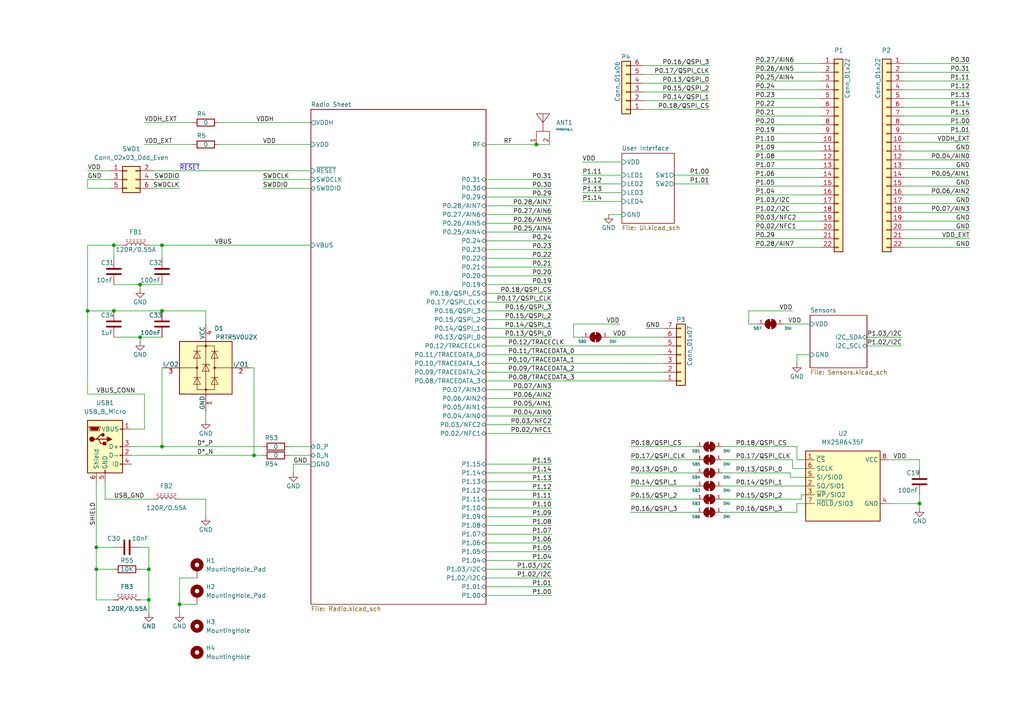
<source format=kicad_sch>
(kicad_sch (version 20211123) (generator eeschema)

  (uuid e63e39d7-6ac0-4ffd-8aa3-1841a4541b55)

  (paper "A4")

  (lib_symbols
    (symbol "Connector:USB_B_Micro" (pin_names (offset 1.016)) (in_bom yes) (on_board yes)
      (property "Reference" "J" (id 0) (at -5.08 11.43 0)
        (effects (font (size 1.27 1.27)) (justify left))
      )
      (property "Value" "USB_B_Micro" (id 1) (at -5.08 8.89 0)
        (effects (font (size 1.27 1.27)) (justify left))
      )
      (property "Footprint" "" (id 2) (at 3.81 -1.27 0)
        (effects (font (size 1.27 1.27)) hide)
      )
      (property "Datasheet" "~" (id 3) (at 3.81 -1.27 0)
        (effects (font (size 1.27 1.27)) hide)
      )
      (property "ki_keywords" "connector USB micro" (id 4) (at 0 0 0)
        (effects (font (size 1.27 1.27)) hide)
      )
      (property "ki_description" "USB Micro Type B connector" (id 5) (at 0 0 0)
        (effects (font (size 1.27 1.27)) hide)
      )
      (property "ki_fp_filters" "USB*" (id 6) (at 0 0 0)
        (effects (font (size 1.27 1.27)) hide)
      )
      (symbol "USB_B_Micro_0_1"
        (rectangle (start -5.08 -7.62) (end 5.08 7.62)
          (stroke (width 0.254) (type default) (color 0 0 0 0))
          (fill (type background))
        )
        (circle (center -3.81 2.159) (radius 0.635)
          (stroke (width 0.254) (type default) (color 0 0 0 0))
          (fill (type outline))
        )
        (circle (center -0.635 3.429) (radius 0.381)
          (stroke (width 0.254) (type default) (color 0 0 0 0))
          (fill (type outline))
        )
        (rectangle (start -0.127 -7.62) (end 0.127 -6.858)
          (stroke (width 0) (type default) (color 0 0 0 0))
          (fill (type none))
        )
        (polyline
          (pts
            (xy -1.905 2.159)
            (xy 0.635 2.159)
          )
          (stroke (width 0.254) (type default) (color 0 0 0 0))
          (fill (type none))
        )
        (polyline
          (pts
            (xy -3.175 2.159)
            (xy -2.54 2.159)
            (xy -1.27 3.429)
            (xy -0.635 3.429)
          )
          (stroke (width 0.254) (type default) (color 0 0 0 0))
          (fill (type none))
        )
        (polyline
          (pts
            (xy -2.54 2.159)
            (xy -1.905 2.159)
            (xy -1.27 0.889)
            (xy 0 0.889)
          )
          (stroke (width 0.254) (type default) (color 0 0 0 0))
          (fill (type none))
        )
        (polyline
          (pts
            (xy 0.635 2.794)
            (xy 0.635 1.524)
            (xy 1.905 2.159)
            (xy 0.635 2.794)
          )
          (stroke (width 0.254) (type default) (color 0 0 0 0))
          (fill (type outline))
        )
        (polyline
          (pts
            (xy -4.318 5.588)
            (xy -1.778 5.588)
            (xy -2.032 4.826)
            (xy -4.064 4.826)
            (xy -4.318 5.588)
          )
          (stroke (width 0) (type default) (color 0 0 0 0))
          (fill (type outline))
        )
        (polyline
          (pts
            (xy -4.699 5.842)
            (xy -4.699 5.588)
            (xy -4.445 4.826)
            (xy -4.445 4.572)
            (xy -1.651 4.572)
            (xy -1.651 4.826)
            (xy -1.397 5.588)
            (xy -1.397 5.842)
            (xy -4.699 5.842)
          )
          (stroke (width 0) (type default) (color 0 0 0 0))
          (fill (type none))
        )
        (rectangle (start 0.254 1.27) (end -0.508 0.508)
          (stroke (width 0.254) (type default) (color 0 0 0 0))
          (fill (type outline))
        )
        (rectangle (start 5.08 -5.207) (end 4.318 -4.953)
          (stroke (width 0) (type default) (color 0 0 0 0))
          (fill (type none))
        )
        (rectangle (start 5.08 -2.667) (end 4.318 -2.413)
          (stroke (width 0) (type default) (color 0 0 0 0))
          (fill (type none))
        )
        (rectangle (start 5.08 -0.127) (end 4.318 0.127)
          (stroke (width 0) (type default) (color 0 0 0 0))
          (fill (type none))
        )
        (rectangle (start 5.08 4.953) (end 4.318 5.207)
          (stroke (width 0) (type default) (color 0 0 0 0))
          (fill (type none))
        )
      )
      (symbol "USB_B_Micro_1_1"
        (pin power_out line (at 7.62 5.08 180) (length 2.54)
          (name "VBUS" (effects (font (size 1.27 1.27))))
          (number "1" (effects (font (size 1.27 1.27))))
        )
        (pin bidirectional line (at 7.62 -2.54 180) (length 2.54)
          (name "D-" (effects (font (size 1.27 1.27))))
          (number "2" (effects (font (size 1.27 1.27))))
        )
        (pin bidirectional line (at 7.62 0 180) (length 2.54)
          (name "D+" (effects (font (size 1.27 1.27))))
          (number "3" (effects (font (size 1.27 1.27))))
        )
        (pin passive line (at 7.62 -5.08 180) (length 2.54)
          (name "ID" (effects (font (size 1.27 1.27))))
          (number "4" (effects (font (size 1.27 1.27))))
        )
        (pin power_out line (at 0 -10.16 90) (length 2.54)
          (name "GND" (effects (font (size 1.27 1.27))))
          (number "5" (effects (font (size 1.27 1.27))))
        )
        (pin passive line (at -2.54 -10.16 90) (length 2.54)
          (name "Shield" (effects (font (size 1.27 1.27))))
          (number "6" (effects (font (size 1.27 1.27))))
        )
      )
    )
    (symbol "Connector_Generic:Conn_01x06" (pin_names (offset 1.016) hide) (in_bom yes) (on_board yes)
      (property "Reference" "J" (id 0) (at 0 7.62 0)
        (effects (font (size 1.27 1.27)))
      )
      (property "Value" "Conn_01x06" (id 1) (at 0 -10.16 0)
        (effects (font (size 1.27 1.27)))
      )
      (property "Footprint" "" (id 2) (at 0 0 0)
        (effects (font (size 1.27 1.27)) hide)
      )
      (property "Datasheet" "~" (id 3) (at 0 0 0)
        (effects (font (size 1.27 1.27)) hide)
      )
      (property "ki_keywords" "connector" (id 4) (at 0 0 0)
        (effects (font (size 1.27 1.27)) hide)
      )
      (property "ki_description" "Generic connector, single row, 01x06, script generated (kicad-library-utils/schlib/autogen/connector/)" (id 5) (at 0 0 0)
        (effects (font (size 1.27 1.27)) hide)
      )
      (property "ki_fp_filters" "Connector*:*_1x??_*" (id 6) (at 0 0 0)
        (effects (font (size 1.27 1.27)) hide)
      )
      (symbol "Conn_01x06_1_1"
        (rectangle (start -1.27 -7.493) (end 0 -7.747)
          (stroke (width 0.1524) (type default) (color 0 0 0 0))
          (fill (type none))
        )
        (rectangle (start -1.27 -4.953) (end 0 -5.207)
          (stroke (width 0.1524) (type default) (color 0 0 0 0))
          (fill (type none))
        )
        (rectangle (start -1.27 -2.413) (end 0 -2.667)
          (stroke (width 0.1524) (type default) (color 0 0 0 0))
          (fill (type none))
        )
        (rectangle (start -1.27 0.127) (end 0 -0.127)
          (stroke (width 0.1524) (type default) (color 0 0 0 0))
          (fill (type none))
        )
        (rectangle (start -1.27 2.667) (end 0 2.413)
          (stroke (width 0.1524) (type default) (color 0 0 0 0))
          (fill (type none))
        )
        (rectangle (start -1.27 5.207) (end 0 4.953)
          (stroke (width 0.1524) (type default) (color 0 0 0 0))
          (fill (type none))
        )
        (rectangle (start -1.27 6.35) (end 1.27 -8.89)
          (stroke (width 0.254) (type default) (color 0 0 0 0))
          (fill (type background))
        )
        (pin passive line (at -5.08 5.08 0) (length 3.81)
          (name "Pin_1" (effects (font (size 1.27 1.27))))
          (number "1" (effects (font (size 1.27 1.27))))
        )
        (pin passive line (at -5.08 2.54 0) (length 3.81)
          (name "Pin_2" (effects (font (size 1.27 1.27))))
          (number "2" (effects (font (size 1.27 1.27))))
        )
        (pin passive line (at -5.08 0 0) (length 3.81)
          (name "Pin_3" (effects (font (size 1.27 1.27))))
          (number "3" (effects (font (size 1.27 1.27))))
        )
        (pin passive line (at -5.08 -2.54 0) (length 3.81)
          (name "Pin_4" (effects (font (size 1.27 1.27))))
          (number "4" (effects (font (size 1.27 1.27))))
        )
        (pin passive line (at -5.08 -5.08 0) (length 3.81)
          (name "Pin_5" (effects (font (size 1.27 1.27))))
          (number "5" (effects (font (size 1.27 1.27))))
        )
        (pin passive line (at -5.08 -7.62 0) (length 3.81)
          (name "Pin_6" (effects (font (size 1.27 1.27))))
          (number "6" (effects (font (size 1.27 1.27))))
        )
      )
    )
    (symbol "Connector_Generic:Conn_01x07" (pin_names (offset 1.016) hide) (in_bom yes) (on_board yes)
      (property "Reference" "J" (id 0) (at 0 10.16 0)
        (effects (font (size 1.27 1.27)))
      )
      (property "Value" "Conn_01x07" (id 1) (at 0 -10.16 0)
        (effects (font (size 1.27 1.27)))
      )
      (property "Footprint" "" (id 2) (at 0 0 0)
        (effects (font (size 1.27 1.27)) hide)
      )
      (property "Datasheet" "~" (id 3) (at 0 0 0)
        (effects (font (size 1.27 1.27)) hide)
      )
      (property "ki_keywords" "connector" (id 4) (at 0 0 0)
        (effects (font (size 1.27 1.27)) hide)
      )
      (property "ki_description" "Generic connector, single row, 01x07, script generated (kicad-library-utils/schlib/autogen/connector/)" (id 5) (at 0 0 0)
        (effects (font (size 1.27 1.27)) hide)
      )
      (property "ki_fp_filters" "Connector*:*_1x??_*" (id 6) (at 0 0 0)
        (effects (font (size 1.27 1.27)) hide)
      )
      (symbol "Conn_01x07_1_1"
        (rectangle (start -1.27 -7.493) (end 0 -7.747)
          (stroke (width 0.1524) (type default) (color 0 0 0 0))
          (fill (type none))
        )
        (rectangle (start -1.27 -4.953) (end 0 -5.207)
          (stroke (width 0.1524) (type default) (color 0 0 0 0))
          (fill (type none))
        )
        (rectangle (start -1.27 -2.413) (end 0 -2.667)
          (stroke (width 0.1524) (type default) (color 0 0 0 0))
          (fill (type none))
        )
        (rectangle (start -1.27 0.127) (end 0 -0.127)
          (stroke (width 0.1524) (type default) (color 0 0 0 0))
          (fill (type none))
        )
        (rectangle (start -1.27 2.667) (end 0 2.413)
          (stroke (width 0.1524) (type default) (color 0 0 0 0))
          (fill (type none))
        )
        (rectangle (start -1.27 5.207) (end 0 4.953)
          (stroke (width 0.1524) (type default) (color 0 0 0 0))
          (fill (type none))
        )
        (rectangle (start -1.27 7.747) (end 0 7.493)
          (stroke (width 0.1524) (type default) (color 0 0 0 0))
          (fill (type none))
        )
        (rectangle (start -1.27 8.89) (end 1.27 -8.89)
          (stroke (width 0.254) (type default) (color 0 0 0 0))
          (fill (type background))
        )
        (pin passive line (at -5.08 7.62 0) (length 3.81)
          (name "Pin_1" (effects (font (size 1.27 1.27))))
          (number "1" (effects (font (size 1.27 1.27))))
        )
        (pin passive line (at -5.08 5.08 0) (length 3.81)
          (name "Pin_2" (effects (font (size 1.27 1.27))))
          (number "2" (effects (font (size 1.27 1.27))))
        )
        (pin passive line (at -5.08 2.54 0) (length 3.81)
          (name "Pin_3" (effects (font (size 1.27 1.27))))
          (number "3" (effects (font (size 1.27 1.27))))
        )
        (pin passive line (at -5.08 0 0) (length 3.81)
          (name "Pin_4" (effects (font (size 1.27 1.27))))
          (number "4" (effects (font (size 1.27 1.27))))
        )
        (pin passive line (at -5.08 -2.54 0) (length 3.81)
          (name "Pin_5" (effects (font (size 1.27 1.27))))
          (number "5" (effects (font (size 1.27 1.27))))
        )
        (pin passive line (at -5.08 -5.08 0) (length 3.81)
          (name "Pin_6" (effects (font (size 1.27 1.27))))
          (number "6" (effects (font (size 1.27 1.27))))
        )
        (pin passive line (at -5.08 -7.62 0) (length 3.81)
          (name "Pin_7" (effects (font (size 1.27 1.27))))
          (number "7" (effects (font (size 1.27 1.27))))
        )
      )
    )
    (symbol "Connector_Generic:Conn_01x22" (pin_names (offset 1.016) hide) (in_bom yes) (on_board yes)
      (property "Reference" "J" (id 0) (at 0 27.94 0)
        (effects (font (size 1.27 1.27)))
      )
      (property "Value" "Conn_01x22" (id 1) (at 0 -30.48 0)
        (effects (font (size 1.27 1.27)))
      )
      (property "Footprint" "" (id 2) (at 0 0 0)
        (effects (font (size 1.27 1.27)) hide)
      )
      (property "Datasheet" "~" (id 3) (at 0 0 0)
        (effects (font (size 1.27 1.27)) hide)
      )
      (property "ki_keywords" "connector" (id 4) (at 0 0 0)
        (effects (font (size 1.27 1.27)) hide)
      )
      (property "ki_description" "Generic connector, single row, 01x22, script generated (kicad-library-utils/schlib/autogen/connector/)" (id 5) (at 0 0 0)
        (effects (font (size 1.27 1.27)) hide)
      )
      (property "ki_fp_filters" "Connector*:*_1x??_*" (id 6) (at 0 0 0)
        (effects (font (size 1.27 1.27)) hide)
      )
      (symbol "Conn_01x22_1_1"
        (rectangle (start -1.27 -27.813) (end 0 -28.067)
          (stroke (width 0.1524) (type default) (color 0 0 0 0))
          (fill (type none))
        )
        (rectangle (start -1.27 -25.273) (end 0 -25.527)
          (stroke (width 0.1524) (type default) (color 0 0 0 0))
          (fill (type none))
        )
        (rectangle (start -1.27 -22.733) (end 0 -22.987)
          (stroke (width 0.1524) (type default) (color 0 0 0 0))
          (fill (type none))
        )
        (rectangle (start -1.27 -20.193) (end 0 -20.447)
          (stroke (width 0.1524) (type default) (color 0 0 0 0))
          (fill (type none))
        )
        (rectangle (start -1.27 -17.653) (end 0 -17.907)
          (stroke (width 0.1524) (type default) (color 0 0 0 0))
          (fill (type none))
        )
        (rectangle (start -1.27 -15.113) (end 0 -15.367)
          (stroke (width 0.1524) (type default) (color 0 0 0 0))
          (fill (type none))
        )
        (rectangle (start -1.27 -12.573) (end 0 -12.827)
          (stroke (width 0.1524) (type default) (color 0 0 0 0))
          (fill (type none))
        )
        (rectangle (start -1.27 -10.033) (end 0 -10.287)
          (stroke (width 0.1524) (type default) (color 0 0 0 0))
          (fill (type none))
        )
        (rectangle (start -1.27 -7.493) (end 0 -7.747)
          (stroke (width 0.1524) (type default) (color 0 0 0 0))
          (fill (type none))
        )
        (rectangle (start -1.27 -4.953) (end 0 -5.207)
          (stroke (width 0.1524) (type default) (color 0 0 0 0))
          (fill (type none))
        )
        (rectangle (start -1.27 -2.413) (end 0 -2.667)
          (stroke (width 0.1524) (type default) (color 0 0 0 0))
          (fill (type none))
        )
        (rectangle (start -1.27 0.127) (end 0 -0.127)
          (stroke (width 0.1524) (type default) (color 0 0 0 0))
          (fill (type none))
        )
        (rectangle (start -1.27 2.667) (end 0 2.413)
          (stroke (width 0.1524) (type default) (color 0 0 0 0))
          (fill (type none))
        )
        (rectangle (start -1.27 5.207) (end 0 4.953)
          (stroke (width 0.1524) (type default) (color 0 0 0 0))
          (fill (type none))
        )
        (rectangle (start -1.27 7.747) (end 0 7.493)
          (stroke (width 0.1524) (type default) (color 0 0 0 0))
          (fill (type none))
        )
        (rectangle (start -1.27 10.287) (end 0 10.033)
          (stroke (width 0.1524) (type default) (color 0 0 0 0))
          (fill (type none))
        )
        (rectangle (start -1.27 12.827) (end 0 12.573)
          (stroke (width 0.1524) (type default) (color 0 0 0 0))
          (fill (type none))
        )
        (rectangle (start -1.27 15.367) (end 0 15.113)
          (stroke (width 0.1524) (type default) (color 0 0 0 0))
          (fill (type none))
        )
        (rectangle (start -1.27 17.907) (end 0 17.653)
          (stroke (width 0.1524) (type default) (color 0 0 0 0))
          (fill (type none))
        )
        (rectangle (start -1.27 20.447) (end 0 20.193)
          (stroke (width 0.1524) (type default) (color 0 0 0 0))
          (fill (type none))
        )
        (rectangle (start -1.27 22.987) (end 0 22.733)
          (stroke (width 0.1524) (type default) (color 0 0 0 0))
          (fill (type none))
        )
        (rectangle (start -1.27 25.527) (end 0 25.273)
          (stroke (width 0.1524) (type default) (color 0 0 0 0))
          (fill (type none))
        )
        (rectangle (start -1.27 26.67) (end 1.27 -29.21)
          (stroke (width 0.254) (type default) (color 0 0 0 0))
          (fill (type background))
        )
        (pin passive line (at -5.08 25.4 0) (length 3.81)
          (name "Pin_1" (effects (font (size 1.27 1.27))))
          (number "1" (effects (font (size 1.27 1.27))))
        )
        (pin passive line (at -5.08 2.54 0) (length 3.81)
          (name "Pin_10" (effects (font (size 1.27 1.27))))
          (number "10" (effects (font (size 1.27 1.27))))
        )
        (pin passive line (at -5.08 0 0) (length 3.81)
          (name "Pin_11" (effects (font (size 1.27 1.27))))
          (number "11" (effects (font (size 1.27 1.27))))
        )
        (pin passive line (at -5.08 -2.54 0) (length 3.81)
          (name "Pin_12" (effects (font (size 1.27 1.27))))
          (number "12" (effects (font (size 1.27 1.27))))
        )
        (pin passive line (at -5.08 -5.08 0) (length 3.81)
          (name "Pin_13" (effects (font (size 1.27 1.27))))
          (number "13" (effects (font (size 1.27 1.27))))
        )
        (pin passive line (at -5.08 -7.62 0) (length 3.81)
          (name "Pin_14" (effects (font (size 1.27 1.27))))
          (number "14" (effects (font (size 1.27 1.27))))
        )
        (pin passive line (at -5.08 -10.16 0) (length 3.81)
          (name "Pin_15" (effects (font (size 1.27 1.27))))
          (number "15" (effects (font (size 1.27 1.27))))
        )
        (pin passive line (at -5.08 -12.7 0) (length 3.81)
          (name "Pin_16" (effects (font (size 1.27 1.27))))
          (number "16" (effects (font (size 1.27 1.27))))
        )
        (pin passive line (at -5.08 -15.24 0) (length 3.81)
          (name "Pin_17" (effects (font (size 1.27 1.27))))
          (number "17" (effects (font (size 1.27 1.27))))
        )
        (pin passive line (at -5.08 -17.78 0) (length 3.81)
          (name "Pin_18" (effects (font (size 1.27 1.27))))
          (number "18" (effects (font (size 1.27 1.27))))
        )
        (pin passive line (at -5.08 -20.32 0) (length 3.81)
          (name "Pin_19" (effects (font (size 1.27 1.27))))
          (number "19" (effects (font (size 1.27 1.27))))
        )
        (pin passive line (at -5.08 22.86 0) (length 3.81)
          (name "Pin_2" (effects (font (size 1.27 1.27))))
          (number "2" (effects (font (size 1.27 1.27))))
        )
        (pin passive line (at -5.08 -22.86 0) (length 3.81)
          (name "Pin_20" (effects (font (size 1.27 1.27))))
          (number "20" (effects (font (size 1.27 1.27))))
        )
        (pin passive line (at -5.08 -25.4 0) (length 3.81)
          (name "Pin_21" (effects (font (size 1.27 1.27))))
          (number "21" (effects (font (size 1.27 1.27))))
        )
        (pin passive line (at -5.08 -27.94 0) (length 3.81)
          (name "Pin_22" (effects (font (size 1.27 1.27))))
          (number "22" (effects (font (size 1.27 1.27))))
        )
        (pin passive line (at -5.08 20.32 0) (length 3.81)
          (name "Pin_3" (effects (font (size 1.27 1.27))))
          (number "3" (effects (font (size 1.27 1.27))))
        )
        (pin passive line (at -5.08 17.78 0) (length 3.81)
          (name "Pin_4" (effects (font (size 1.27 1.27))))
          (number "4" (effects (font (size 1.27 1.27))))
        )
        (pin passive line (at -5.08 15.24 0) (length 3.81)
          (name "Pin_5" (effects (font (size 1.27 1.27))))
          (number "5" (effects (font (size 1.27 1.27))))
        )
        (pin passive line (at -5.08 12.7 0) (length 3.81)
          (name "Pin_6" (effects (font (size 1.27 1.27))))
          (number "6" (effects (font (size 1.27 1.27))))
        )
        (pin passive line (at -5.08 10.16 0) (length 3.81)
          (name "Pin_7" (effects (font (size 1.27 1.27))))
          (number "7" (effects (font (size 1.27 1.27))))
        )
        (pin passive line (at -5.08 7.62 0) (length 3.81)
          (name "Pin_8" (effects (font (size 1.27 1.27))))
          (number "8" (effects (font (size 1.27 1.27))))
        )
        (pin passive line (at -5.08 5.08 0) (length 3.81)
          (name "Pin_9" (effects (font (size 1.27 1.27))))
          (number "9" (effects (font (size 1.27 1.27))))
        )
      )
    )
    (symbol "Connector_Generic:Conn_02x03_Odd_Even" (pin_names (offset 1.016) hide) (in_bom yes) (on_board yes)
      (property "Reference" "J" (id 0) (at 1.27 5.08 0)
        (effects (font (size 1.27 1.27)))
      )
      (property "Value" "Conn_02x03_Odd_Even" (id 1) (at 1.27 -5.08 0)
        (effects (font (size 1.27 1.27)))
      )
      (property "Footprint" "" (id 2) (at 0 0 0)
        (effects (font (size 1.27 1.27)) hide)
      )
      (property "Datasheet" "~" (id 3) (at 0 0 0)
        (effects (font (size 1.27 1.27)) hide)
      )
      (property "ki_keywords" "connector" (id 4) (at 0 0 0)
        (effects (font (size 1.27 1.27)) hide)
      )
      (property "ki_description" "Generic connector, double row, 02x03, odd/even pin numbering scheme (row 1 odd numbers, row 2 even numbers), script generated (kicad-library-utils/schlib/autogen/connector/)" (id 5) (at 0 0 0)
        (effects (font (size 1.27 1.27)) hide)
      )
      (property "ki_fp_filters" "Connector*:*_2x??_*" (id 6) (at 0 0 0)
        (effects (font (size 1.27 1.27)) hide)
      )
      (symbol "Conn_02x03_Odd_Even_1_1"
        (rectangle (start -1.27 -2.413) (end 0 -2.667)
          (stroke (width 0.1524) (type default) (color 0 0 0 0))
          (fill (type none))
        )
        (rectangle (start -1.27 0.127) (end 0 -0.127)
          (stroke (width 0.1524) (type default) (color 0 0 0 0))
          (fill (type none))
        )
        (rectangle (start -1.27 2.667) (end 0 2.413)
          (stroke (width 0.1524) (type default) (color 0 0 0 0))
          (fill (type none))
        )
        (rectangle (start -1.27 3.81) (end 3.81 -3.81)
          (stroke (width 0.254) (type default) (color 0 0 0 0))
          (fill (type background))
        )
        (rectangle (start 3.81 -2.413) (end 2.54 -2.667)
          (stroke (width 0.1524) (type default) (color 0 0 0 0))
          (fill (type none))
        )
        (rectangle (start 3.81 0.127) (end 2.54 -0.127)
          (stroke (width 0.1524) (type default) (color 0 0 0 0))
          (fill (type none))
        )
        (rectangle (start 3.81 2.667) (end 2.54 2.413)
          (stroke (width 0.1524) (type default) (color 0 0 0 0))
          (fill (type none))
        )
        (pin passive line (at -5.08 2.54 0) (length 3.81)
          (name "Pin_1" (effects (font (size 1.27 1.27))))
          (number "1" (effects (font (size 1.27 1.27))))
        )
        (pin passive line (at 7.62 2.54 180) (length 3.81)
          (name "Pin_2" (effects (font (size 1.27 1.27))))
          (number "2" (effects (font (size 1.27 1.27))))
        )
        (pin passive line (at -5.08 0 0) (length 3.81)
          (name "Pin_3" (effects (font (size 1.27 1.27))))
          (number "3" (effects (font (size 1.27 1.27))))
        )
        (pin passive line (at 7.62 0 180) (length 3.81)
          (name "Pin_4" (effects (font (size 1.27 1.27))))
          (number "4" (effects (font (size 1.27 1.27))))
        )
        (pin passive line (at -5.08 -2.54 0) (length 3.81)
          (name "Pin_5" (effects (font (size 1.27 1.27))))
          (number "5" (effects (font (size 1.27 1.27))))
        )
        (pin passive line (at 7.62 -2.54 180) (length 3.81)
          (name "Pin_6" (effects (font (size 1.27 1.27))))
          (number "6" (effects (font (size 1.27 1.27))))
        )
      )
    )
    (symbol "Device:C" (pin_numbers hide) (pin_names (offset 0.254)) (in_bom yes) (on_board yes)
      (property "Reference" "C" (id 0) (at 0.635 2.54 0)
        (effects (font (size 1.27 1.27)) (justify left))
      )
      (property "Value" "C" (id 1) (at 0.635 -2.54 0)
        (effects (font (size 1.27 1.27)) (justify left))
      )
      (property "Footprint" "" (id 2) (at 0.9652 -3.81 0)
        (effects (font (size 1.27 1.27)) hide)
      )
      (property "Datasheet" "~" (id 3) (at 0 0 0)
        (effects (font (size 1.27 1.27)) hide)
      )
      (property "ki_keywords" "cap capacitor" (id 4) (at 0 0 0)
        (effects (font (size 1.27 1.27)) hide)
      )
      (property "ki_description" "Unpolarized capacitor" (id 5) (at 0 0 0)
        (effects (font (size 1.27 1.27)) hide)
      )
      (property "ki_fp_filters" "C_*" (id 6) (at 0 0 0)
        (effects (font (size 1.27 1.27)) hide)
      )
      (symbol "C_0_1"
        (polyline
          (pts
            (xy -2.032 -0.762)
            (xy 2.032 -0.762)
          )
          (stroke (width 0.508) (type default) (color 0 0 0 0))
          (fill (type none))
        )
        (polyline
          (pts
            (xy -2.032 0.762)
            (xy 2.032 0.762)
          )
          (stroke (width 0.508) (type default) (color 0 0 0 0))
          (fill (type none))
        )
      )
      (symbol "C_1_1"
        (pin passive line (at 0 3.81 270) (length 2.794)
          (name "~" (effects (font (size 1.27 1.27))))
          (number "1" (effects (font (size 1.27 1.27))))
        )
        (pin passive line (at 0 -3.81 90) (length 2.794)
          (name "~" (effects (font (size 1.27 1.27))))
          (number "2" (effects (font (size 1.27 1.27))))
        )
      )
    )
    (symbol "Device:L_Ferrite" (pin_numbers hide) (pin_names (offset 1.016) hide) (in_bom yes) (on_board yes)
      (property "Reference" "L" (id 0) (at -1.27 0 90)
        (effects (font (size 1.27 1.27)))
      )
      (property "Value" "L_Ferrite" (id 1) (at 2.794 0 90)
        (effects (font (size 1.27 1.27)))
      )
      (property "Footprint" "" (id 2) (at 0 0 0)
        (effects (font (size 1.27 1.27)) hide)
      )
      (property "Datasheet" "~" (id 3) (at 0 0 0)
        (effects (font (size 1.27 1.27)) hide)
      )
      (property "ki_keywords" "inductor choke coil reactor magnetic" (id 4) (at 0 0 0)
        (effects (font (size 1.27 1.27)) hide)
      )
      (property "ki_description" "Inductor with ferrite core" (id 5) (at 0 0 0)
        (effects (font (size 1.27 1.27)) hide)
      )
      (property "ki_fp_filters" "Choke_* *Coil* Inductor_* L_*" (id 6) (at 0 0 0)
        (effects (font (size 1.27 1.27)) hide)
      )
      (symbol "L_Ferrite_0_1"
        (arc (start 0 -2.54) (mid 0.635 -1.905) (end 0 -1.27)
          (stroke (width 0) (type default) (color 0 0 0 0))
          (fill (type none))
        )
        (arc (start 0 -1.27) (mid 0.635 -0.635) (end 0 0)
          (stroke (width 0) (type default) (color 0 0 0 0))
          (fill (type none))
        )
        (polyline
          (pts
            (xy 1.016 -2.794)
            (xy 1.016 -2.286)
          )
          (stroke (width 0) (type default) (color 0 0 0 0))
          (fill (type none))
        )
        (polyline
          (pts
            (xy 1.016 -1.778)
            (xy 1.016 -1.27)
          )
          (stroke (width 0) (type default) (color 0 0 0 0))
          (fill (type none))
        )
        (polyline
          (pts
            (xy 1.016 -0.762)
            (xy 1.016 -0.254)
          )
          (stroke (width 0) (type default) (color 0 0 0 0))
          (fill (type none))
        )
        (polyline
          (pts
            (xy 1.016 0.254)
            (xy 1.016 0.762)
          )
          (stroke (width 0) (type default) (color 0 0 0 0))
          (fill (type none))
        )
        (polyline
          (pts
            (xy 1.016 1.27)
            (xy 1.016 1.778)
          )
          (stroke (width 0) (type default) (color 0 0 0 0))
          (fill (type none))
        )
        (polyline
          (pts
            (xy 1.016 2.286)
            (xy 1.016 2.794)
          )
          (stroke (width 0) (type default) (color 0 0 0 0))
          (fill (type none))
        )
        (polyline
          (pts
            (xy 1.524 -2.286)
            (xy 1.524 -2.794)
          )
          (stroke (width 0) (type default) (color 0 0 0 0))
          (fill (type none))
        )
        (polyline
          (pts
            (xy 1.524 -1.27)
            (xy 1.524 -1.778)
          )
          (stroke (width 0) (type default) (color 0 0 0 0))
          (fill (type none))
        )
        (polyline
          (pts
            (xy 1.524 -0.254)
            (xy 1.524 -0.762)
          )
          (stroke (width 0) (type default) (color 0 0 0 0))
          (fill (type none))
        )
        (polyline
          (pts
            (xy 1.524 0.762)
            (xy 1.524 0.254)
          )
          (stroke (width 0) (type default) (color 0 0 0 0))
          (fill (type none))
        )
        (polyline
          (pts
            (xy 1.524 1.778)
            (xy 1.524 1.27)
          )
          (stroke (width 0) (type default) (color 0 0 0 0))
          (fill (type none))
        )
        (polyline
          (pts
            (xy 1.524 2.794)
            (xy 1.524 2.286)
          )
          (stroke (width 0) (type default) (color 0 0 0 0))
          (fill (type none))
        )
        (arc (start 0 0) (mid 0.635 0.635) (end 0 1.27)
          (stroke (width 0) (type default) (color 0 0 0 0))
          (fill (type none))
        )
        (arc (start 0 1.27) (mid 0.635 1.905) (end 0 2.54)
          (stroke (width 0) (type default) (color 0 0 0 0))
          (fill (type none))
        )
      )
      (symbol "L_Ferrite_1_1"
        (pin passive line (at 0 3.81 270) (length 1.27)
          (name "1" (effects (font (size 1.27 1.27))))
          (number "1" (effects (font (size 1.27 1.27))))
        )
        (pin passive line (at 0 -3.81 90) (length 1.27)
          (name "2" (effects (font (size 1.27 1.27))))
          (number "2" (effects (font (size 1.27 1.27))))
        )
      )
    )
    (symbol "Device:R" (pin_numbers hide) (pin_names (offset 0)) (in_bom yes) (on_board yes)
      (property "Reference" "R" (id 0) (at 2.032 0 90)
        (effects (font (size 1.27 1.27)))
      )
      (property "Value" "R" (id 1) (at 0 0 90)
        (effects (font (size 1.27 1.27)))
      )
      (property "Footprint" "" (id 2) (at -1.778 0 90)
        (effects (font (size 1.27 1.27)) hide)
      )
      (property "Datasheet" "~" (id 3) (at 0 0 0)
        (effects (font (size 1.27 1.27)) hide)
      )
      (property "ki_keywords" "R res resistor" (id 4) (at 0 0 0)
        (effects (font (size 1.27 1.27)) hide)
      )
      (property "ki_description" "Resistor" (id 5) (at 0 0 0)
        (effects (font (size 1.27 1.27)) hide)
      )
      (property "ki_fp_filters" "R_*" (id 6) (at 0 0 0)
        (effects (font (size 1.27 1.27)) hide)
      )
      (symbol "R_0_1"
        (rectangle (start -1.016 -2.54) (end 1.016 2.54)
          (stroke (width 0.254) (type default) (color 0 0 0 0))
          (fill (type none))
        )
      )
      (symbol "R_1_1"
        (pin passive line (at 0 3.81 270) (length 1.27)
          (name "~" (effects (font (size 1.27 1.27))))
          (number "1" (effects (font (size 1.27 1.27))))
        )
        (pin passive line (at 0 -3.81 90) (length 1.27)
          (name "~" (effects (font (size 1.27 1.27))))
          (number "2" (effects (font (size 1.27 1.27))))
        )
      )
    )
    (symbol "MCU_Nordic_Custom:Antenna_L" (in_bom yes) (on_board yes)
      (property "Reference" "ANT" (id 0) (at 4.445 -1.27 0)
        (effects (font (size 1.27 1.27)))
      )
      (property "Value" "Antenna_L" (id 1) (at 0 7.62 0)
        (effects (font (size 0.635 0.635)))
      )
      (property "Footprint" "" (id 2) (at 0 0 0)
        (effects (font (size 1.27 1.27)) hide)
      )
      (property "Datasheet" "" (id 3) (at 0 0 0)
        (effects (font (size 1.27 1.27)) hide)
      )
      (symbol "Antenna_L_0_1"
        (polyline
          (pts
            (xy 1.905 0)
            (xy 1.905 1.27)
            (xy -1.905 1.27)
            (xy -1.905 0)
            (xy -1.905 1.27)
            (xy 0 1.27)
            (xy 0 3.81)
            (xy -1.905 6.35)
            (xy 1.905 6.35)
            (xy 0 3.81)
            (xy 0 6.35)
          )
          (stroke (width 0.1524) (type default) (color 0 0 0 0))
          (fill (type none))
        )
      )
      (symbol "Antenna_L_1_1"
        (pin input line (at -1.905 -2.54 90) (length 2.54)
          (name "" (effects (font (size 1.27 1.27))))
          (number "1" (effects (font (size 1.27 1.27))))
        )
        (pin free line (at 1.905 -2.54 90) (length 2.54)
          (name "" (effects (font (size 1.27 1.27))))
          (number "2" (effects (font (size 1.27 1.27))))
        )
      )
    )
    (symbol "MCU_Nordic_Custom:MX25R6435F" (in_bom yes) (on_board yes)
      (property "Reference" "U" (id 0) (at -8.89 8.89 0)
        (effects (font (size 1.27 1.27)))
      )
      (property "Value" "MX25R6435F" (id 1) (at 0 -11.43 0)
        (effects (font (size 1.27 1.27)))
      )
      (property "Footprint" "Package_SO:SOP-8_5.28x5.23mm_P1.27mm" (id 2) (at 0 -15.24 0)
        (effects (font (size 1.27 1.27)) hide)
      )
      (property "Datasheet" "https://www.macronix.com/Lists/Datasheet/Attachments/7579/MX25R3235F,%20Wide%20Range,%2032Mb,%20v1.0.pdf" (id 3) (at 2.54 12.7 0)
        (effects (font (size 1.27 1.27)) hide)
      )
      (property "ki_keywords" "SPI 32Mbit 1.65V-3.6V" (id 4) (at 0 0 0)
        (effects (font (size 1.27 1.27)) hide)
      )
      (property "ki_description" "32-Mbit, Wide Range Voltage SPI Serial Flash Memory, SOP-8" (id 5) (at 0 0 0)
        (effects (font (size 1.27 1.27)) hide)
      )
      (property "ki_fp_filters" "SOP*5.28x5.23mm*P1.27mm*" (id 6) (at 0 0 0)
        (effects (font (size 1.27 1.27)) hide)
      )
      (symbol "MX25R6435F_1_1"
        (rectangle (start -11.43 7.62) (end 10.16 -12.7)
          (stroke (width 0.254) (type default) (color 0 0 0 0))
          (fill (type background))
        )
        (pin input line (at -11.43 5.08 0) (length 2.54)
          (name "~{CS}" (effects (font (size 1.27 1.27))))
          (number "1" (effects (font (size 1.27 1.27))))
        )
        (pin bidirectional line (at -11.43 -2.54 0) (length 2.54)
          (name "SO/SIO1" (effects (font (size 1.27 1.27))))
          (number "2" (effects (font (size 1.27 1.27))))
        )
        (pin bidirectional line (at -11.43 -5.08 0) (length 2.54)
          (name "~{WP}/SIO2" (effects (font (size 1.27 1.27))))
          (number "3" (effects (font (size 1.27 1.27))))
        )
        (pin power_in line (at 12.7 -7.62 180) (length 2.54)
          (name "GND" (effects (font (size 1.27 1.27))))
          (number "4" (effects (font (size 1.27 1.27))))
        )
        (pin bidirectional line (at -11.43 0 0) (length 2.54)
          (name "SI/SIO0" (effects (font (size 1.27 1.27))))
          (number "5" (effects (font (size 1.27 1.27))))
        )
        (pin input line (at -11.43 2.54 0) (length 2.54)
          (name "SCLK" (effects (font (size 1.27 1.27))))
          (number "6" (effects (font (size 1.27 1.27))))
        )
        (pin bidirectional line (at -11.43 -7.62 0) (length 2.54)
          (name "~{HOLD}/SIO3" (effects (font (size 1.27 1.27))))
          (number "7" (effects (font (size 1.27 1.27))))
        )
        (pin power_in line (at 12.7 5.08 180) (length 2.54)
          (name "VCC" (effects (font (size 1.27 1.27))))
          (number "8" (effects (font (size 1.27 1.27))))
        )
      )
    )
    (symbol "MCU_Nordic_Custom:SB_SHORT" (in_bom yes) (on_board yes)
      (property "Reference" "SB" (id 0) (at 0 3.175 0)
        (effects (font (size 0.8 0.8)))
      )
      (property "Value" "SB_SHORT" (id 1) (at 0 -3.048 0)
        (effects (font (size 0.8 0.8)))
      )
      (property "Footprint" "" (id 2) (at -1.524 0 0)
        (effects (font (size 1.27 1.27)) hide)
      )
      (property "Datasheet" "" (id 3) (at -1.524 0 0)
        (effects (font (size 1.27 1.27)) hide)
      )
      (symbol "SB_SHORT_0_1"
        (arc (start -1.6566 0) (mid -1.2466 -0.987) (end -0.2596 -1.397)
          (stroke (width 0.1524) (type default) (color 0 0 0 0))
          (fill (type outline))
        )
        (rectangle (start -0.635 0.635) (end 0.635 -0.635)
          (stroke (width 0) (type default) (color 0 0 0 0))
          (fill (type outline))
        )
        (arc (start -0.2568 1.3998) (mid -1.2438 0.9898) (end -1.6538 0.0028)
          (stroke (width 0.1524) (type default) (color 0 0 0 0))
          (fill (type outline))
        )
        (polyline
          (pts
            (xy -0.2568 -1.3942)
            (xy -0.2568 1.3998)
          )
          (stroke (width 0.1524) (type default) (color 0 0 0 0))
          (fill (type none))
        )
        (polyline
          (pts
            (xy 0.254 -1.397)
            (xy 0.254 1.397)
          )
          (stroke (width 0.1524) (type default) (color 0 0 0 0))
          (fill (type none))
        )
        (arc (start 0.2568 -1.3998) (mid 1.2438 -0.9898) (end 1.6538 -0.0028)
          (stroke (width 0.1524) (type default) (color 0 0 0 0))
          (fill (type outline))
        )
        (arc (start 1.651 0) (mid 1.241 0.987) (end 0.254 1.397)
          (stroke (width 0.1524) (type default) (color 0 0 0 0))
          (fill (type outline))
        )
      )
      (symbol "SB_SHORT_1_0"
        (pin free line (at -3.81 0 0) (length 2.1)
          (name "" (effects (font (size 0.5 0.5))))
          (number "1" (effects (font (size 0.8 0.8))))
        )
        (pin free line (at 3.81 0 180) (length 2.1)
          (name "" (effects (font (size 0.5 0.5))))
          (number "1" (effects (font (size 0.8 0.8))))
        )
      )
    )
    (symbol "Mechanical:MountingHole" (pin_names (offset 1.016)) (in_bom yes) (on_board yes)
      (property "Reference" "H" (id 0) (at 0 5.08 0)
        (effects (font (size 1.27 1.27)))
      )
      (property "Value" "MountingHole" (id 1) (at 0 3.175 0)
        (effects (font (size 1.27 1.27)))
      )
      (property "Footprint" "" (id 2) (at 0 0 0)
        (effects (font (size 1.27 1.27)) hide)
      )
      (property "Datasheet" "~" (id 3) (at 0 0 0)
        (effects (font (size 1.27 1.27)) hide)
      )
      (property "ki_keywords" "mounting hole" (id 4) (at 0 0 0)
        (effects (font (size 1.27 1.27)) hide)
      )
      (property "ki_description" "Mounting Hole without connection" (id 5) (at 0 0 0)
        (effects (font (size 1.27 1.27)) hide)
      )
      (property "ki_fp_filters" "MountingHole*" (id 6) (at 0 0 0)
        (effects (font (size 1.27 1.27)) hide)
      )
      (symbol "MountingHole_0_1"
        (circle (center 0 0) (radius 1.27)
          (stroke (width 1.27) (type default) (color 0 0 0 0))
          (fill (type none))
        )
      )
    )
    (symbol "Mechanical:MountingHole_Pad" (pin_numbers hide) (pin_names (offset 1.016) hide) (in_bom yes) (on_board yes)
      (property "Reference" "H" (id 0) (at 0 6.35 0)
        (effects (font (size 1.27 1.27)))
      )
      (property "Value" "MountingHole_Pad" (id 1) (at 0 4.445 0)
        (effects (font (size 1.27 1.27)))
      )
      (property "Footprint" "" (id 2) (at 0 0 0)
        (effects (font (size 1.27 1.27)) hide)
      )
      (property "Datasheet" "~" (id 3) (at 0 0 0)
        (effects (font (size 1.27 1.27)) hide)
      )
      (property "ki_keywords" "mounting hole" (id 4) (at 0 0 0)
        (effects (font (size 1.27 1.27)) hide)
      )
      (property "ki_description" "Mounting Hole with connection" (id 5) (at 0 0 0)
        (effects (font (size 1.27 1.27)) hide)
      )
      (property "ki_fp_filters" "MountingHole*Pad*" (id 6) (at 0 0 0)
        (effects (font (size 1.27 1.27)) hide)
      )
      (symbol "MountingHole_Pad_0_1"
        (circle (center 0 1.27) (radius 1.27)
          (stroke (width 1.27) (type default) (color 0 0 0 0))
          (fill (type none))
        )
      )
      (symbol "MountingHole_Pad_1_1"
        (pin input line (at 0 -2.54 90) (length 2.54)
          (name "1" (effects (font (size 1.27 1.27))))
          (number "1" (effects (font (size 1.27 1.27))))
        )
      )
    )
    (symbol "Power_Protection:PRTR5V0U2X" (pin_names (offset 0)) (in_bom yes) (on_board yes)
      (property "Reference" "D" (id 0) (at 2.794 8.636 0)
        (effects (font (size 1.27 1.27)))
      )
      (property "Value" "PRTR5V0U2X" (id 1) (at 8.128 -9.398 0)
        (effects (font (size 1.27 1.27)))
      )
      (property "Footprint" "Package_TO_SOT_SMD:SOT-143" (id 2) (at 1.524 0 0)
        (effects (font (size 1.27 1.27)) hide)
      )
      (property "Datasheet" "https://assets.nexperia.com/documents/data-sheet/PRTR5V0U2X.pdf" (id 3) (at 1.524 0 0)
        (effects (font (size 1.27 1.27)) hide)
      )
      (property "ki_keywords" "ESD protection diode" (id 4) (at 0 0 0)
        (effects (font (size 1.27 1.27)) hide)
      )
      (property "ki_description" "Ultra low capacitance double rail-to-rail ESD protection diode, SOT-143" (id 5) (at 0 0 0)
        (effects (font (size 1.27 1.27)) hide)
      )
      (property "ki_fp_filters" "SOT?143*" (id 6) (at 0 0 0)
        (effects (font (size 1.27 1.27)) hide)
      )
      (symbol "PRTR5V0U2X_0_1"
        (rectangle (start -7.62 -7.62) (end 7.62 7.62)
          (stroke (width 0.254) (type default) (color 0 0 0 0))
          (fill (type background))
        )
        (circle (center -2.54 0) (radius 0.254)
          (stroke (width 0) (type default) (color 0 0 0 0))
          (fill (type outline))
        )
        (rectangle (start -2.54 6.35) (end 2.54 -6.35)
          (stroke (width 0) (type default) (color 0 0 0 0))
          (fill (type none))
        )
        (circle (center 0 -6.35) (radius 0.254)
          (stroke (width 0) (type default) (color 0 0 0 0))
          (fill (type outline))
        )
        (polyline
          (pts
            (xy -2.54 0)
            (xy -7.62 0)
          )
          (stroke (width 0) (type default) (color 0 0 0 0))
          (fill (type none))
        )
        (polyline
          (pts
            (xy -1.524 -2.794)
            (xy -3.556 -2.794)
          )
          (stroke (width 0) (type default) (color 0 0 0 0))
          (fill (type none))
        )
        (polyline
          (pts
            (xy -1.524 4.826)
            (xy -3.556 4.826)
          )
          (stroke (width 0) (type default) (color 0 0 0 0))
          (fill (type none))
        )
        (polyline
          (pts
            (xy 0 -7.62)
            (xy 0 7.62)
          )
          (stroke (width 0) (type default) (color 0 0 0 0))
          (fill (type none))
        )
        (polyline
          (pts
            (xy 1.524 -2.794)
            (xy 3.556 -2.794)
          )
          (stroke (width 0) (type default) (color 0 0 0 0))
          (fill (type none))
        )
        (polyline
          (pts
            (xy 1.524 4.826)
            (xy 3.556 4.826)
          )
          (stroke (width 0) (type default) (color 0 0 0 0))
          (fill (type none))
        )
        (polyline
          (pts
            (xy 2.54 0)
            (xy 7.62 0)
          )
          (stroke (width 0) (type default) (color 0 0 0 0))
          (fill (type none))
        )
        (polyline
          (pts
            (xy 1.016 1.016)
            (xy -1.016 1.016)
            (xy -1.016 0.508)
          )
          (stroke (width 0) (type default) (color 0 0 0 0))
          (fill (type none))
        )
        (polyline
          (pts
            (xy -3.556 -4.826)
            (xy -1.524 -4.826)
            (xy -2.54 -2.794)
            (xy -3.556 -4.826)
          )
          (stroke (width 0) (type default) (color 0 0 0 0))
          (fill (type none))
        )
        (polyline
          (pts
            (xy -3.556 2.794)
            (xy -1.524 2.794)
            (xy -2.54 4.826)
            (xy -3.556 2.794)
          )
          (stroke (width 0) (type default) (color 0 0 0 0))
          (fill (type none))
        )
        (polyline
          (pts
            (xy -1.016 -1.016)
            (xy 1.016 -1.016)
            (xy 0 1.016)
            (xy -1.016 -1.016)
          )
          (stroke (width 0) (type default) (color 0 0 0 0))
          (fill (type none))
        )
        (polyline
          (pts
            (xy 3.556 -4.826)
            (xy 1.524 -4.826)
            (xy 2.54 -2.794)
            (xy 3.556 -4.826)
          )
          (stroke (width 0) (type default) (color 0 0 0 0))
          (fill (type none))
        )
        (polyline
          (pts
            (xy 3.556 2.794)
            (xy 1.524 2.794)
            (xy 2.54 4.826)
            (xy 3.556 2.794)
          )
          (stroke (width 0) (type default) (color 0 0 0 0))
          (fill (type none))
        )
        (circle (center 0 6.35) (radius 0.254)
          (stroke (width 0) (type default) (color 0 0 0 0))
          (fill (type outline))
        )
        (circle (center 2.54 0) (radius 0.254)
          (stroke (width 0) (type default) (color 0 0 0 0))
          (fill (type outline))
        )
      )
      (symbol "PRTR5V0U2X_1_1"
        (pin passive line (at 0 -12.7 90) (length 5.08)
          (name "GND" (effects (font (size 1.27 1.27))))
          (number "1" (effects (font (size 1.27 1.27))))
        )
        (pin passive line (at -12.7 0 0) (length 5.08)
          (name "I/O1" (effects (font (size 1.27 1.27))))
          (number "2" (effects (font (size 1.27 1.27))))
        )
        (pin passive line (at 12.7 0 180) (length 5.08)
          (name "I/O2" (effects (font (size 1.27 1.27))))
          (number "3" (effects (font (size 1.27 1.27))))
        )
        (pin passive line (at 0 12.7 270) (length 5.08)
          (name "VCC" (effects (font (size 1.27 1.27))))
          (number "4" (effects (font (size 1.27 1.27))))
        )
      )
    )
    (symbol "power:GND" (power) (pin_names (offset 0)) (in_bom yes) (on_board yes)
      (property "Reference" "#PWR" (id 0) (at 0 -6.35 0)
        (effects (font (size 1.27 1.27)) hide)
      )
      (property "Value" "GND" (id 1) (at 0 -3.81 0)
        (effects (font (size 1.27 1.27)))
      )
      (property "Footprint" "" (id 2) (at 0 0 0)
        (effects (font (size 1.27 1.27)) hide)
      )
      (property "Datasheet" "" (id 3) (at 0 0 0)
        (effects (font (size 1.27 1.27)) hide)
      )
      (property "ki_keywords" "power-flag" (id 4) (at 0 0 0)
        (effects (font (size 1.27 1.27)) hide)
      )
      (property "ki_description" "Power symbol creates a global label with name \"GND\" , ground" (id 5) (at 0 0 0)
        (effects (font (size 1.27 1.27)) hide)
      )
      (symbol "GND_0_1"
        (polyline
          (pts
            (xy 0 0)
            (xy 0 -1.27)
            (xy 1.27 -1.27)
            (xy 0 -2.54)
            (xy -1.27 -1.27)
            (xy 0 -1.27)
          )
          (stroke (width 0) (type default) (color 0 0 0 0))
          (fill (type none))
        )
      )
      (symbol "GND_1_1"
        (pin power_in line (at 0 0 270) (length 0) hide
          (name "GND" (effects (font (size 1.27 1.27))))
          (number "1" (effects (font (size 1.27 1.27))))
        )
      )
    )
  )

  (junction (at 27.94 165.1) (diameter 0) (color 0 0 0 0)
    (uuid 14e9a920-9b5b-49fc-b8fa-5c3a9d8ef47e)
  )
  (junction (at 73.66 132.08) (diameter 0) (color 0 0 0 0)
    (uuid 3213912a-02aa-4a74-b155-e5b91505afb6)
  )
  (junction (at 43.18 173.99) (diameter 0) (color 0 0 0 0)
    (uuid 35e6f4d8-b4bc-42fa-9f3a-8d64a8023a2e)
  )
  (junction (at 33.02 71.12) (diameter 0) (color 0 0 0 0)
    (uuid 3618dd61-d16c-4f0d-937d-6c6f140efd71)
  )
  (junction (at 155.575 41.91) (diameter 0) (color 0 0 0 0)
    (uuid 4d2204aa-0984-4022-b56d-3931623a2c15)
  )
  (junction (at 27.94 158.75) (diameter 0) (color 0 0 0 0)
    (uuid 7cbe110b-0e38-46a7-a13b-cf7ba8bf15d9)
  )
  (junction (at 40.64 97.79) (diameter 0) (color 0 0 0 0)
    (uuid 8553e7a6-1801-425f-a12d-ed2141dde8dc)
  )
  (junction (at 52.07 175.26) (diameter 0) (color 0 0 0 0)
    (uuid 98ef74fe-9f6f-4a93-a343-dabf1e318655)
  )
  (junction (at 43.18 165.1) (diameter 0) (color 0 0 0 0)
    (uuid bdca8ab8-845c-4e8e-b2c9-410b1a211740)
  )
  (junction (at 46.99 90.17) (diameter 0) (color 0 0 0 0)
    (uuid bfa3c8bf-6de9-4127-bd6e-4c2c7a900f99)
  )
  (junction (at 46.99 129.54) (diameter 0) (color 0 0 0 0)
    (uuid d77fd5a2-edad-4473-90c2-50669f154f2a)
  )
  (junction (at 25.4 90.17) (diameter 0) (color 0 0 0 0)
    (uuid ebee42a0-909e-4885-bd7c-18d5cf195519)
  )
  (junction (at 33.02 90.17) (diameter 0) (color 0 0 0 0)
    (uuid ef625629-305b-420a-92e3-f7b52c09d4d4)
  )
  (junction (at 40.64 82.55) (diameter 0) (color 0 0 0 0)
    (uuid f2126b1f-af05-4ad4-bd11-bb026f200275)
  )
  (junction (at 266.7 146.05) (diameter 0) (color 0 0 0 0)
    (uuid f344e010-2246-4669-93a0-5c704f526ec3)
  )
  (junction (at 46.99 71.12) (diameter 0) (color 0 0 0 0)
    (uuid f92ae5ec-b59f-4416-b46f-f9923af67775)
  )

  (wire (pts (xy 140.97 87.63) (xy 160.02 87.63))
    (stroke (width 0) (type default) (color 0 0 0 0))
    (uuid 037e6b5b-c4a3-4b59-9b73-aa82bd19b35a)
  )
  (wire (pts (xy 168.91 58.42) (xy 180.34 58.42))
    (stroke (width 0) (type default) (color 0 0 0 0))
    (uuid 03a269a2-c77c-4a3a-b730-7516fb5c6a0d)
  )
  (wire (pts (xy 52.07 167.64) (xy 52.07 175.26))
    (stroke (width 0) (type default) (color 0 0 0 0))
    (uuid 055ac795-a9c2-42d1-8063-e13701a04dff)
  )
  (wire (pts (xy 52.07 175.26) (xy 57.15 175.26))
    (stroke (width 0) (type default) (color 0 0 0 0))
    (uuid 05fb255d-01ae-4079-ac4d-867c4381afeb)
  )
  (wire (pts (xy 85.09 134.62) (xy 85.09 137.16))
    (stroke (width 0) (type default) (color 0 0 0 0))
    (uuid 084d244c-de6d-4c25-9da7-27057c442fbd)
  )
  (wire (pts (xy 166.37 97.79) (xy 166.37 93.98))
    (stroke (width 0) (type default) (color 0 0 0 0))
    (uuid 08adbd1b-997b-4a65-87e2-f7349abffd26)
  )
  (wire (pts (xy 217.17 90.17) (xy 229.87 90.17))
    (stroke (width 0) (type default) (color 0 0 0 0))
    (uuid 09cde3bb-54a8-41b6-8da2-b76ff60ee733)
  )
  (wire (pts (xy 33.02 82.55) (xy 40.64 82.55))
    (stroke (width 0) (type default) (color 0 0 0 0))
    (uuid 0c4a5212-12e1-4427-9f00-ab1ebf0bfe98)
  )
  (wire (pts (xy 40.64 97.79) (xy 40.64 99.06))
    (stroke (width 0) (type default) (color 0 0 0 0))
    (uuid 0d19529e-8b01-4933-88ab-01347ae990af)
  )
  (wire (pts (xy 219.075 38.735) (xy 238.125 38.735))
    (stroke (width 0) (type default) (color 0 0 0 0))
    (uuid 0d49c0dc-115e-4f05-9170-0176cbbde6a4)
  )
  (wire (pts (xy 201.93 137.16) (xy 182.88 137.16))
    (stroke (width 0) (type default) (color 0 0 0 0))
    (uuid 0d4ecc11-9f26-45cb-9382-4fc3353f8dd0)
  )
  (wire (pts (xy 40.64 158.75) (xy 43.18 158.75))
    (stroke (width 0) (type default) (color 0 0 0 0))
    (uuid 0e515e82-2eba-414c-86cf-ea0e3be69825)
  )
  (wire (pts (xy 40.64 82.55) (xy 40.64 83.82))
    (stroke (width 0) (type default) (color 0 0 0 0))
    (uuid 12449970-0e52-436d-833a-61e042738d07)
  )
  (wire (pts (xy 219.075 51.435) (xy 238.125 51.435))
    (stroke (width 0) (type default) (color 0 0 0 0))
    (uuid 1279dfd5-af6b-4b9a-8269-3cd9a0cf6353)
  )
  (wire (pts (xy 76.2 54.61) (xy 90.17 54.61))
    (stroke (width 0) (type default) (color 0 0 0 0))
    (uuid 12be592a-1f47-4084-9d85-76d4bf7136d3)
  )
  (wire (pts (xy 201.93 140.97) (xy 182.88 140.97))
    (stroke (width 0) (type default) (color 0 0 0 0))
    (uuid 12d0aba8-a137-4221-aa0c-3252abc3442a)
  )
  (wire (pts (xy 52.07 175.26) (xy 52.07 177.8))
    (stroke (width 0) (type default) (color 0 0 0 0))
    (uuid 12e65b0a-2d8a-4211-908c-82aa11ef902b)
  )
  (wire (pts (xy 262.255 64.135) (xy 281.305 64.135))
    (stroke (width 0) (type default) (color 0 0 0 0))
    (uuid 13a26431-b469-4f09-b99b-d061b7cf52d1)
  )
  (wire (pts (xy 219.075 36.195) (xy 238.125 36.195))
    (stroke (width 0) (type default) (color 0 0 0 0))
    (uuid 13f139f7-1e86-40e2-96da-e9dbc35c31ff)
  )
  (wire (pts (xy 140.97 149.86) (xy 160.02 149.86))
    (stroke (width 0) (type default) (color 0 0 0 0))
    (uuid 14bb1ea2-21ec-437c-b783-fc092a599bf7)
  )
  (wire (pts (xy 52.07 144.78) (xy 59.69 144.78))
    (stroke (width 0) (type default) (color 0 0 0 0))
    (uuid 158051c4-9fca-4107-97d4-eaf228530cd2)
  )
  (wire (pts (xy 168.91 46.99) (xy 180.34 46.99))
    (stroke (width 0) (type default) (color 0 0 0 0))
    (uuid 164219fb-9546-4c0b-9865-a75a046687fe)
  )
  (wire (pts (xy 186.69 21.59) (xy 205.74 21.59))
    (stroke (width 0) (type default) (color 0 0 0 0))
    (uuid 17f7cfb6-801f-4916-9f2c-fa07aead9863)
  )
  (wire (pts (xy 219.075 59.055) (xy 238.125 59.055))
    (stroke (width 0) (type default) (color 0 0 0 0))
    (uuid 183548d4-07ff-4779-8739-8af584c45717)
  )
  (wire (pts (xy 46.99 90.17) (xy 59.69 90.17))
    (stroke (width 0) (type default) (color 0 0 0 0))
    (uuid 1fc88450-3b8c-4385-9184-4d7597ff63d3)
  )
  (wire (pts (xy 219.075 66.675) (xy 238.125 66.675))
    (stroke (width 0) (type default) (color 0 0 0 0))
    (uuid 2043007c-09d2-4caf-b9bc-28475b87b7f0)
  )
  (wire (pts (xy 140.97 134.62) (xy 160.02 134.62))
    (stroke (width 0) (type default) (color 0 0 0 0))
    (uuid 209fe8dc-5381-4c6d-b822-6b6c21079004)
  )
  (wire (pts (xy 140.97 139.7) (xy 160.02 139.7))
    (stroke (width 0) (type default) (color 0 0 0 0))
    (uuid 23b962b2-d0d0-4533-aadc-7c8a8961be6d)
  )
  (wire (pts (xy 140.97 162.56) (xy 160.02 162.56))
    (stroke (width 0) (type default) (color 0 0 0 0))
    (uuid 250167b1-25c9-4fab-934b-ee3f59109248)
  )
  (wire (pts (xy 262.255 46.355) (xy 281.305 46.355))
    (stroke (width 0) (type default) (color 0 0 0 0))
    (uuid 25e62336-4b84-4bf6-a151-1e9f46c421d2)
  )
  (wire (pts (xy 262.255 18.415) (xy 281.305 18.415))
    (stroke (width 0) (type default) (color 0 0 0 0))
    (uuid 27f9f64f-5644-4960-a7bc-10847c5c6d57)
  )
  (wire (pts (xy 140.97 69.85) (xy 160.02 69.85))
    (stroke (width 0) (type default) (color 0 0 0 0))
    (uuid 28487b52-f2c7-4680-b3ad-9c5393ff8478)
  )
  (wire (pts (xy 231.14 102.87) (xy 231.14 105.41))
    (stroke (width 0) (type default) (color 0 0 0 0))
    (uuid 28fdf8aa-88b4-4be5-898a-a7eed1ba9524)
  )
  (wire (pts (xy 219.075 46.355) (xy 238.125 46.355))
    (stroke (width 0) (type default) (color 0 0 0 0))
    (uuid 294f2c7d-ef3b-4cba-aa09-4df00ea7e6a6)
  )
  (wire (pts (xy 195.58 53.34) (xy 205.74 53.34))
    (stroke (width 0) (type default) (color 0 0 0 0))
    (uuid 29a5a629-380c-439e-8a85-d75bae53231a)
  )
  (wire (pts (xy 43.18 71.12) (xy 46.99 71.12))
    (stroke (width 0) (type default) (color 0 0 0 0))
    (uuid 2a65072e-4ac5-4759-bcc4-e7305e9fb20b)
  )
  (wire (pts (xy 232.41 143.51) (xy 232.41 144.78))
    (stroke (width 0) (type default) (color 0 0 0 0))
    (uuid 2e9d84ed-5207-4044-8070-1d93364f73f9)
  )
  (wire (pts (xy 229.87 135.89) (xy 233.68 135.89))
    (stroke (width 0) (type default) (color 0 0 0 0))
    (uuid 2ef44bb6-e383-443b-bad3-d4ff94823ca6)
  )
  (wire (pts (xy 31.75 54.61) (xy 25.4 54.61))
    (stroke (width 0) (type default) (color 0 0 0 0))
    (uuid 32500d4c-f964-4ee2-8c68-5aedf23d3e03)
  )
  (wire (pts (xy 140.97 100.33) (xy 192.405 100.33))
    (stroke (width 0) (type default) (color 0 0 0 0))
    (uuid 32a977e7-e832-42ad-aa17-ec99b6d5d99f)
  )
  (wire (pts (xy 219.075 41.275) (xy 238.125 41.275))
    (stroke (width 0) (type default) (color 0 0 0 0))
    (uuid 338ebb76-353c-4980-9693-968bd43fe64d)
  )
  (wire (pts (xy 33.02 74.93) (xy 33.02 71.12))
    (stroke (width 0) (type default) (color 0 0 0 0))
    (uuid 33c4c15e-b2fe-4332-8a27-7395dad0c9bd)
  )
  (wire (pts (xy 83.82 132.08) (xy 90.17 132.08))
    (stroke (width 0) (type default) (color 0 0 0 0))
    (uuid 34a82f50-4cd9-4b00-a2dc-4697c3d8cea1)
  )
  (wire (pts (xy 229.235 137.16) (xy 229.235 138.43))
    (stroke (width 0) (type default) (color 0 0 0 0))
    (uuid 3542d8d4-b458-44fc-abf3-7576667b9173)
  )
  (wire (pts (xy 30.48 144.78) (xy 44.45 144.78))
    (stroke (width 0) (type default) (color 0 0 0 0))
    (uuid 366a74f6-8701-46a5-9f29-c94076bdac38)
  )
  (wire (pts (xy 140.97 113.03) (xy 160.02 113.03))
    (stroke (width 0) (type default) (color 0 0 0 0))
    (uuid 36ccad9c-f214-4436-a670-215a0a2b0c13)
  )
  (wire (pts (xy 40.64 97.79) (xy 46.99 97.79))
    (stroke (width 0) (type default) (color 0 0 0 0))
    (uuid 36fa46b2-2c04-4a65-8d49-8df39225e295)
  )
  (wire (pts (xy 251.46 100.33) (xy 261.62 100.33))
    (stroke (width 0) (type default) (color 0 0 0 0))
    (uuid 39c149e3-06dd-49ee-8b37-d74303abcbce)
  )
  (wire (pts (xy 233.68 143.51) (xy 232.41 143.51))
    (stroke (width 0) (type default) (color 0 0 0 0))
    (uuid 3a514253-46ed-4275-bed9-28f0bf2e6206)
  )
  (wire (pts (xy 140.97 77.47) (xy 160.02 77.47))
    (stroke (width 0) (type default) (color 0 0 0 0))
    (uuid 3a793757-cfea-4fc1-931a-a293b96f12b9)
  )
  (wire (pts (xy 266.7 133.35) (xy 257.81 133.35))
    (stroke (width 0) (type default) (color 0 0 0 0))
    (uuid 3ac64089-d371-4df9-8165-642746c8d6b7)
  )
  (wire (pts (xy 266.7 146.05) (xy 257.81 146.05))
    (stroke (width 0) (type default) (color 0 0 0 0))
    (uuid 3c17ce16-bff8-42d2-9cb4-c45bbfde8fa3)
  )
  (wire (pts (xy 46.99 82.55) (xy 40.64 82.55))
    (stroke (width 0) (type default) (color 0 0 0 0))
    (uuid 3e09c3bc-c7cb-409e-979d-02dec834fbfb)
  )
  (wire (pts (xy 140.97 172.72) (xy 160.02 172.72))
    (stroke (width 0) (type default) (color 0 0 0 0))
    (uuid 408e23ac-92c0-42b0-943c-19fe687ae4ac)
  )
  (wire (pts (xy 63.5 41.91) (xy 90.17 41.91))
    (stroke (width 0) (type default) (color 0 0 0 0))
    (uuid 4195800d-e58e-48b0-b7a1-1f66318a40dc)
  )
  (wire (pts (xy 140.97 152.4) (xy 160.02 152.4))
    (stroke (width 0) (type default) (color 0 0 0 0))
    (uuid 41c8e294-2b28-4d75-b1ec-e326133a3d04)
  )
  (wire (pts (xy 44.45 54.61) (xy 52.07 54.61))
    (stroke (width 0) (type default) (color 0 0 0 0))
    (uuid 42549dab-3d39-4fd2-a300-f5bac3018b6b)
  )
  (wire (pts (xy 140.97 72.39) (xy 160.02 72.39))
    (stroke (width 0) (type default) (color 0 0 0 0))
    (uuid 42fa5a40-1846-43a3-be90-f52b63083799)
  )
  (wire (pts (xy 201.93 129.54) (xy 182.88 129.54))
    (stroke (width 0) (type default) (color 0 0 0 0))
    (uuid 43d61569-ef85-4e0a-82b1-df9eb9ccd9a0)
  )
  (wire (pts (xy 63.5 35.56) (xy 90.17 35.56))
    (stroke (width 0) (type default) (color 0 0 0 0))
    (uuid 46ab2a14-30a1-4a32-b325-03ad28637fe2)
  )
  (wire (pts (xy 227.33 93.98) (xy 234.95 93.98))
    (stroke (width 0) (type default) (color 0 0 0 0))
    (uuid 4994acba-0270-42f7-95f9-73a0ba5ea506)
  )
  (wire (pts (xy 219.075 71.755) (xy 238.125 71.755))
    (stroke (width 0) (type default) (color 0 0 0 0))
    (uuid 4c351242-78c4-4b9e-86c9-3d1322704d3a)
  )
  (wire (pts (xy 209.55 129.54) (xy 231.14 129.54))
    (stroke (width 0) (type default) (color 0 0 0 0))
    (uuid 4ca8c23f-4c40-43f4-a1d0-26c788579821)
  )
  (wire (pts (xy 168.91 55.88) (xy 180.34 55.88))
    (stroke (width 0) (type default) (color 0 0 0 0))
    (uuid 4cff0ccd-d916-479d-b948-800327b5cde1)
  )
  (wire (pts (xy 140.97 90.17) (xy 160.02 90.17))
    (stroke (width 0) (type default) (color 0 0 0 0))
    (uuid 4e06fafb-906f-406d-aebc-72c39b819a90)
  )
  (wire (pts (xy 72.39 106.68) (xy 73.66 106.68))
    (stroke (width 0) (type default) (color 0 0 0 0))
    (uuid 4e55b35f-9c27-46b3-bb5f-272b98b21fdf)
  )
  (wire (pts (xy 140.97 105.41) (xy 192.405 105.41))
    (stroke (width 0) (type default) (color 0 0 0 0))
    (uuid 4fd20eb1-c798-49ba-b899-a4cd651881d7)
  )
  (wire (pts (xy 140.97 125.73) (xy 160.02 125.73))
    (stroke (width 0) (type default) (color 0 0 0 0))
    (uuid 52ace3fa-baad-4041-b260-aadde429b3ed)
  )
  (wire (pts (xy 262.255 66.675) (xy 281.305 66.675))
    (stroke (width 0) (type default) (color 0 0 0 0))
    (uuid 53f39597-55ed-4870-afd3-ab479d047f0d)
  )
  (wire (pts (xy 176.53 62.23) (xy 180.34 62.23))
    (stroke (width 0) (type default) (color 0 0 0 0))
    (uuid 54eaa79f-6e67-4615-8fde-8a94f982a16d)
  )
  (wire (pts (xy 262.255 43.815) (xy 281.305 43.815))
    (stroke (width 0) (type default) (color 0 0 0 0))
    (uuid 562a58a0-075d-418c-8821-b646bb55e0d2)
  )
  (wire (pts (xy 186.69 24.13) (xy 205.74 24.13))
    (stroke (width 0) (type default) (color 0 0 0 0))
    (uuid 56abf2a5-daaf-4241-ab98-61efdf9782cc)
  )
  (wire (pts (xy 201.93 133.35) (xy 182.88 133.35))
    (stroke (width 0) (type default) (color 0 0 0 0))
    (uuid 56c55441-197d-48a4-8e55-c995536b7465)
  )
  (wire (pts (xy 262.255 48.895) (xy 281.305 48.895))
    (stroke (width 0) (type default) (color 0 0 0 0))
    (uuid 57dce9fe-61b8-465d-aa6b-aa3f29e8b45f)
  )
  (wire (pts (xy 155.575 41.91) (xy 159.385 41.91))
    (stroke (width 0) (type default) (color 0 0 0 0))
    (uuid 594f0ef8-076e-44c5-8565-e8bf907fa104)
  )
  (wire (pts (xy 140.97 95.25) (xy 160.02 95.25))
    (stroke (width 0) (type default) (color 0 0 0 0))
    (uuid 598fcdb1-16c5-4b44-a955-28d3aad755d4)
  )
  (wire (pts (xy 85.09 134.62) (xy 90.17 134.62))
    (stroke (width 0) (type default) (color 0 0 0 0))
    (uuid 5bb8eb03-2cad-4838-a256-e11e14a1b502)
  )
  (wire (pts (xy 217.17 93.98) (xy 219.71 93.98))
    (stroke (width 0) (type default) (color 0 0 0 0))
    (uuid 5c38e004-8d43-4e5f-9fd7-942f81dffddd)
  )
  (wire (pts (xy 44.45 49.53) (xy 90.17 49.53))
    (stroke (width 0) (type default) (color 0 0 0 0))
    (uuid 5d57b3fe-56db-4b9b-872a-615da2fc4633)
  )
  (wire (pts (xy 219.075 53.975) (xy 238.125 53.975))
    (stroke (width 0) (type default) (color 0 0 0 0))
    (uuid 5ecec3ab-c52b-4cd8-a699-aaf44ee2191e)
  )
  (wire (pts (xy 262.255 20.955) (xy 281.305 20.955))
    (stroke (width 0) (type default) (color 0 0 0 0))
    (uuid 60ecae3f-2c75-4c7e-9e18-f686bb3a2db6)
  )
  (wire (pts (xy 186.69 31.75) (xy 205.74 31.75))
    (stroke (width 0) (type default) (color 0 0 0 0))
    (uuid 61364b56-e2b8-414f-8355-2122b5454e72)
  )
  (wire (pts (xy 27.94 158.75) (xy 27.94 139.7))
    (stroke (width 0) (type default) (color 0 0 0 0))
    (uuid 61da79e1-bc0e-4183-bf33-e46301d80ef0)
  )
  (wire (pts (xy 186.69 26.67) (xy 205.74 26.67))
    (stroke (width 0) (type default) (color 0 0 0 0))
    (uuid 626c4240-e23f-43ba-8056-d0cc0fafe3d3)
  )
  (wire (pts (xy 140.97 80.01) (xy 160.02 80.01))
    (stroke (width 0) (type default) (color 0 0 0 0))
    (uuid 639c716b-bc65-4bf5-831b-0283ba4cd225)
  )
  (wire (pts (xy 229.235 138.43) (xy 233.68 138.43))
    (stroke (width 0) (type default) (color 0 0 0 0))
    (uuid 668ba5d9-4751-4417-b2a7-c37d0d60a3f4)
  )
  (wire (pts (xy 262.255 56.515) (xy 281.305 56.515))
    (stroke (width 0) (type default) (color 0 0 0 0))
    (uuid 674d200a-b746-4887-96dc-5b680178b486)
  )
  (wire (pts (xy 201.93 148.59) (xy 182.88 148.59))
    (stroke (width 0) (type default) (color 0 0 0 0))
    (uuid 677d82fd-4cd3-44c7-a1c6-3eee52741f40)
  )
  (wire (pts (xy 262.255 38.735) (xy 281.305 38.735))
    (stroke (width 0) (type default) (color 0 0 0 0))
    (uuid 6865eff2-8d4c-490d-9f7b-b0e953360c9e)
  )
  (wire (pts (xy 209.55 133.35) (xy 229.87 133.35))
    (stroke (width 0) (type default) (color 0 0 0 0))
    (uuid 6a25d518-1259-4f82-91bc-0b96300a93f4)
  )
  (wire (pts (xy 41.91 35.56) (xy 55.88 35.56))
    (stroke (width 0) (type default) (color 0 0 0 0))
    (uuid 6ab7c0f8-8731-46f9-91ad-a25cb31ce6e1)
  )
  (wire (pts (xy 140.97 123.19) (xy 160.02 123.19))
    (stroke (width 0) (type default) (color 0 0 0 0))
    (uuid 6df613c0-4dbb-43d3-a8fb-3dd61a1c4368)
  )
  (wire (pts (xy 57.15 167.64) (xy 52.07 167.64))
    (stroke (width 0) (type default) (color 0 0 0 0))
    (uuid 6dfd3cfb-0fd4-4eb0-b1ea-2390ed9c0c4d)
  )
  (wire (pts (xy 33.02 158.75) (xy 27.94 158.75))
    (stroke (width 0) (type default) (color 0 0 0 0))
    (uuid 6ea7c1d3-08b9-4488-99ab-cf0d5b653539)
  )
  (wire (pts (xy 38.1 132.08) (xy 73.66 132.08))
    (stroke (width 0) (type default) (color 0 0 0 0))
    (uuid 6ef98b47-b3d5-4326-9acc-f02064f72a43)
  )
  (wire (pts (xy 262.255 28.575) (xy 281.305 28.575))
    (stroke (width 0) (type default) (color 0 0 0 0))
    (uuid 704f041f-ea20-4dee-8311-d498e2b7ac4f)
  )
  (wire (pts (xy 140.97 92.71) (xy 160.02 92.71))
    (stroke (width 0) (type default) (color 0 0 0 0))
    (uuid 70588e65-426e-4068-888c-533a707757fb)
  )
  (wire (pts (xy 140.97 157.48) (xy 160.02 157.48))
    (stroke (width 0) (type default) (color 0 0 0 0))
    (uuid 70e2f01d-898a-4329-9286-f39d53528112)
  )
  (wire (pts (xy 262.255 53.975) (xy 281.305 53.975))
    (stroke (width 0) (type default) (color 0 0 0 0))
    (uuid 719ae198-3717-4448-b6c7-117a9f36c27e)
  )
  (wire (pts (xy 33.02 173.99) (xy 27.94 173.99))
    (stroke (width 0) (type default) (color 0 0 0 0))
    (uuid 72782b50-fe7c-413d-95a9-1e10c09aa6f7)
  )
  (wire (pts (xy 25.4 52.07) (xy 31.75 52.07))
    (stroke (width 0) (type default) (color 0 0 0 0))
    (uuid 74b40332-d188-4aa0-ac99-5366e30ef150)
  )
  (wire (pts (xy 166.37 97.79) (xy 168.91 97.79))
    (stroke (width 0) (type default) (color 0 0 0 0))
    (uuid 752deb76-93c0-4b55-801a-a7f7d990661f)
  )
  (wire (pts (xy 262.255 69.215) (xy 281.305 69.215))
    (stroke (width 0) (type default) (color 0 0 0 0))
    (uuid 77589b4e-f1c9-404a-9cbc-bde58cd84557)
  )
  (wire (pts (xy 262.255 23.495) (xy 281.305 23.495))
    (stroke (width 0) (type default) (color 0 0 0 0))
    (uuid 7c5847a6-65dc-428c-a549-3391f49599bd)
  )
  (wire (pts (xy 140.97 170.18) (xy 160.02 170.18))
    (stroke (width 0) (type default) (color 0 0 0 0))
    (uuid 7df7f280-31c2-4471-a723-052a8da1acce)
  )
  (wire (pts (xy 219.075 28.575) (xy 238.125 28.575))
    (stroke (width 0) (type default) (color 0 0 0 0))
    (uuid 7ea6971b-6d22-41ec-9f1f-df9673d9cf91)
  )
  (wire (pts (xy 38.1 129.54) (xy 46.99 129.54))
    (stroke (width 0) (type default) (color 0 0 0 0))
    (uuid 7ee6d1b4-5816-4ea3-92a6-6eb72ea68288)
  )
  (wire (pts (xy 187.325 95.25) (xy 192.405 95.25))
    (stroke (width 0) (type default) (color 0 0 0 0))
    (uuid 7f46ccc6-f438-46c1-ad25-8e8d37f9f569)
  )
  (wire (pts (xy 140.97 41.91) (xy 155.575 41.91))
    (stroke (width 0) (type default) (color 0 0 0 0))
    (uuid 7ff097b5-a55d-47f6-a955-3ddc5f3d0fd8)
  )
  (wire (pts (xy 33.02 71.12) (xy 25.4 71.12))
    (stroke (width 0) (type default) (color 0 0 0 0))
    (uuid 815736c0-206b-436f-a9a7-f89559dc8c40)
  )
  (wire (pts (xy 140.97 115.57) (xy 160.02 115.57))
    (stroke (width 0) (type default) (color 0 0 0 0))
    (uuid 819a8413-6af3-4f54-a057-6464065995fe)
  )
  (wire (pts (xy 40.64 165.1) (xy 43.18 165.1))
    (stroke (width 0) (type default) (color 0 0 0 0))
    (uuid 831f62a8-5e23-4999-b261-11766dce521a)
  )
  (wire (pts (xy 219.075 56.515) (xy 238.125 56.515))
    (stroke (width 0) (type default) (color 0 0 0 0))
    (uuid 85119314-9bcb-4696-9405-6ab5943a42ca)
  )
  (wire (pts (xy 140.97 54.61) (xy 160.02 54.61))
    (stroke (width 0) (type default) (color 0 0 0 0))
    (uuid 8535f8d0-6c98-4c48-99a8-875262bcb1ed)
  )
  (wire (pts (xy 262.255 41.275) (xy 281.305 41.275))
    (stroke (width 0) (type default) (color 0 0 0 0))
    (uuid 8842c696-c355-47a8-980f-fa612c808b38)
  )
  (wire (pts (xy 59.69 144.78) (xy 59.69 149.86))
    (stroke (width 0) (type default) (color 0 0 0 0))
    (uuid 89572bdd-102a-4373-8fad-12216f528f11)
  )
  (wire (pts (xy 140.97 52.07) (xy 160.02 52.07))
    (stroke (width 0) (type default) (color 0 0 0 0))
    (uuid 8a8467af-2c02-4aaf-af46-c0bbeca60221)
  )
  (wire (pts (xy 219.075 69.215) (xy 238.125 69.215))
    (stroke (width 0) (type default) (color 0 0 0 0))
    (uuid 8b109c87-44b7-4dcd-b09b-939ddf7d289b)
  )
  (wire (pts (xy 176.53 97.79) (xy 192.405 97.79))
    (stroke (width 0) (type default) (color 0 0 0 0))
    (uuid 8c85b9b0-136c-4c3a-96af-516ce4bb2fec)
  )
  (wire (pts (xy 41.91 41.91) (xy 55.88 41.91))
    (stroke (width 0) (type default) (color 0 0 0 0))
    (uuid 8ee68078-dce0-4c76-942d-73792db9b476)
  )
  (wire (pts (xy 262.255 26.035) (xy 281.305 26.035))
    (stroke (width 0) (type default) (color 0 0 0 0))
    (uuid 904520e8-6d74-4435-8ff5-f07401c50bc0)
  )
  (wire (pts (xy 231.14 129.54) (xy 231.14 133.35))
    (stroke (width 0) (type default) (color 0 0 0 0))
    (uuid 9207eec1-8abe-4acc-a6cf-c108287d01bf)
  )
  (wire (pts (xy 46.99 106.68) (xy 46.99 129.54))
    (stroke (width 0) (type default) (color 0 0 0 0))
    (uuid 931b0e69-5f0b-42e9-b809-b27523baf172)
  )
  (wire (pts (xy 140.97 107.95) (xy 192.405 107.95))
    (stroke (width 0) (type default) (color 0 0 0 0))
    (uuid 93f93895-c5a1-4b16-8100-047ad163d341)
  )
  (wire (pts (xy 140.97 147.32) (xy 160.02 147.32))
    (stroke (width 0) (type default) (color 0 0 0 0))
    (uuid 9680ab5d-4291-416a-b275-8aef64134497)
  )
  (wire (pts (xy 140.97 64.77) (xy 160.02 64.77))
    (stroke (width 0) (type default) (color 0 0 0 0))
    (uuid 96c4123d-507e-4b5a-a816-d91ca2e6a81d)
  )
  (wire (pts (xy 59.69 90.17) (xy 59.69 93.98))
    (stroke (width 0) (type default) (color 0 0 0 0))
    (uuid 96d766f6-fc26-4a3d-87c2-769a4b64bcb2)
  )
  (wire (pts (xy 30.48 139.7) (xy 30.48 144.78))
    (stroke (width 0) (type default) (color 0 0 0 0))
    (uuid 975634d8-4a52-477b-b083-839e054ddeb3)
  )
  (wire (pts (xy 140.97 102.87) (xy 192.405 102.87))
    (stroke (width 0) (type default) (color 0 0 0 0))
    (uuid 97782cb3-de2a-4f67-8967-e411ec25d4da)
  )
  (wire (pts (xy 140.97 154.94) (xy 160.02 154.94))
    (stroke (width 0) (type default) (color 0 0 0 0))
    (uuid 98c0daca-71b6-4755-890f-a266479137fe)
  )
  (wire (pts (xy 43.18 173.99) (xy 43.18 165.1))
    (stroke (width 0) (type default) (color 0 0 0 0))
    (uuid 98e8ad00-3821-45ac-8573-323c5271c965)
  )
  (wire (pts (xy 140.97 144.78) (xy 160.02 144.78))
    (stroke (width 0) (type default) (color 0 0 0 0))
    (uuid 9969c58b-2e89-4603-8056-890b861f995e)
  )
  (wire (pts (xy 186.69 19.05) (xy 205.74 19.05))
    (stroke (width 0) (type default) (color 0 0 0 0))
    (uuid 9b1b2a56-91ab-4b9f-b15a-3ccba7015bf7)
  )
  (wire (pts (xy 27.94 173.99) (xy 27.94 165.1))
    (stroke (width 0) (type default) (color 0 0 0 0))
    (uuid 9c55dc09-8231-4041-9293-4d485321bf28)
  )
  (wire (pts (xy 41.91 114.3) (xy 41.91 124.46))
    (stroke (width 0) (type default) (color 0 0 0 0))
    (uuid 9d5ec1fd-7790-46c3-a1e5-e1be86a6493f)
  )
  (wire (pts (xy 40.64 173.99) (xy 43.18 173.99))
    (stroke (width 0) (type default) (color 0 0 0 0))
    (uuid a097d353-5ea9-4df4-963a-9e2dde5dfc42)
  )
  (wire (pts (xy 33.02 71.12) (xy 35.56 71.12))
    (stroke (width 0) (type default) (color 0 0 0 0))
    (uuid a0cb8b43-942a-481d-9eef-8c820fa7afd4)
  )
  (wire (pts (xy 25.4 90.17) (xy 25.4 114.3))
    (stroke (width 0) (type default) (color 0 0 0 0))
    (uuid a1b2debc-b26d-4753-8c06-8eac45853123)
  )
  (wire (pts (xy 73.66 132.08) (xy 76.2 132.08))
    (stroke (width 0) (type default) (color 0 0 0 0))
    (uuid a1f5c494-5f33-4165-8d54-fb6272cb6be5)
  )
  (wire (pts (xy 262.255 31.115) (xy 281.305 31.115))
    (stroke (width 0) (type default) (color 0 0 0 0))
    (uuid a24e85ba-10d8-44bf-8bd1-16eb396d279c)
  )
  (wire (pts (xy 201.93 144.78) (xy 182.88 144.78))
    (stroke (width 0) (type default) (color 0 0 0 0))
    (uuid a4603552-413e-4d11-94e3-9d8d29d6442a)
  )
  (wire (pts (xy 25.4 71.12) (xy 25.4 90.17))
    (stroke (width 0) (type default) (color 0 0 0 0))
    (uuid a6dcbec1-f92d-4151-9e8a-1dd796fc4e80)
  )
  (wire (pts (xy 209.55 148.59) (xy 231.14 148.59))
    (stroke (width 0) (type default) (color 0 0 0 0))
    (uuid a8b8c956-4142-4d3e-9646-a6aa6ee6dbed)
  )
  (wire (pts (xy 140.97 167.64) (xy 160.02 167.64))
    (stroke (width 0) (type default) (color 0 0 0 0))
    (uuid aad9d294-9986-45d3-b16a-ad5585fce5a6)
  )
  (wire (pts (xy 219.075 48.895) (xy 238.125 48.895))
    (stroke (width 0) (type default) (color 0 0 0 0))
    (uuid acc4a67c-0da5-4356-b691-c2c24520f55c)
  )
  (wire (pts (xy 140.97 74.93) (xy 160.02 74.93))
    (stroke (width 0) (type default) (color 0 0 0 0))
    (uuid ad87be94-fe63-41de-9363-b748197547cf)
  )
  (wire (pts (xy 219.075 23.495) (xy 238.125 23.495))
    (stroke (width 0) (type default) (color 0 0 0 0))
    (uuid add868d3-445f-4379-8553-01dfe660b8f6)
  )
  (wire (pts (xy 266.7 146.05) (xy 266.7 147.32))
    (stroke (width 0) (type default) (color 0 0 0 0))
    (uuid adf3ca2b-2f87-4718-bec4-913f35bf1176)
  )
  (wire (pts (xy 33.02 90.17) (xy 46.99 90.17))
    (stroke (width 0) (type default) (color 0 0 0 0))
    (uuid aeb9291b-46b4-4e19-8004-52e7ddffd139)
  )
  (wire (pts (xy 266.7 135.89) (xy 266.7 133.35))
    (stroke (width 0) (type default) (color 0 0 0 0))
    (uuid b32e88c1-b958-4b4e-9b43-b340157b62fa)
  )
  (wire (pts (xy 266.7 143.51) (xy 266.7 146.05))
    (stroke (width 0) (type default) (color 0 0 0 0))
    (uuid b40dc9e9-814f-406f-b977-0328c4cb65be)
  )
  (wire (pts (xy 209.55 140.97) (xy 233.68 140.97))
    (stroke (width 0) (type default) (color 0 0 0 0))
    (uuid b474bcbc-653c-4307-8ab2-d3c56f838560)
  )
  (wire (pts (xy 140.97 85.09) (xy 160.02 85.09))
    (stroke (width 0) (type default) (color 0 0 0 0))
    (uuid b609cc90-84f0-4af9-ac3b-038ada4d458c)
  )
  (wire (pts (xy 140.97 165.1) (xy 160.02 165.1))
    (stroke (width 0) (type default) (color 0 0 0 0))
    (uuid b864e532-76f4-4c80-b414-a4e3f9ed8caa)
  )
  (wire (pts (xy 76.2 52.07) (xy 90.17 52.07))
    (stroke (width 0) (type default) (color 0 0 0 0))
    (uuid b953755a-ee60-408f-a935-13e2f5c0c34b)
  )
  (wire (pts (xy 25.4 52.07) (xy 25.4 54.61))
    (stroke (width 0) (type default) (color 0 0 0 0))
    (uuid b996489f-08df-4520-bfbb-b698c0d206a2)
  )
  (wire (pts (xy 262.255 51.435) (xy 281.305 51.435))
    (stroke (width 0) (type default) (color 0 0 0 0))
    (uuid b9a45cb5-c140-487a-ac21-29936486c7d5)
  )
  (wire (pts (xy 168.91 53.34) (xy 180.34 53.34))
    (stroke (width 0) (type default) (color 0 0 0 0))
    (uuid be3da40a-f9a2-4ad4-99ee-12a32a11ee00)
  )
  (wire (pts (xy 46.99 129.54) (xy 76.2 129.54))
    (stroke (width 0) (type default) (color 0 0 0 0))
    (uuid bf5675a9-2284-46ad-ba65-ecb4200161e7)
  )
  (wire (pts (xy 166.37 93.98) (xy 179.705 93.98))
    (stroke (width 0) (type default) (color 0 0 0 0))
    (uuid bfbe0d1d-c620-4a27-959d-f4c851a8a64e)
  )
  (wire (pts (xy 140.97 137.16) (xy 160.02 137.16))
    (stroke (width 0) (type default) (color 0 0 0 0))
    (uuid c03c6582-504e-4c97-9caf-f440521573e1)
  )
  (wire (pts (xy 27.94 165.1) (xy 27.94 158.75))
    (stroke (width 0) (type default) (color 0 0 0 0))
    (uuid c05b8cf9-14fa-4143-b099-e0426191b3f6)
  )
  (wire (pts (xy 217.17 93.98) (xy 217.17 90.17))
    (stroke (width 0) (type default) (color 0 0 0 0))
    (uuid c1b5cbb5-7860-48af-a3e3-4ea3ee59cd0e)
  )
  (wire (pts (xy 140.97 59.69) (xy 160.02 59.69))
    (stroke (width 0) (type default) (color 0 0 0 0))
    (uuid c26de314-a439-407c-be8c-f2ad729baa7a)
  )
  (wire (pts (xy 140.97 142.24) (xy 160.02 142.24))
    (stroke (width 0) (type default) (color 0 0 0 0))
    (uuid c4c73127-f544-4af2-a9ee-631b4bf915ff)
  )
  (wire (pts (xy 140.97 118.11) (xy 160.02 118.11))
    (stroke (width 0) (type default) (color 0 0 0 0))
    (uuid c52af338-85a5-4a07-b827-13da9aba7840)
  )
  (wire (pts (xy 233.68 146.05) (xy 231.14 146.05))
    (stroke (width 0) (type default) (color 0 0 0 0))
    (uuid c5ca082f-cbcc-4714-860d-d0e9d67bd3ad)
  )
  (wire (pts (xy 43.18 173.99) (xy 43.18 177.8))
    (stroke (width 0) (type default) (color 0 0 0 0))
    (uuid c6311d35-1136-4cb4-9fdb-66ddac15c089)
  )
  (wire (pts (xy 140.97 110.49) (xy 192.405 110.49))
    (stroke (width 0) (type default) (color 0 0 0 0))
    (uuid c842ff01-6e4f-4f8c-9519-e10584acda1d)
  )
  (wire (pts (xy 219.075 61.595) (xy 238.125 61.595))
    (stroke (width 0) (type default) (color 0 0 0 0))
    (uuid c85c9e5a-d0e4-4e61-b9f6-ad3f35049c6f)
  )
  (wire (pts (xy 33.02 97.79) (xy 40.64 97.79))
    (stroke (width 0) (type default) (color 0 0 0 0))
    (uuid cebd5b8f-8e4c-4519-a39c-60dc1d19185a)
  )
  (wire (pts (xy 231.14 146.05) (xy 231.14 148.59))
    (stroke (width 0) (type default) (color 0 0 0 0))
    (uuid cf6cd2af-434f-4908-bf96-b70f03b3ad5c)
  )
  (wire (pts (xy 229.87 133.35) (xy 229.87 135.89))
    (stroke (width 0) (type default) (color 0 0 0 0))
    (uuid d0b60bc2-f816-4b91-8981-68b59661c516)
  )
  (wire (pts (xy 44.45 52.07) (xy 52.07 52.07))
    (stroke (width 0) (type default) (color 0 0 0 0))
    (uuid d11cc672-70be-41ca-89d1-bb33bbb6ea5a)
  )
  (wire (pts (xy 59.69 119.38) (xy 59.69 121.92))
    (stroke (width 0) (type default) (color 0 0 0 0))
    (uuid d158d800-3a37-4c25-a333-1a4331e5b29c)
  )
  (wire (pts (xy 195.58 50.8) (xy 205.74 50.8))
    (stroke (width 0) (type default) (color 0 0 0 0))
    (uuid d1b3e5d2-8e13-4b51-a6b9-b4dfc7cf5bde)
  )
  (wire (pts (xy 251.46 97.79) (xy 261.62 97.79))
    (stroke (width 0) (type default) (color 0 0 0 0))
    (uuid d385ebb9-fe43-4fe3-ae5a-b83665559f7f)
  )
  (wire (pts (xy 262.255 61.595) (xy 281.305 61.595))
    (stroke (width 0) (type default) (color 0 0 0 0))
    (uuid d565ac28-feae-4d72-9c5a-ba1725b12341)
  )
  (wire (pts (xy 262.255 33.655) (xy 281.305 33.655))
    (stroke (width 0) (type default) (color 0 0 0 0))
    (uuid d6112bcb-c7a9-4d05-b167-64692be38e03)
  )
  (wire (pts (xy 219.075 33.655) (xy 238.125 33.655))
    (stroke (width 0) (type default) (color 0 0 0 0))
    (uuid d84121f8-3010-4078-adb8-4eec39b429df)
  )
  (wire (pts (xy 219.075 26.035) (xy 238.125 26.035))
    (stroke (width 0) (type default) (color 0 0 0 0))
    (uuid d9c83be6-b85a-4e4f-a6e5-f36cb89df2d2)
  )
  (wire (pts (xy 38.1 124.46) (xy 41.91 124.46))
    (stroke (width 0) (type default) (color 0 0 0 0))
    (uuid ddfeb8d7-1cbc-47f6-88d9-4b9f97e3c561)
  )
  (wire (pts (xy 262.255 59.055) (xy 281.305 59.055))
    (stroke (width 0) (type default) (color 0 0 0 0))
    (uuid e00cc926-7e82-475e-b202-12d72079824b)
  )
  (wire (pts (xy 262.255 71.755) (xy 281.305 71.755))
    (stroke (width 0) (type default) (color 0 0 0 0))
    (uuid e16d789c-875b-4515-9426-85320aecddab)
  )
  (wire (pts (xy 219.075 64.135) (xy 238.125 64.135))
    (stroke (width 0) (type default) (color 0 0 0 0))
    (uuid e2893d04-89f1-46dd-84f6-aef081540768)
  )
  (wire (pts (xy 231.14 133.35) (xy 233.68 133.35))
    (stroke (width 0) (type default) (color 0 0 0 0))
    (uuid e302657e-ba6f-49b6-b8a0-d114921b2a79)
  )
  (wire (pts (xy 140.97 160.02) (xy 160.02 160.02))
    (stroke (width 0) (type default) (color 0 0 0 0))
    (uuid e36fab79-965b-4ebc-b8b9-dfeaaa3912ca)
  )
  (wire (pts (xy 140.97 62.23) (xy 160.02 62.23))
    (stroke (width 0) (type default) (color 0 0 0 0))
    (uuid e4d89fc8-bccc-49df-9ebf-92e87ca5e738)
  )
  (wire (pts (xy 43.18 158.75) (xy 43.18 165.1))
    (stroke (width 0) (type default) (color 0 0 0 0))
    (uuid e8338a62-c7cc-4015-a9e9-a6d504446a98)
  )
  (wire (pts (xy 168.91 50.8) (xy 180.34 50.8))
    (stroke (width 0) (type default) (color 0 0 0 0))
    (uuid e9b87fd4-d2fb-4e49-8cc6-4378f8c3c028)
  )
  (wire (pts (xy 140.97 120.65) (xy 160.02 120.65))
    (stroke (width 0) (type default) (color 0 0 0 0))
    (uuid ed0b6874-b5a3-4f8f-bc02-64abddbab240)
  )
  (wire (pts (xy 209.55 144.78) (xy 232.41 144.78))
    (stroke (width 0) (type default) (color 0 0 0 0))
    (uuid ef85b46c-a9cc-4fd7-ad70-9be5cfb5ba86)
  )
  (wire (pts (xy 219.075 31.115) (xy 238.125 31.115))
    (stroke (width 0) (type default) (color 0 0 0 0))
    (uuid f011e4cb-4780-4f9e-b9d0-f1e5f067c44d)
  )
  (wire (pts (xy 46.99 71.12) (xy 90.17 71.12))
    (stroke (width 0) (type default) (color 0 0 0 0))
    (uuid f14b06d3-ff5d-4119-bafc-6a57b02f248e)
  )
  (wire (pts (xy 209.55 137.16) (xy 229.235 137.16))
    (stroke (width 0) (type default) (color 0 0 0 0))
    (uuid f2f334b8-9712-4a9a-b52e-dda6c884b016)
  )
  (wire (pts (xy 186.69 29.21) (xy 205.74 29.21))
    (stroke (width 0) (type default) (color 0 0 0 0))
    (uuid f438e959-d7b8-44d7-8d0d-01aa218d12c3)
  )
  (wire (pts (xy 231.14 102.87) (xy 234.95 102.87))
    (stroke (width 0) (type default) (color 0 0 0 0))
    (uuid f4f779ba-5589-419b-a915-b6ff1956b99e)
  )
  (wire (pts (xy 46.99 71.12) (xy 46.99 74.93))
    (stroke (width 0) (type default) (color 0 0 0 0))
    (uuid f54fe2a5-3ad3-41f3-b5b0-d1ce820b2b0e)
  )
  (wire (pts (xy 25.4 90.17) (xy 33.02 90.17))
    (stroke (width 0) (type default) (color 0 0 0 0))
    (uuid f5d260b5-195a-472f-add4-3f4940facaa0)
  )
  (wire (pts (xy 262.255 36.195) (xy 281.305 36.195))
    (stroke (width 0) (type default) (color 0 0 0 0))
    (uuid f7b709d8-bd73-48d5-8cff-4a02597e4d46)
  )
  (wire (pts (xy 25.4 114.3) (xy 41.91 114.3))
    (stroke (width 0) (type default) (color 0 0 0 0))
    (uuid f887c5d1-8af9-43c5-b9e2-75057f01fffe)
  )
  (wire (pts (xy 83.82 129.54) (xy 90.17 129.54))
    (stroke (width 0) (type default) (color 0 0 0 0))
    (uuid fb1ec983-3523-488c-bfd2-745a02f1aca9)
  )
  (wire (pts (xy 25.4 49.53) (xy 31.75 49.53))
    (stroke (width 0) (type default) (color 0 0 0 0))
    (uuid fbba0e84-fe61-4169-b8f3-d80cf90a7e4a)
  )
  (wire (pts (xy 33.02 165.1) (xy 27.94 165.1))
    (stroke (width 0) (type default) (color 0 0 0 0))
    (uuid fc17a943-4dde-42e4-b527-e43e418e15e9)
  )
  (wire (pts (xy 140.97 82.55) (xy 160.02 82.55))
    (stroke (width 0) (type default) (color 0 0 0 0))
    (uuid fc9c50fe-8ccf-48bd-9700-5dc71158a0aa)
  )
  (wire (pts (xy 140.97 97.79) (xy 160.02 97.79))
    (stroke (width 0) (type default) (color 0 0 0 0))
    (uuid fcb11f6f-3293-4aed-b83c-9bc49d09c5d8)
  )
  (wire (pts (xy 219.075 43.815) (xy 238.125 43.815))
    (stroke (width 0) (type default) (color 0 0 0 0))
    (uuid feba715b-968c-4c4d-a20f-4f865cda92a8)
  )
  (wire (pts (xy 219.075 18.415) (xy 238.125 18.415))
    (stroke (width 0) (type default) (color 0 0 0 0))
    (uuid fee2dc7d-798b-427e-8904-fb963764c795)
  )
  (wire (pts (xy 140.97 57.15) (xy 160.02 57.15))
    (stroke (width 0) (type default) (color 0 0 0 0))
    (uuid ff0bbdcc-72e3-47c3-b5f4-abfc9413da12)
  )
  (wire (pts (xy 219.075 20.955) (xy 238.125 20.955))
    (stroke (width 0) (type default) (color 0 0 0 0))
    (uuid ff586d43-dcae-4660-ae09-ecc4c3693cf2)
  )
  (wire (pts (xy 140.97 67.31) (xy 160.02 67.31))
    (stroke (width 0) (type default) (color 0 0 0 0))
    (uuid ffad2530-2c6c-4a0e-a9d9-708ed14d2af9)
  )
  (wire (pts (xy 73.66 106.68) (xy 73.66 132.08))
    (stroke (width 0) (type default) (color 0 0 0 0))
    (uuid ffc876c0-3a87-4755-8422-24bc21e6b79f)
  )

  (text "~{RESET}" (at 52.07 49.53 0)
    (effects (font (size 1.27 1.27)) (justify left bottom))
    (uuid f16b8214-5e0a-41b5-aba9-a2dfeea259c5)
  )

  (label "RF" (at 146.05 41.91 0)
    (effects (font (size 1.27 1.27)) (justify left bottom))
    (uuid 05fcc646-19bb-458a-9647-ad4fbbd2ae77)
  )
  (label "P0.19" (at 219.075 38.735 0)
    (effects (font (size 1.27 1.27)) (justify left bottom))
    (uuid 06ba4f7f-ae53-4d22-8b52-46b8c1e66586)
  )
  (label "P1.06" (at 160.02 157.48 180)
    (effects (font (size 1.27 1.27)) (justify right bottom))
    (uuid 070218f1-c0b9-47d3-8494-9f5ba601f8f1)
  )
  (label "P0.22" (at 160.02 74.93 180)
    (effects (font (size 1.27 1.27)) (justify right bottom))
    (uuid 0ec80ca7-aff4-462a-8930-bdeb58e7659b)
  )
  (label "GND" (at 281.305 71.755 180)
    (effects (font (size 1.27 1.27)) (justify right bottom))
    (uuid 0ffd279a-ed65-4fa2-8bc0-234438b49bff)
  )
  (label "P0.13{slash}QSPI_0" (at 182.88 137.16 0)
    (effects (font (size 1.27 1.27)) (justify left bottom))
    (uuid 109fbe61-db2f-4a5a-8f3e-e403592c6dfd)
  )
  (label "P1.11" (at 168.91 50.8 0)
    (effects (font (size 1.27 1.27)) (justify left bottom))
    (uuid 14a8fac4-6bad-4ac0-bd3a-3ac591d5b908)
  )
  (label "P1.13" (at 281.305 28.575 180)
    (effects (font (size 1.27 1.27)) (justify right bottom))
    (uuid 15ede8eb-31d2-4a61-968f-f1ef0e49a3b0)
  )
  (label "VDDH" (at 74.295 35.56 0)
    (effects (font (size 1.27 1.27)) (justify left bottom))
    (uuid 17facb01-9ab0-47e0-bff6-4022d949be5d)
  )
  (label "VDD" (at 168.91 46.99 0)
    (effects (font (size 1.27 1.27)) (justify left bottom))
    (uuid 18b184df-9c9e-4842-a538-f0ce48a549d0)
  )
  (label "P0.15{slash}QSPI_2" (at 205.74 26.67 180)
    (effects (font (size 1.27 1.27)) (justify right bottom))
    (uuid 18ce32af-4f5c-4b10-b9dd-bde71c659594)
  )
  (label "P0.14{slash}QSPI_1" (at 160.02 95.25 180)
    (effects (font (size 1.27 1.27)) (justify right bottom))
    (uuid 192c99c0-e911-4e46-a1cc-2bf2c310334a)
  )
  (label "P0.21" (at 219.075 33.655 0)
    (effects (font (size 1.27 1.27)) (justify left bottom))
    (uuid 1a823ae7-4f8d-4569-bdc7-b60d9302f2a2)
  )
  (label "VDD" (at 232.41 93.98 180)
    (effects (font (size 1.27 1.27)) (justify right bottom))
    (uuid 1ac6f979-7b5d-4f9b-b4e5-48e28ba0ee7b)
  )
  (label "GND" (at 281.305 59.055 180)
    (effects (font (size 1.27 1.27)) (justify right bottom))
    (uuid 1b345a7d-153d-4a64-b658-b275e3ea0c28)
  )
  (label "P1.03{slash}I2C" (at 160.02 165.1 180)
    (effects (font (size 1.27 1.27)) (justify right bottom))
    (uuid 1c0767e5-ab07-4dfe-8b6b-087fe97cb338)
  )
  (label "P1.03{slash}I2C" (at 219.075 59.055 0)
    (effects (font (size 1.27 1.27)) (justify left bottom))
    (uuid 1d580a48-99c1-4b1a-a91e-a7381d660105)
  )
  (label "P0.29" (at 219.075 69.215 0)
    (effects (font (size 1.27 1.27)) (justify left bottom))
    (uuid 1dfa3830-7dff-4487-bf46-a7d658220da8)
  )
  (label "P0.20" (at 219.075 36.195 0)
    (effects (font (size 1.27 1.27)) (justify left bottom))
    (uuid 2093dacb-f34c-4179-b7c6-e03ddc4412dc)
  )
  (label "P1.05" (at 160.02 160.02 180)
    (effects (font (size 1.27 1.27)) (justify right bottom))
    (uuid 209b6566-f1e4-4405-822d-931c84bf5ea2)
  )
  (label "P1.06" (at 219.075 51.435 0)
    (effects (font (size 1.27 1.27)) (justify left bottom))
    (uuid 21f51d98-a3df-4057-b5f9-4751d3fe74fd)
  )
  (label "P0.11{slash}TRACEDATA_0" (at 147.32 102.87 0)
    (effects (font (size 1.27 1.27)) (justify left bottom))
    (uuid 27106ee9-1e6b-43ff-b524-147dabaff07e)
  )
  (label "P1.01" (at 205.74 53.34 180)
    (effects (font (size 1.27 1.27)) (justify right bottom))
    (uuid 299791b4-f211-4b6b-80ac-6d9979c05584)
  )
  (label "VDD" (at 25.4 49.53 0)
    (effects (font (size 1.27 1.27)) (justify left bottom))
    (uuid 2b39378b-a9fa-48f6-9951-82fe0678b8fd)
  )
  (label "P0.25{slash}AIN4" (at 160.02 67.31 180)
    (effects (font (size 1.27 1.27)) (justify right bottom))
    (uuid 2b3caa58-33e9-4844-a25c-7e403b9f0e6d)
  )
  (label "VDD" (at 181.61 97.79 180)
    (effects (font (size 1.27 1.27)) (justify right bottom))
    (uuid 2b661f52-5120-4803-ac9d-2e8b6a22edf1)
  )
  (label "P1.01" (at 160.02 170.18 180)
    (effects (font (size 1.27 1.27)) (justify right bottom))
    (uuid 2ec54b45-2200-489f-bc55-bffffd2fc45d)
  )
  (label "P0.09{slash}TRACEDATA_2" (at 147.32 107.95 0)
    (effects (font (size 1.27 1.27)) (justify left bottom))
    (uuid 2fd3131b-fec4-44bf-9437-b1228c5f6806)
  )
  (label "P1.07" (at 160.02 154.94 180)
    (effects (font (size 1.27 1.27)) (justify right bottom))
    (uuid 30c42e84-82e2-4b29-be05-9cb4d41c3706)
  )
  (label "P1.14" (at 168.91 58.42 0)
    (effects (font (size 1.27 1.27)) (justify left bottom))
    (uuid 31c4d0c1-ca1f-47bf-8a48-546aaeef99e7)
  )
  (label "VDD" (at 229.87 90.17 180)
    (effects (font (size 1.27 1.27)) (justify right bottom))
    (uuid 31c7486a-bf31-492d-9902-6777de1ec1ef)
  )
  (label "P0.19" (at 160.02 82.55 180)
    (effects (font (size 1.27 1.27)) (justify right bottom))
    (uuid 3274bd8b-5edb-40d0-9246-fae955c88b71)
  )
  (label "P1.09" (at 219.075 43.815 0)
    (effects (font (size 1.27 1.27)) (justify left bottom))
    (uuid 35b3abd5-8dd4-4e04-a61d-cc3bc9b2c8ce)
  )
  (label "P1.02{slash}I2C" (at 219.075 61.595 0)
    (effects (font (size 1.27 1.27)) (justify left bottom))
    (uuid 35d9fba9-1707-4fa0-83eb-0eefd8c7655e)
  )
  (label "P0.26{slash}AIN5" (at 160.02 64.77 180)
    (effects (font (size 1.27 1.27)) (justify right bottom))
    (uuid 3646c49f-8fe4-4360-9084-5b7357ff424c)
  )
  (label "P0.18{slash}QSPI_CS" (at 160.02 85.09 180)
    (effects (font (size 1.27 1.27)) (justify right bottom))
    (uuid 3958f693-9bce-4977-b069-80d95f12f779)
  )
  (label "GND" (at 281.305 66.675 180)
    (effects (font (size 1.27 1.27)) (justify right bottom))
    (uuid 397fd231-5e19-4c25-9e7b-6a2cf7bc9337)
  )
  (label "D*_N" (at 57.15 132.08 0)
    (effects (font (size 1.27 1.27)) (justify left bottom))
    (uuid 3cac8140-d0dc-4109-b363-44258b44691e)
  )
  (label "P1.12" (at 160.02 142.24 180)
    (effects (font (size 1.27 1.27)) (justify right bottom))
    (uuid 3ea4a680-328d-43ee-8593-06f25e20438d)
  )
  (label "P1.11" (at 281.305 23.495 180)
    (effects (font (size 1.27 1.27)) (justify right bottom))
    (uuid 3f501533-82c5-463d-916e-306a939d933e)
  )
  (label "P0.23" (at 160.02 72.39 180)
    (effects (font (size 1.27 1.27)) (justify right bottom))
    (uuid 3fb9e66e-90e6-449b-b80c-049bcdd1dab2)
  )
  (label "P0.20" (at 160.02 80.01 180)
    (effects (font (size 1.27 1.27)) (justify right bottom))
    (uuid 4035ecde-eb45-42c7-882b-4b7a9397505d)
  )
  (label "P0.30" (at 281.305 18.415 180)
    (effects (font (size 1.27 1.27)) (justify right bottom))
    (uuid 4168ffda-8df1-4f57-beee-22117fac2ca9)
  )
  (label "P0.15{slash}QSPI_2" (at 160.02 92.71 180)
    (effects (font (size 1.27 1.27)) (justify right bottom))
    (uuid 41ef8c53-e9b5-4e13-9d1a-1647b6f5afb2)
  )
  (label "P0.14{slash}QSPI_1" (at 182.88 140.97 0)
    (effects (font (size 1.27 1.27)) (justify left bottom))
    (uuid 46870c92-2007-47d9-8692-9e586d82b17a)
  )
  (label "P1.12" (at 281.305 26.035 180)
    (effects (font (size 1.27 1.27)) (justify right bottom))
    (uuid 471b2b46-ac03-42a1-ab26-7a4f2dd3e1fa)
  )
  (label "P0.17{slash}QSPI_CLK" (at 213.36 133.35 0)
    (effects (font (size 1.27 1.27)) (justify left bottom))
    (uuid 47badd0a-c557-4a0e-b903-01a70d47942c)
  )
  (label "P1.00" (at 281.305 36.195 180)
    (effects (font (size 1.27 1.27)) (justify right bottom))
    (uuid 47f9bd50-a0ed-49db-94fa-652b5541b992)
  )
  (label "SWDCLK" (at 52.07 54.61 180)
    (effects (font (size 1.27 1.27)) (justify right bottom))
    (uuid 48571737-753d-4d14-b055-7826e1b4375a)
  )
  (label "P1.07" (at 219.075 48.895 0)
    (effects (font (size 1.27 1.27)) (justify left bottom))
    (uuid 4c00fcad-3aec-4a44-bae2-a991b3438bb9)
  )
  (label "P1.10" (at 219.075 41.275 0)
    (effects (font (size 1.27 1.27)) (justify left bottom))
    (uuid 4e7e4abf-37d8-4062-be95-87ac6fad91ae)
  )
  (label "P0.16{slash}QSPI_3" (at 213.36 148.59 0)
    (effects (font (size 1.27 1.27)) (justify left bottom))
    (uuid 4efde9d6-3ae8-416a-8681-f8f61832e643)
  )
  (label "P0.22" (at 219.075 31.115 0)
    (effects (font (size 1.27 1.27)) (justify left bottom))
    (uuid 50673c9f-a5d2-4b53-8345-6f5b8d520592)
  )
  (label "P1.10" (at 160.02 147.32 180)
    (effects (font (size 1.27 1.27)) (justify right bottom))
    (uuid 50e19b5c-2a82-4ea0-ba7e-aa7fabf64792)
  )
  (label "P0.29" (at 160.02 57.15 180)
    (effects (font (size 1.27 1.27)) (justify right bottom))
    (uuid 511988e6-51d1-4560-b9e5-841811218294)
  )
  (label "P0.03{slash}NFC2" (at 160.02 123.19 180)
    (effects (font (size 1.27 1.27)) (justify right bottom))
    (uuid 53789ae3-c50a-44f5-975b-fe54d0b54fab)
  )
  (label "VDD" (at 76.2 41.91 0)
    (effects (font (size 1.27 1.27)) (justify left bottom))
    (uuid 55f6ec3e-bfb1-4bb1-888a-0eb5acb391c5)
  )
  (label "P0.24" (at 219.075 26.035 0)
    (effects (font (size 1.27 1.27)) (justify left bottom))
    (uuid 5906b8bd-09ce-45e3-9b45-667060e9071e)
  )
  (label "P1.05" (at 219.075 53.975 0)
    (effects (font (size 1.27 1.27)) (justify left bottom))
    (uuid 59ee0137-3a2c-4b89-b607-a1c1bf411b56)
  )
  (label "P0.24" (at 160.02 69.85 180)
    (effects (font (size 1.27 1.27)) (justify right bottom))
    (uuid 5abde355-c0c4-44c6-a35c-af1383eb743e)
  )
  (label "VDD_EXT" (at 281.305 69.215 180)
    (effects (font (size 1.27 1.27)) (justify right bottom))
    (uuid 5b857be3-1609-4557-a36c-40e4ed17f507)
  )
  (label "P1.14" (at 160.02 137.16 180)
    (effects (font (size 1.27 1.27)) (justify right bottom))
    (uuid 5e2b456c-6e73-489a-aa38-63e8a88d5657)
  )
  (label "P0.02{slash}NFC1" (at 219.075 66.675 0)
    (effects (font (size 1.27 1.27)) (justify left bottom))
    (uuid 60446987-166e-4f5e-a379-f511e2f43c81)
  )
  (label "P0.30" (at 160.02 54.61 180)
    (effects (font (size 1.27 1.27)) (justify right bottom))
    (uuid 621a1b73-21a9-45b4-9182-e6b974aada68)
  )
  (label "P0.16{slash}QSPI_3" (at 205.74 19.05 180)
    (effects (font (size 1.27 1.27)) (justify right bottom))
    (uuid 633ffcb8-c9da-42fc-a34f-4e88ffd696fc)
  )
  (label "P0.14{slash}QSPI_1" (at 213.36 140.97 0)
    (effects (font (size 1.27 1.27)) (justify left bottom))
    (uuid 64630572-37f7-4971-b58e-17ffdbaf1fd7)
  )
  (label "P1.08" (at 219.075 46.355 0)
    (effects (font (size 1.27 1.27)) (justify left bottom))
    (uuid 64e7bc95-724e-4362-8584-ecdcd5d6a92c)
  )
  (label "P0.04{slash}AIN0" (at 160.02 120.65 180)
    (effects (font (size 1.27 1.27)) (justify right bottom))
    (uuid 660ae8ac-2206-411f-8e68-e1e2eb3b7e37)
  )
  (label "P0.23" (at 219.075 28.575 0)
    (effects (font (size 1.27 1.27)) (justify left bottom))
    (uuid 6775b0c8-f216-41cb-8153-3773377a5d21)
  )
  (label "P0.17{slash}QSPI_CLK" (at 160.02 87.63 180)
    (effects (font (size 1.27 1.27)) (justify right bottom))
    (uuid 6bd943cd-a878-43f7-b6f8-20ec3271e837)
  )
  (label "P0.06{slash}AIN2" (at 160.02 115.57 180)
    (effects (font (size 1.27 1.27)) (justify right bottom))
    (uuid 6cd07f28-9bd5-4ac7-b035-0e46a6bdf697)
  )
  (label "P1.11" (at 160.02 144.78 180)
    (effects (font (size 1.27 1.27)) (justify right bottom))
    (uuid 6f648a20-13d5-4bce-a49f-6836095b6a33)
  )
  (label "P0.18{slash}QSPI_CS" (at 205.74 31.75 180)
    (effects (font (size 1.27 1.27)) (justify right bottom))
    (uuid 6faeb54a-84f5-4599-bd44-31009db7be6e)
  )
  (label "P1.13" (at 168.91 55.88 0)
    (effects (font (size 1.27 1.27)) (justify left bottom))
    (uuid 71e277e6-03f8-41b3-9363-8f92efa632ff)
  )
  (label "P1.00" (at 160.02 172.72 180)
    (effects (font (size 1.27 1.27)) (justify right bottom))
    (uuid 75808ea3-247b-47fc-a239-63baf54b529a)
  )
  (label "GND" (at 281.305 64.135 180)
    (effects (font (size 1.27 1.27)) (justify right bottom))
    (uuid 76ad3fd8-ecbc-4b59-aef2-4502cffc0d58)
  )
  (label "SHIELD" (at 27.94 152.4 90)
    (effects (font (size 1.27 1.27)) (justify left bottom))
    (uuid 792c88a3-5e39-440b-810e-393ed14225ee)
  )
  (label "P0.21" (at 160.02 77.47 180)
    (effects (font (size 1.27 1.27)) (justify right bottom))
    (uuid 7a512b80-7db2-4505-85ae-e94c069c6920)
  )
  (label "P0.17{slash}QSPI_CLK" (at 205.74 21.59 180)
    (effects (font (size 1.27 1.27)) (justify right bottom))
    (uuid 7c35f4e5-8ea7-438d-aaca-31cf53e3224b)
  )
  (label "P0.08{slash}TRACEDATA_3" (at 147.32 110.49 0)
    (effects (font (size 1.27 1.27)) (justify left bottom))
    (uuid 7ef7bd1d-71a8-47ef-913e-4be822a34b68)
  )
  (label "GND" (at 25.4 52.07 0)
    (effects (font (size 1.27 1.27)) (justify left bottom))
    (uuid 803e9336-e4d4-443d-a650-d9b21559470d)
  )
  (label "SWDCLK" (at 76.2 52.07 0)
    (effects (font (size 1.27 1.27)) (justify left bottom))
    (uuid 808d3550-1014-4c45-ae57-b3d9738f031a)
  )
  (label "P0.14{slash}QSPI_1" (at 205.74 29.21 180)
    (effects (font (size 1.27 1.27)) (justify right bottom))
    (uuid 81ce5e5a-2599-4461-aad7-0f2cc919d05e)
  )
  (label "D*_P" (at 57.15 129.54 0)
    (effects (font (size 1.27 1.27)) (justify left bottom))
    (uuid 86bc6e74-a78c-480c-9eca-b66bca523487)
  )
  (label "P1.12" (at 168.91 53.34 0)
    (effects (font (size 1.27 1.27)) (justify left bottom))
    (uuid 89dd1c25-0ca9-44e9-9838-67667ea47e89)
  )
  (label "P0.07{slash}AIN3" (at 281.305 61.595 180)
    (effects (font (size 1.27 1.27)) (justify right bottom))
    (uuid 89e00436-a195-4065-b984-725196dd4480)
  )
  (label "P1.09" (at 160.02 149.86 180)
    (effects (font (size 1.27 1.27)) (justify right bottom))
    (uuid 8ef5e007-66b6-4278-ac01-83339d8e5995)
  )
  (label "SWDDIO" (at 52.07 52.07 180)
    (effects (font (size 1.27 1.27)) (justify right bottom))
    (uuid 902ed7f7-9265-41e2-9a4e-25880bc3297e)
  )
  (label "P0.05{slash}AIN1" (at 160.02 118.11 180)
    (effects (font (size 1.27 1.27)) (justify right bottom))
    (uuid 9677b13b-5122-45b8-9e24-943671f378eb)
  )
  (label "P1.08" (at 160.02 152.4 180)
    (effects (font (size 1.27 1.27)) (justify right bottom))
    (uuid 987eb2e0-2df7-40e7-97b0-c883ceeed564)
  )
  (label "P1.01" (at 281.305 38.735 180)
    (effects (font (size 1.27 1.27)) (justify right bottom))
    (uuid 98eb0372-3de1-41da-b001-ce9a466d4945)
  )
  (label "GND" (at 281.305 53.975 180)
    (effects (font (size 1.27 1.27)) (justify right bottom))
    (uuid 9c1a8f3d-3181-46a3-8d5e-8e959c00a0e1)
  )
  (label "P0.02{slash}NFC1" (at 160.02 125.73 180)
    (effects (font (size 1.27 1.27)) (justify right bottom))
    (uuid 9d3545bb-4848-4d9f-a3e2-b087c5a7b710)
  )
  (label "P0.05{slash}AIN1" (at 281.305 51.435 180)
    (effects (font (size 1.27 1.27)) (justify right bottom))
    (uuid 9d64d986-5464-4a8c-99c0-33609c2bcbc0)
  )
  (label "P0.25{slash}AIN4" (at 219.075 23.495 0)
    (effects (font (size 1.27 1.27)) (justify left bottom))
    (uuid 9e03f24f-a7d0-47ed-aecf-0399834c2579)
  )
  (label "P0.13{slash}QSPI_0" (at 213.36 137.16 0)
    (effects (font (size 1.27 1.27)) (justify left bottom))
    (uuid 9e2f2ac3-b5af-4e8f-95c8-01b3c3ab4234)
  )
  (label "P0.04{slash}AIN0" (at 281.305 46.355 180)
    (effects (font (size 1.27 1.27)) (justify right bottom))
    (uuid 9ea0d503-4d4d-4c1c-90df-744a6489c595)
  )
  (label "P0.15{slash}QSPI_2" (at 213.36 144.78 0)
    (effects (font (size 1.27 1.27)) (justify left bottom))
    (uuid 9f28e57b-ee19-4079-9dbd-5f7059a49454)
  )
  (label "P1.14" (at 281.305 31.115 180)
    (effects (font (size 1.27 1.27)) (justify right bottom))
    (uuid 9fbf2712-4577-4264-8eb5-122c3429d196)
  )
  (label "P0.27{slash}AIN6" (at 219.075 18.415 0)
    (effects (font (size 1.27 1.27)) (justify left bottom))
    (uuid a0dd1708-2b5e-48d3-a6a3-dde99becdaf3)
  )
  (label "P0.15{slash}QSPI_2" (at 182.88 144.78 0)
    (effects (font (size 1.27 1.27)) (justify left bottom))
    (uuid a1abe130-5ed0-4b5f-803d-5db9bfbc5d29)
  )
  (label "P1.15" (at 281.305 33.655 180)
    (effects (font (size 1.27 1.27)) (justify right bottom))
    (uuid a451d9c3-f726-4579-abd6-5d13a23aaf1f)
  )
  (label "P0.13{slash}QSPI_0" (at 160.02 97.79 180)
    (effects (font (size 1.27 1.27)) (justify right bottom))
    (uuid a51d1f27-b0ea-4303-947b-5df790c729bc)
  )
  (label "P0.28{slash}AIN7" (at 160.02 59.69 180)
    (effects (font (size 1.27 1.27)) (justify right bottom))
    (uuid a832ba33-6d76-4ee3-95eb-1213c3b4909e)
  )
  (label "P1.02{slash}I2C" (at 160.02 167.64 180)
    (effects (font (size 1.27 1.27)) (justify right bottom))
    (uuid a869de05-b081-4064-9922-6351bd5057f8)
  )
  (label "VBUS" (at 62.23 71.12 0)
    (effects (font (size 1.27 1.27)) (justify left bottom))
    (uuid a8b24fc3-85a2-49b9-95b7-af656fe1ccc7)
  )
  (label "VDD" (at 262.89 133.35 180)
    (effects (font (size 1.27 1.27)) (justify right bottom))
    (uuid aa88f4a9-0007-4c5f-9e31-2ba9e2559333)
  )
  (label "P1.02{slash}I2C" (at 261.62 100.33 180)
    (effects (font (size 1.27 1.27)) (justify right bottom))
    (uuid abb2c438-6207-44df-972b-6ecc49aa257b)
  )
  (label "P0.07{slash}AIN3" (at 160.02 113.03 180)
    (effects (font (size 1.27 1.27)) (justify right bottom))
    (uuid add9dc13-82e0-4f13-bda5-e4f8a37abbcd)
  )
  (label "P0.17{slash}QSPI_CLK" (at 182.88 133.35 0)
    (effects (font (size 1.27 1.27)) (justify left bottom))
    (uuid af468524-da35-4af8-94c1-c97745e305f1)
  )
  (label "P1.04" (at 160.02 162.56 180)
    (effects (font (size 1.27 1.27)) (justify right bottom))
    (uuid b2cbf9ea-5164-480f-989d-7a08c50bee3b)
  )
  (label "SWDDIO" (at 76.2 54.61 0)
    (effects (font (size 1.27 1.27)) (justify left bottom))
    (uuid b7536931-17c3-4dc8-91e0-09718b0eb0d7)
  )
  (label "VDDH_EXT" (at 281.305 41.275 180)
    (effects (font (size 1.27 1.27)) (justify right bottom))
    (uuid bafdeffe-e057-414e-ba6a-e591a19236ff)
  )
  (label "P0.18{slash}QSPI_CS" (at 213.36 129.54 0)
    (effects (font (size 1.27 1.27)) (justify left bottom))
    (uuid bb665742-ff2a-4527-8ba7-a0b8c1f8a143)
  )
  (label "USB_GND" (at 33.02 144.78 0)
    (effects (font (size 1.27 1.27)) (justify left bottom))
    (uuid bcd8eceb-8edd-4b83-9965-564201077a27)
  )
  (label "P1.00" (at 205.74 50.8 180)
    (effects (font (size 1.27 1.27)) (justify right bottom))
    (uuid c0e4b24a-ea50-4519-9010-146fea8b751d)
  )
  (label "P0.16{slash}QSPI_3" (at 160.02 90.17 180)
    (effects (font (size 1.27 1.27)) (justify right bottom))
    (uuid c1307acd-4544-4104-8d33-695f7eeb0382)
  )
  (label "P0.03{slash}NFC2" (at 219.075 64.135 0)
    (effects (font (size 1.27 1.27)) (justify left bottom))
    (uuid c1819ec4-16c4-4ca2-a3c6-660ab0af6d34)
  )
  (label "P1.13" (at 160.02 139.7 180)
    (effects (font (size 1.27 1.27)) (justify right bottom))
    (uuid c347e0cc-a8f7-4497-b630-4a103b40de4f)
  )
  (label "P0.10{slash}TRACEDATA_1" (at 147.32 105.41 0)
    (effects (font (size 1.27 1.27)) (justify left bottom))
    (uuid c5246785-2b60-4b64-a14e-c6a50b86d5bc)
  )
  (label "P0.13{slash}QSPI_0" (at 205.74 24.13 180)
    (effects (font (size 1.27 1.27)) (justify right bottom))
    (uuid c863f1fe-7ffd-410b-b65f-2417632714b7)
  )
  (label "P0.31" (at 281.305 20.955 180)
    (effects (font (size 1.27 1.27)) (justify right bottom))
    (uuid cac8f9f2-14dd-45c0-8992-d1cf3d0501cd)
  )
  (label "P1.04" (at 219.075 56.515 0)
    (effects (font (size 1.27 1.27)) (justify left bottom))
    (uuid cd6bfa6f-4ca7-47a2-8d2a-3151593ed54e)
  )
  (label "P0.26{slash}AIN5" (at 219.075 20.955 0)
    (effects (font (size 1.27 1.27)) (justify left bottom))
    (uuid d68da7c8-4a19-404e-9cf8-b709823c8de9)
  )
  (label "VDD" (at 179.705 93.98 180)
    (effects (font (size 1.27 1.27)) (justify right bottom))
    (uuid d8f926de-7c1c-483e-97ce-113d014f3ebf)
  )
  (label "VDD_EXT" (at 41.91 41.91 0)
    (effects (font (size 1.27 1.27)) (justify left bottom))
    (uuid d9cbb30c-2720-4fb4-9e93-69c09b321f1d)
  )
  (label "P0.06{slash}AIN2" (at 281.305 56.515 180)
    (effects (font (size 1.27 1.27)) (justify right bottom))
    (uuid da16f818-0e37-4603-a547-ed7df9a96452)
  )
  (label "P0.12{slash}TRACECLK" (at 147.32 100.33 0)
    (effects (font (size 1.27 1.27)) (justify left bottom))
    (uuid dba797b7-fad6-4292-8618-e3ed97ff92c4)
  )
  (label "P0.18{slash}QSPI_CS" (at 182.88 129.54 0)
    (effects (font (size 1.27 1.27)) (justify left bottom))
    (uuid dc8540ce-1280-4549-a52c-5976aab0a4ed)
  )
  (label "GND" (at 187.325 95.25 0)
    (effects (font (size 1.27 1.27)) (justify left bottom))
    (uuid e2de4e61-86ff-4a6c-a584-87377a8fc080)
  )
  (label "GND" (at 281.305 48.895 180)
    (effects (font (size 1.27 1.27)) (justify right bottom))
    (uuid e32653c3-0d84-4e65-84db-89b6d1896ae5)
  )
  (label "P0.28{slash}AIN7" (at 219.075 71.755 0)
    (effects (font (size 1.27 1.27)) (justify left bottom))
    (uuid e58d631d-3fce-4fff-8d1d-569e2b2bc845)
  )
  (label "P0.31" (at 160.02 52.07 180)
    (effects (font (size 1.27 1.27)) (justify right bottom))
    (uuid e83d9e0d-d585-448f-b2b2-b76db6d81e58)
  )
  (label "P0.27{slash}AIN6" (at 160.02 62.23 180)
    (effects (font (size 1.27 1.27)) (justify right bottom))
    (uuid ec10ca63-6b35-4f83-9078-848d6c419fc4)
  )
  (label "VBUS_CONN" (at 27.94 114.3 0)
    (effects (font (size 1.27 1.27)) (justify left bottom))
    (uuid ece5957b-fcd6-43ab-a7d7-188364d88dbb)
  )
  (label "VDDH_EXT" (at 41.91 35.56 0)
    (effects (font (size 1.27 1.27)) (justify left bottom))
    (uuid ee33bd1c-ac67-447b-8b46-eafb77c687f3)
  )
  (label "P1.03{slash}I2C" (at 261.62 97.79 180)
    (effects (font (size 1.27 1.27)) (justify right bottom))
    (uuid ef7c4b56-fe5b-4abc-9064-d3c346e86c91)
  )
  (label "GND" (at 281.305 43.815 180)
    (effects (font (size 1.27 1.27)) (justify right bottom))
    (uuid efc4a1cf-9652-4e79-a043-42bde0003ade)
  )
  (label "GND" (at 85.09 134.62 0)
    (effects (font (size 1.27 1.27)) (justify left bottom))
    (uuid f670713e-e83d-422c-8e08-f93819a42386)
  )
  (label "P1.15" (at 160.02 134.62 180)
    (effects (font (size 1.27 1.27)) (justify right bottom))
    (uuid f7c96f5e-7115-4267-b49e-8a5b05ce647c)
  )
  (label "P0.16{slash}QSPI_3" (at 182.88 148.59 0)
    (effects (font (size 1.27 1.27)) (justify left bottom))
    (uuid fbf385ce-1664-4661-b7e1-1112488702da)
  )

  (symbol (lib_id "Device:R") (at 80.01 132.08 90) (unit 1)
    (in_bom yes) (on_board yes)
    (uuid 00db6bb5-ebd4-43dd-a771-a7d3d53c0772)
    (property "Reference" "R54" (id 0) (at 78.74 134.62 90))
    (property "Value" "0" (id 1) (at 80.01 132.08 90))
    (property "Footprint" "MCU_Nordic_Accessory:R_0201" (id 2) (at 80.01 133.858 90)
      (effects (font (size 1.27 1.27)) hide)
    )
    (property "Datasheet" "~" (id 3) (at 80.01 132.08 0)
      (effects (font (size 1.27 1.27)) hide)
    )
    (pin "1" (uuid 26c649ba-b11e-4f32-9a17-866e3c58aba0))
    (pin "2" (uuid 0cb4f3d1-00aa-495c-b986-556fe26593c6))
  )

  (symbol (lib_id "Device:C") (at 36.83 158.75 90) (unit 1)
    (in_bom yes) (on_board yes)
    (uuid 124d0dce-be90-4f0f-9d92-a909e6858b9a)
    (property "Reference" "C30" (id 0) (at 33.02 156.21 90))
    (property "Value" "10nF" (id 1) (at 40.64 156.21 90))
    (property "Footprint" "MCU_Nordic_Accessory:C_0201" (id 2) (at 40.64 157.7848 0)
      (effects (font (size 1.27 1.27)) hide)
    )
    (property "Datasheet" "~" (id 3) (at 36.83 158.75 0)
      (effects (font (size 1.27 1.27)) hide)
    )
    (pin "1" (uuid 6f9123fa-5f1c-4549-ae47-cfee44bad77f))
    (pin "2" (uuid ec532916-1dbe-4497-8710-d644a73eaa41))
  )

  (symbol (lib_id "MCU_Nordic_Custom:SB_SHORT") (at 205.74 133.35 0) (unit 1)
    (in_bom yes) (on_board yes)
    (uuid 12bd9ed1-e494-4a34-bfe1-8e86d9f46d86)
    (property "Reference" "SB5" (id 0) (at 201.93 134.62 0)
      (effects (font (size 0.8 0.8)))
    )
    (property "Value" "DNI" (id 1) (at 210.82 134.62 0)
      (effects (font (size 0.8 0.8)))
    )
    (property "Footprint" "MCU_Nordic_Accessory:SB_PAD_SHORT" (id 2) (at 204.216 133.35 0)
      (effects (font (size 1.27 1.27)) hide)
    )
    (property "Datasheet" "" (id 3) (at 204.216 133.35 0)
      (effects (font (size 1.27 1.27)) hide)
    )
    (pin "1" (uuid ad5d6b72-b06d-4f94-bb07-6e3e442165a6))
    (pin "1" (uuid ad5d6b72-b06d-4f94-bb07-6e3e442165a6))
  )

  (symbol (lib_id "MCU_Nordic_Custom:SB_SHORT") (at 205.74 140.97 0) (unit 1)
    (in_bom yes) (on_board yes)
    (uuid 17f325bc-cf78-4cf5-ab15-2469c7b1cfb5)
    (property "Reference" "SB2" (id 0) (at 201.93 142.24 0)
      (effects (font (size 0.8 0.8)))
    )
    (property "Value" "DNI" (id 1) (at 210.82 142.24 0)
      (effects (font (size 0.8 0.8)))
    )
    (property "Footprint" "MCU_Nordic_Accessory:SB_PAD_SHORT" (id 2) (at 204.216 140.97 0)
      (effects (font (size 1.27 1.27)) hide)
    )
    (property "Datasheet" "" (id 3) (at 204.216 140.97 0)
      (effects (font (size 1.27 1.27)) hide)
    )
    (pin "1" (uuid 9e04ddaf-153f-4191-9c71-e7005cfdf9a3))
    (pin "1" (uuid 9e04ddaf-153f-4191-9c71-e7005cfdf9a3))
  )

  (symbol (lib_id "Device:C") (at 46.99 78.74 0) (unit 1)
    (in_bom yes) (on_board yes)
    (uuid 1b8d26a2-3fbc-4ad1-bffe-8f0e3be54bd4)
    (property "Reference" "C32" (id 0) (at 43.18 76.2 0)
      (effects (font (size 1.27 1.27)) (justify left))
    )
    (property "Value" "100nF" (id 1) (at 40.64 81.28 0)
      (effects (font (size 1.27 1.27)) (justify left))
    )
    (property "Footprint" "MCU_Nordic_Accessory:C_0201" (id 2) (at 47.9552 82.55 0)
      (effects (font (size 1.27 1.27)) hide)
    )
    (property "Datasheet" "~" (id 3) (at 46.99 78.74 0)
      (effects (font (size 1.27 1.27)) hide)
    )
    (pin "1" (uuid 9fb598af-e34f-411f-8b49-8a337d07c2b2))
    (pin "2" (uuid 1c766496-69ec-45c3-9b56-01bd2e790c17))
  )

  (symbol (lib_id "Device:R") (at 80.01 129.54 90) (unit 1)
    (in_bom yes) (on_board yes)
    (uuid 2084b741-ec9d-4c07-a146-8806c165fff3)
    (property "Reference" "R53" (id 0) (at 78.74 127 90))
    (property "Value" "0" (id 1) (at 80.01 129.54 90))
    (property "Footprint" "MCU_Nordic_Accessory:R_0201" (id 2) (at 80.01 131.318 90)
      (effects (font (size 1.27 1.27)) hide)
    )
    (property "Datasheet" "~" (id 3) (at 80.01 129.54 0)
      (effects (font (size 1.27 1.27)) hide)
    )
    (pin "1" (uuid e6194ae6-7c79-456b-a461-ce52da05ba80))
    (pin "2" (uuid dd4e1c68-d109-4d41-91c5-83cb5fdc01b9))
  )

  (symbol (lib_id "MCU_Nordic_Custom:SB_SHORT") (at 205.74 148.59 0) (unit 1)
    (in_bom yes) (on_board yes)
    (uuid 21ce0c79-19a1-4d8a-afef-788517975de5)
    (property "Reference" "SB6" (id 0) (at 201.93 149.86 0)
      (effects (font (size 0.8 0.8)))
    )
    (property "Value" "DNI" (id 1) (at 210.82 149.86 0)
      (effects (font (size 0.8 0.8)))
    )
    (property "Footprint" "MCU_Nordic_Accessory:SB_PAD_SHORT" (id 2) (at 204.216 148.59 0)
      (effects (font (size 1.27 1.27)) hide)
    )
    (property "Datasheet" "" (id 3) (at 204.216 148.59 0)
      (effects (font (size 1.27 1.27)) hide)
    )
    (pin "1" (uuid 30cbbc9e-3885-4052-b15a-c22e46e7de59))
    (pin "1" (uuid 30cbbc9e-3885-4052-b15a-c22e46e7de59))
  )

  (symbol (lib_id "MCU_Nordic_Custom:SB_SHORT") (at 205.74 137.16 0) (unit 1)
    (in_bom yes) (on_board yes)
    (uuid 26d6c78b-d52f-4bb8-b556-1fb29628abc2)
    (property "Reference" "SB4" (id 0) (at 201.93 138.43 0)
      (effects (font (size 0.8 0.8)))
    )
    (property "Value" "DNI" (id 1) (at 210.82 138.43 0)
      (effects (font (size 0.8 0.8)))
    )
    (property "Footprint" "MCU_Nordic_Accessory:SB_PAD_SHORT" (id 2) (at 204.216 137.16 0)
      (effects (font (size 1.27 1.27)) hide)
    )
    (property "Datasheet" "" (id 3) (at 204.216 137.16 0)
      (effects (font (size 1.27 1.27)) hide)
    )
    (pin "1" (uuid b54ba268-089e-44c3-80a0-5f49c6937dc4))
    (pin "1" (uuid b54ba268-089e-44c3-80a0-5f49c6937dc4))
  )

  (symbol (lib_id "Connector:USB_B_Micro") (at 30.48 129.54 0) (unit 1)
    (in_bom yes) (on_board yes) (fields_autoplaced)
    (uuid 29888616-c501-4dbe-9861-2e178582663b)
    (property "Reference" "USB1" (id 0) (at 30.48 116.84 0))
    (property "Value" "USB_B_Micro" (id 1) (at 30.48 119.38 0))
    (property "Footprint" "Connector_USB:USB_Micro-B_Amphenol_10103594-0001LF_Horizontal" (id 2) (at 34.29 130.81 0)
      (effects (font (size 1.27 1.27)) hide)
    )
    (property "Datasheet" "~" (id 3) (at 34.29 130.81 0)
      (effects (font (size 1.27 1.27)) hide)
    )
    (pin "1" (uuid 064f3859-fb71-4c9a-b60f-69ba25327125))
    (pin "2" (uuid c91a34c4-7007-477c-a5f0-7619a152106c))
    (pin "3" (uuid 7feccaf1-768d-45d0-8a03-fba3c30c4fad))
    (pin "4" (uuid 632507d0-50f9-479a-b867-ad43d198cb36))
    (pin "5" (uuid a1634580-a4b9-4d55-9d06-aa288feb376b))
    (pin "6" (uuid 0ddc524d-1a3b-4084-818f-8d55ad871ddb))
  )

  (symbol (lib_id "power:GND") (at 59.69 149.86 0) (unit 1)
    (in_bom yes) (on_board yes)
    (uuid 34570eff-03cc-42a3-8504-a19277811b70)
    (property "Reference" "#PWR0110" (id 0) (at 59.69 156.21 0)
      (effects (font (size 1.27 1.27)) hide)
    )
    (property "Value" "GND" (id 1) (at 59.69 153.67 0))
    (property "Footprint" "" (id 2) (at 59.69 149.86 0)
      (effects (font (size 1.27 1.27)) hide)
    )
    (property "Datasheet" "" (id 3) (at 59.69 149.86 0)
      (effects (font (size 1.27 1.27)) hide)
    )
    (pin "1" (uuid 5a14047f-7c28-4987-8e99-d03e972f8edd))
  )

  (symbol (lib_id "MCU_Nordic_Custom:SB_SHORT") (at 172.72 97.79 0) (unit 1)
    (in_bom yes) (on_board yes)
    (uuid 381e4e3b-1d67-4fd4-86c0-782614998c6e)
    (property "Reference" "SB0" (id 0) (at 168.91 99.06 0)
      (effects (font (size 0.8 0.8)))
    )
    (property "Value" "DNI" (id 1) (at 177.8 99.06 0)
      (effects (font (size 0.8 0.8)))
    )
    (property "Footprint" "MCU_Nordic_Accessory:SB_PAD_SHORT" (id 2) (at 171.196 97.79 0)
      (effects (font (size 1.27 1.27)) hide)
    )
    (property "Datasheet" "" (id 3) (at 171.196 97.79 0)
      (effects (font (size 1.27 1.27)) hide)
    )
    (pin "1" (uuid ea946e0f-1a5c-49c8-8e13-6effd3f94b16))
    (pin "1" (uuid ea946e0f-1a5c-49c8-8e13-6effd3f94b16))
  )

  (symbol (lib_id "Device:C") (at 266.7 139.7 0) (unit 1)
    (in_bom yes) (on_board yes)
    (uuid 38903ecb-0ad1-4777-8f37-9ac24a8455f0)
    (property "Reference" "C19" (id 0) (at 262.89 137.16 0)
      (effects (font (size 1.27 1.27)) (justify left))
    )
    (property "Value" "100nF" (id 1) (at 260.35 142.24 0)
      (effects (font (size 1.27 1.27)) (justify left))
    )
    (property "Footprint" "MCU_Nordic_Accessory:C_0201" (id 2) (at 267.6652 143.51 0)
      (effects (font (size 1.27 1.27)) hide)
    )
    (property "Datasheet" "~" (id 3) (at 266.7 139.7 0)
      (effects (font (size 1.27 1.27)) hide)
    )
    (pin "1" (uuid 5e43c601-5718-494f-9def-3415d2ae2454))
    (pin "2" (uuid 02809e08-9c12-46d2-98e6-178b33bbb812))
  )

  (symbol (lib_id "Device:C") (at 33.02 78.74 0) (unit 1)
    (in_bom yes) (on_board yes)
    (uuid 41ba2e81-9ec4-4763-ab56-50811c8d001d)
    (property "Reference" "C31" (id 0) (at 29.21 76.2 0)
      (effects (font (size 1.27 1.27)) (justify left))
    )
    (property "Value" "10nF" (id 1) (at 27.94 81.28 0)
      (effects (font (size 1.27 1.27)) (justify left))
    )
    (property "Footprint" "MCU_Nordic_Accessory:C_0201" (id 2) (at 33.9852 82.55 0)
      (effects (font (size 1.27 1.27)) hide)
    )
    (property "Datasheet" "~" (id 3) (at 33.02 78.74 0)
      (effects (font (size 1.27 1.27)) hide)
    )
    (pin "1" (uuid 1fd2cd95-535c-4bf1-8270-de6f107bde5f))
    (pin "2" (uuid 19723dcd-e23f-4378-a81d-ea5f033b113c))
  )

  (symbol (lib_id "Device:L_Ferrite") (at 48.26 144.78 90) (unit 1)
    (in_bom yes) (on_board yes)
    (uuid 436d08f6-90c4-4eb7-81a7-807279027cd7)
    (property "Reference" "FB2" (id 0) (at 48.26 140.97 90))
    (property "Value" "120R/0.55A" (id 1) (at 48.26 147.32 90))
    (property "Footprint" "MCU_Nordic_Accessory:FB_0603" (id 2) (at 48.26 144.78 0)
      (effects (font (size 1.27 1.27)) hide)
    )
    (property "Datasheet" "~" (id 3) (at 48.26 144.78 0)
      (effects (font (size 1.27 1.27)) hide)
    )
    (pin "1" (uuid af650943-3b53-4eb3-9d18-dd5dee4bd143))
    (pin "2" (uuid 1eecd9d1-fd4b-48b0-bca0-e7eb8d839058))
  )

  (symbol (lib_id "power:GND") (at 85.09 137.16 0) (unit 1)
    (in_bom yes) (on_board yes)
    (uuid 458c7198-8e99-4fbb-8470-3e58552f940d)
    (property "Reference" "#PWR0107" (id 0) (at 85.09 143.51 0)
      (effects (font (size 1.27 1.27)) hide)
    )
    (property "Value" "GND" (id 1) (at 85.09 140.97 0))
    (property "Footprint" "" (id 2) (at 85.09 137.16 0)
      (effects (font (size 1.27 1.27)) hide)
    )
    (property "Datasheet" "" (id 3) (at 85.09 137.16 0)
      (effects (font (size 1.27 1.27)) hide)
    )
    (pin "1" (uuid f53d3a03-2853-4449-93b9-ecd3d8cf186f))
  )

  (symbol (lib_id "power:GND") (at 43.18 177.8 0) (unit 1)
    (in_bom yes) (on_board yes)
    (uuid 469c852a-38f0-468e-afb4-6c0ec00b8351)
    (property "Reference" "#PWR0109" (id 0) (at 43.18 184.15 0)
      (effects (font (size 1.27 1.27)) hide)
    )
    (property "Value" "GND" (id 1) (at 43.18 181.61 0))
    (property "Footprint" "" (id 2) (at 43.18 177.8 0)
      (effects (font (size 1.27 1.27)) hide)
    )
    (property "Datasheet" "" (id 3) (at 43.18 177.8 0)
      (effects (font (size 1.27 1.27)) hide)
    )
    (pin "1" (uuid b2ab2783-32b5-49b4-aaab-08da71518d07))
  )

  (symbol (lib_id "Device:C") (at 46.99 93.98 0) (unit 1)
    (in_bom yes) (on_board yes)
    (uuid 46ea6e66-85f0-4190-955a-9d5906c7aa7b)
    (property "Reference" "C33" (id 0) (at 43.18 91.44 0)
      (effects (font (size 1.27 1.27)) (justify left))
    )
    (property "Value" "100nF" (id 1) (at 40.64 96.52 0)
      (effects (font (size 1.27 1.27)) (justify left))
    )
    (property "Footprint" "MCU_Nordic_Accessory:C_0201" (id 2) (at 47.9552 97.79 0)
      (effects (font (size 1.27 1.27)) hide)
    )
    (property "Datasheet" "~" (id 3) (at 46.99 93.98 0)
      (effects (font (size 1.27 1.27)) hide)
    )
    (pin "1" (uuid e642d6f2-4939-441e-92c9-fcedc1b13eb1))
    (pin "2" (uuid 0c42152d-7933-489f-9122-15b91558b675))
  )

  (symbol (lib_id "Power_Protection:PRTR5V0U2X") (at 59.69 106.68 0) (mirror y) (unit 1)
    (in_bom yes) (on_board yes)
    (uuid 4c33a26c-3778-4646-8098-caf646d96891)
    (property "Reference" "D1" (id 0) (at 63.5 95.25 0))
    (property "Value" "PRTR5V0U2X" (id 1) (at 68.58 97.79 0))
    (property "Footprint" "MCU_Nordic_Accessory:SOT-143" (id 2) (at 58.166 106.68 0)
      (effects (font (size 1.27 1.27)) hide)
    )
    (property "Datasheet" "https://assets.nexperia.com/documents/data-sheet/PRTR5V0U2X.pdf" (id 3) (at 58.166 106.68 0)
      (effects (font (size 1.27 1.27)) hide)
    )
    (pin "1" (uuid 181eb0d0-9a3c-4687-9d25-ac183dde070b))
    (pin "2" (uuid 91dbad1c-980c-4700-a550-ba60bde23b1f))
    (pin "3" (uuid 4646c569-409d-4c8d-beac-da6a501f8254))
    (pin "4" (uuid d3e1c6ed-634d-4f29-85aa-b665eb86bf88))
  )

  (symbol (lib_id "power:GND") (at 266.7 147.32 0) (unit 1)
    (in_bom yes) (on_board yes)
    (uuid 55d29c26-60b9-4b8c-bdae-fd9fa76ff073)
    (property "Reference" "#PWR0113" (id 0) (at 266.7 153.67 0)
      (effects (font (size 1.27 1.27)) hide)
    )
    (property "Value" "GND" (id 1) (at 266.7 151.13 0))
    (property "Footprint" "" (id 2) (at 266.7 147.32 0)
      (effects (font (size 1.27 1.27)) hide)
    )
    (property "Datasheet" "" (id 3) (at 266.7 147.32 0)
      (effects (font (size 1.27 1.27)) hide)
    )
    (pin "1" (uuid 68027631-0e5b-4233-86e0-76941d9b6466))
  )

  (symbol (lib_id "Mechanical:MountingHole_Pad") (at 57.15 172.72 0) (unit 1)
    (in_bom yes) (on_board yes) (fields_autoplaced)
    (uuid 56cf7490-6d11-4b19-bab4-b9c5df09ea11)
    (property "Reference" "H2" (id 0) (at 59.69 170.1799 0)
      (effects (font (size 1.27 1.27)) (justify left))
    )
    (property "Value" "MountingHole_Pad" (id 1) (at 59.69 172.7199 0)
      (effects (font (size 1.27 1.27)) (justify left))
    )
    (property "Footprint" "MCU_Nordic_Accessory:MountingHole_2.5mm_Plated" (id 2) (at 57.15 172.72 0)
      (effects (font (size 1.27 1.27)) hide)
    )
    (property "Datasheet" "~" (id 3) (at 57.15 172.72 0)
      (effects (font (size 1.27 1.27)) hide)
    )
    (pin "1" (uuid 0068af47-dbb0-413c-94df-52da474447bd))
  )

  (symbol (lib_id "Connector_Generic:Conn_01x06") (at 181.61 26.67 180) (unit 1)
    (in_bom yes) (on_board yes)
    (uuid 64bd710c-fdd1-4b6e-8c2a-0cc94eaf0b2c)
    (property "Reference" "P4" (id 0) (at 182.88 16.51 0)
      (effects (font (size 1.27 1.27)) (justify left))
    )
    (property "Value" "Conn_01x06" (id 1) (at 179.07 17.78 90)
      (effects (font (size 1.27 1.27)) (justify left))
    )
    (property "Footprint" "MCU_Nordic_Accessory:PinHeader_1x06_P2.54mm_Vertical" (id 2) (at 181.61 26.67 0)
      (effects (font (size 1.27 1.27)) hide)
    )
    (property "Datasheet" "~" (id 3) (at 181.61 26.67 0)
      (effects (font (size 1.27 1.27)) hide)
    )
    (pin "1" (uuid 1c266173-43b2-4f89-883f-73c84b698f6b))
    (pin "2" (uuid 0a5be3d3-3ddb-4b8c-af4e-2a5c7358c311))
    (pin "3" (uuid f817d768-ca47-477f-b656-d39c795fa2aa))
    (pin "4" (uuid 9f6455b2-2877-4a58-8ee9-644eaffe2de9))
    (pin "5" (uuid 88cf6edd-be35-4a43-80d5-3ba5cccd2ccb))
    (pin "6" (uuid 959dc5fe-2c4c-4671-9ca7-cc7f7f9b877c))
  )

  (symbol (lib_id "Device:C") (at 33.02 93.98 0) (unit 1)
    (in_bom yes) (on_board yes)
    (uuid 653e97e8-9125-4c5b-bcfc-5119a9b84d9b)
    (property "Reference" "C34" (id 0) (at 29.21 91.44 0)
      (effects (font (size 1.27 1.27)) (justify left))
    )
    (property "Value" "1uF" (id 1) (at 29.21 96.52 0)
      (effects (font (size 1.27 1.27)) (justify left))
    )
    (property "Footprint" "MCU_Nordic_Accessory:C_0603" (id 2) (at 33.9852 97.79 0)
      (effects (font (size 1.27 1.27)) hide)
    )
    (property "Datasheet" "~" (id 3) (at 33.02 93.98 0)
      (effects (font (size 1.27 1.27)) hide)
    )
    (pin "1" (uuid c6c535b4-efa9-42d7-a229-a3c8e674d6ce))
    (pin "2" (uuid 47079a37-bca5-4f61-8d4c-729b0a4c3c74))
  )

  (symbol (lib_id "power:GND") (at 52.07 177.8 0) (unit 1)
    (in_bom yes) (on_board yes)
    (uuid 6b81413d-a4ca-4781-9606-b8b9eb1741ad)
    (property "Reference" "#PWR0116" (id 0) (at 52.07 184.15 0)
      (effects (font (size 1.27 1.27)) hide)
    )
    (property "Value" "GND" (id 1) (at 52.07 181.61 0))
    (property "Footprint" "" (id 2) (at 52.07 177.8 0)
      (effects (font (size 1.27 1.27)) hide)
    )
    (property "Datasheet" "" (id 3) (at 52.07 177.8 0)
      (effects (font (size 1.27 1.27)) hide)
    )
    (pin "1" (uuid 183c82b1-7444-4af3-999a-637e9f0c648d))
  )

  (symbol (lib_id "Connector_Generic:Conn_01x22") (at 243.205 43.815 0) (unit 1)
    (in_bom yes) (on_board yes)
    (uuid 6b9147be-ef3f-40e6-b07f-fb9b1328bed0)
    (property "Reference" "P1" (id 0) (at 241.935 14.605 0)
      (effects (font (size 1.27 1.27)) (justify left))
    )
    (property "Value" "Conn_01x22" (id 1) (at 245.745 28.575 90)
      (effects (font (size 1.27 1.27)) (justify left))
    )
    (property "Footprint" "MCU_Nordic_Accessory:PinHeader_1x022_P2.54mm_Vertical" (id 2) (at 243.205 43.815 0)
      (effects (font (size 1.27 1.27)) hide)
    )
    (property "Datasheet" "~" (id 3) (at 243.205 43.815 0)
      (effects (font (size 1.27 1.27)) hide)
    )
    (pin "1" (uuid ab678f08-0093-45d6-87e1-8df6ced11bfe))
    (pin "10" (uuid 15aa9c2c-8b56-4299-9fab-c00589673eb6))
    (pin "11" (uuid e322d42c-4c6e-48c6-a6bb-f853df03b252))
    (pin "12" (uuid f054af60-f9aa-47f4-a250-d5e6079f3652))
    (pin "13" (uuid 1aa7d25b-1a43-4efc-b9e3-6eab91a7fd7c))
    (pin "14" (uuid 01cfd043-361c-4f3c-8389-f7f07510117c))
    (pin "15" (uuid 70ef53d2-5381-449e-bd9e-f3a8b63d826e))
    (pin "16" (uuid 1ba5bc40-fa27-4d11-9ab7-d8dd21bda073))
    (pin "17" (uuid 58cbe7ba-25e2-4ac9-bd5d-f6cc04f4b481))
    (pin "18" (uuid 70a78ddc-e3ca-4fe8-a80f-fe31af1f7126))
    (pin "19" (uuid 6e634d39-8bdf-4f6f-ad25-2568fd83e508))
    (pin "2" (uuid 4b56b261-6c1b-4db0-921b-99d34d61a28a))
    (pin "20" (uuid c78c882c-c760-436d-8d46-187ff56803dc))
    (pin "21" (uuid 413e3739-cee9-46d5-be5c-0d624be6de3d))
    (pin "22" (uuid bf0bd61e-d80a-426e-b886-b83ff4c58f47))
    (pin "3" (uuid b5ccd18e-1d8f-4940-b38a-e2dbf67af339))
    (pin "4" (uuid 6642acb2-9e95-459b-8f8f-134dc826b310))
    (pin "5" (uuid e77b4037-0f35-4eeb-838b-cececa0b2840))
    (pin "6" (uuid 446792fc-aa5d-4268-9372-dee5b73a3254))
    (pin "7" (uuid ef536672-0414-4a3f-a002-9a8437a35f9a))
    (pin "8" (uuid 5faf6edf-744f-4c91-b795-fc6c626cf1e4))
    (pin "9" (uuid 79ddf0f5-265d-46c7-9f1b-ec5584b3d3fa))
  )

  (symbol (lib_id "Mechanical:MountingHole") (at 57.15 189.23 0) (unit 1)
    (in_bom yes) (on_board yes) (fields_autoplaced)
    (uuid 7092370f-e14b-4268-88b7-1219bd51e488)
    (property "Reference" "H4" (id 0) (at 59.69 187.9599 0)
      (effects (font (size 1.27 1.27)) (justify left))
    )
    (property "Value" "MountingHole" (id 1) (at 59.69 190.4999 0)
      (effects (font (size 1.27 1.27)) (justify left))
    )
    (property "Footprint" "MCU_Nordic_Accessory:MountingHole_2.5mm" (id 2) (at 57.15 189.23 0)
      (effects (font (size 1.27 1.27)) hide)
    )
    (property "Datasheet" "~" (id 3) (at 57.15 189.23 0)
      (effects (font (size 1.27 1.27)) hide)
    )
  )

  (symbol (lib_id "MCU_Nordic_Custom:MX25R6435F") (at 245.11 138.43 0) (unit 1)
    (in_bom yes) (on_board yes) (fields_autoplaced)
    (uuid 709307da-325f-4c84-a983-acb62300ba99)
    (property "Reference" "U2" (id 0) (at 244.475 125.73 0))
    (property "Value" "MX25R6435F" (id 1) (at 244.475 128.27 0))
    (property "Footprint" "MCU_Nordic_Accessory:SOP-8_3.9x4.9mm_P1.27mm" (id 2) (at 245.11 153.67 0)
      (effects (font (size 1.27 1.27)) hide)
    )
    (property "Datasheet" "https://www.macronix.com/Lists/Datasheet/Attachments/7579/MX25R3235F,%20Wide%20Range,%2032Mb,%20v1.0.pdf" (id 3) (at 247.65 125.73 0)
      (effects (font (size 1.27 1.27)) hide)
    )
    (pin "1" (uuid f50328a8-0a47-4ba9-b364-e14f714e6020))
    (pin "2" (uuid cb12e178-2f7e-46d0-96ec-913d73869576))
    (pin "3" (uuid b0b2c3fa-e2f1-4241-8d81-8a1618b9419e))
    (pin "4" (uuid 5be051ba-6f19-4af3-a92e-ac077f1528b0))
    (pin "5" (uuid 20af29fc-16c2-4d62-96b3-4852310ec5b2))
    (pin "6" (uuid ca8c9b70-264b-4b2a-87ca-10e91c979543))
    (pin "7" (uuid 222dde5b-558f-49bc-a782-fa2733def239))
    (pin "8" (uuid a2642df3-8586-4d78-a357-abf5f78ae595))
  )

  (symbol (lib_id "Device:R") (at 59.69 35.56 90) (unit 1)
    (in_bom yes) (on_board yes)
    (uuid 72739fe8-eee6-4e1b-9172-b55415df2f25)
    (property "Reference" "R4" (id 0) (at 58.42 33.02 90))
    (property "Value" "0" (id 1) (at 59.69 35.56 90))
    (property "Footprint" "MCU_Nordic_Accessory:R_0201" (id 2) (at 59.69 37.338 90)
      (effects (font (size 1.27 1.27)) hide)
    )
    (property "Datasheet" "~" (id 3) (at 59.69 35.56 0)
      (effects (font (size 1.27 1.27)) hide)
    )
    (pin "1" (uuid e7d013c9-7a1d-4c90-af0d-181a0783064f))
    (pin "2" (uuid 961d08af-b54b-4010-a850-872dcdb18e05))
  )

  (symbol (lib_id "power:GND") (at 59.69 121.92 0) (unit 1)
    (in_bom yes) (on_board yes)
    (uuid 741b5bb2-2940-48bc-a223-880993444966)
    (property "Reference" "#PWR0108" (id 0) (at 59.69 128.27 0)
      (effects (font (size 1.27 1.27)) hide)
    )
    (property "Value" "GND" (id 1) (at 59.69 125.73 0))
    (property "Footprint" "" (id 2) (at 59.69 121.92 0)
      (effects (font (size 1.27 1.27)) hide)
    )
    (property "Datasheet" "" (id 3) (at 59.69 121.92 0)
      (effects (font (size 1.27 1.27)) hide)
    )
    (pin "1" (uuid 26f6cc63-bbd2-443d-8595-8933b77c86fa))
  )

  (symbol (lib_id "power:GND") (at 176.53 62.23 0) (unit 1)
    (in_bom yes) (on_board yes)
    (uuid 75253cd5-fbbb-4b97-bce4-6cb07fb42203)
    (property "Reference" "#PWR0115" (id 0) (at 176.53 68.58 0)
      (effects (font (size 1.27 1.27)) hide)
    )
    (property "Value" "GND" (id 1) (at 176.53 66.04 0))
    (property "Footprint" "" (id 2) (at 176.53 62.23 0)
      (effects (font (size 1.27 1.27)) hide)
    )
    (property "Datasheet" "" (id 3) (at 176.53 62.23 0)
      (effects (font (size 1.27 1.27)) hide)
    )
    (pin "1" (uuid c3f704b0-6766-42c8-8627-86035a953b6d))
  )

  (symbol (lib_id "MCU_Nordic_Custom:SB_SHORT") (at 205.74 129.54 0) (unit 1)
    (in_bom yes) (on_board yes)
    (uuid 788b2731-6b7f-443d-9aea-c9929f132c06)
    (property "Reference" "SB1" (id 0) (at 201.93 130.81 0)
      (effects (font (size 0.8 0.8)))
    )
    (property "Value" "DNI" (id 1) (at 210.82 130.81 0)
      (effects (font (size 0.8 0.8)))
    )
    (property "Footprint" "MCU_Nordic_Accessory:SB_PAD_SHORT" (id 2) (at 204.216 129.54 0)
      (effects (font (size 1.27 1.27)) hide)
    )
    (property "Datasheet" "" (id 3) (at 204.216 129.54 0)
      (effects (font (size 1.27 1.27)) hide)
    )
    (pin "1" (uuid 70c3166e-ceb9-4036-a041-6e9c2c4c9456))
    (pin "1" (uuid 70c3166e-ceb9-4036-a041-6e9c2c4c9456))
  )

  (symbol (lib_id "Device:R") (at 36.83 165.1 90) (unit 1)
    (in_bom yes) (on_board yes)
    (uuid 805674df-15e9-44f2-89e3-d4a03a61ace9)
    (property "Reference" "R55" (id 0) (at 36.83 162.56 90))
    (property "Value" "10K" (id 1) (at 36.83 165.1 90))
    (property "Footprint" "MCU_Nordic_Accessory:R_0201" (id 2) (at 36.83 166.878 90)
      (effects (font (size 1.27 1.27)) hide)
    )
    (property "Datasheet" "~" (id 3) (at 36.83 165.1 0)
      (effects (font (size 1.27 1.27)) hide)
    )
    (pin "1" (uuid 696be50b-b90b-44b9-b62b-80aa6f58ddc3))
    (pin "2" (uuid d1042ffe-c939-48b3-94fb-de50440eca06))
  )

  (symbol (lib_id "Connector_Generic:Conn_02x03_Odd_Even") (at 36.83 52.07 0) (unit 1)
    (in_bom yes) (on_board yes) (fields_autoplaced)
    (uuid 818f0e57-cab4-4757-ac27-47a8712fcf1f)
    (property "Reference" "SWD1" (id 0) (at 38.1 43.18 0))
    (property "Value" "Conn_02x03_Odd_Even" (id 1) (at 38.1 45.72 0))
    (property "Footprint" "MCU_Nordic_Accessory:TC2030-IDC-NL" (id 2) (at 36.83 52.07 0)
      (effects (font (size 1.27 1.27)) hide)
    )
    (property "Datasheet" "~" (id 3) (at 36.83 52.07 0)
      (effects (font (size 1.27 1.27)) hide)
    )
    (pin "1" (uuid 7d1a2004-3d1e-464e-8a64-d226b797540d))
    (pin "2" (uuid 20f0d1ee-4fe2-450e-9101-601d253caddb))
    (pin "3" (uuid 677c8e6d-0bee-4c14-837e-a0aaabbd91ab))
    (pin "4" (uuid f2d0c55f-56e9-48ce-9df1-38c65dd67be1))
    (pin "5" (uuid 6e9bd3f5-4cf6-480a-b19a-b5093a78332f))
    (pin "6" (uuid a4366958-d276-4412-aeb4-c3bef790456c))
  )

  (symbol (lib_id "MCU_Nordic_Custom:Antenna_L") (at 157.48 39.37 0) (unit 1)
    (in_bom yes) (on_board yes) (fields_autoplaced)
    (uuid 8b0e005c-6e4a-422e-aded-ab7940c03362)
    (property "Reference" "ANT1" (id 0) (at 161.29 35.5599 0)
      (effects (font (size 1.27 1.27)) (justify left))
    )
    (property "Value" "Antenna_L" (id 1) (at 161.29 37.465 0)
      (effects (font (size 0.635 0.635)) (justify left))
    )
    (property "Footprint" "MCU_Nordic_Accessory:ANTENNA_L_2_4GHZ" (id 2) (at 157.48 39.37 0)
      (effects (font (size 1.27 1.27)) hide)
    )
    (property "Datasheet" "" (id 3) (at 157.48 39.37 0)
      (effects (font (size 1.27 1.27)) hide)
    )
    (pin "1" (uuid 21e7f772-a8bc-4fcd-8b0b-4bab8a428250))
    (pin "2" (uuid 7cdd1385-4bcf-4b79-addf-8e4216a2d506))
  )

  (symbol (lib_id "Connector_Generic:Conn_01x07") (at 197.485 102.87 0) (mirror x) (unit 1)
    (in_bom yes) (on_board yes)
    (uuid 9351ee04-6fb4-4a6c-b85b-a16edc1b4320)
    (property "Reference" "P3" (id 0) (at 197.485 92.71 0))
    (property "Value" "Conn_01x07" (id 1) (at 200.025 100.33 90))
    (property "Footprint" "MCU_Nordic_Accessory:PinHeader_1x07_P2.54mm_Vertical" (id 2) (at 197.485 102.87 0)
      (effects (font (size 1.27 1.27)) hide)
    )
    (property "Datasheet" "~" (id 3) (at 197.485 102.87 0)
      (effects (font (size 1.27 1.27)) hide)
    )
    (pin "1" (uuid 1dea453b-c855-4cbf-9e8a-035299e3d50a))
    (pin "2" (uuid 2527651a-a295-4b21-b3b3-e5a558bd29de))
    (pin "3" (uuid 176aae9e-0b8f-44ad-b866-e7a16edfc792))
    (pin "4" (uuid c8c19a5c-c263-4550-a5d1-6f7cee2d96a8))
    (pin "5" (uuid 57d02596-bfd6-4baa-90ec-0c378960d2a8))
    (pin "6" (uuid 8dc7a94a-b6cd-4d41-bb3a-5535a9536e77))
    (pin "7" (uuid da792a09-c059-47a4-af1a-2c7c08754c2a))
  )

  (symbol (lib_id "Device:L_Ferrite") (at 36.83 173.99 90) (unit 1)
    (in_bom yes) (on_board yes)
    (uuid 9d4f09a7-d656-4c66-9fd8-ce602585bd5e)
    (property "Reference" "FB3" (id 0) (at 36.83 170.18 90))
    (property "Value" "120R/0.55A" (id 1) (at 36.83 176.53 90))
    (property "Footprint" "MCU_Nordic_Accessory:FB_0603" (id 2) (at 36.83 173.99 0)
      (effects (font (size 1.27 1.27)) hide)
    )
    (property "Datasheet" "~" (id 3) (at 36.83 173.99 0)
      (effects (font (size 1.27 1.27)) hide)
    )
    (pin "1" (uuid 935b5aaa-05e7-4305-988b-9c45dd8a4121))
    (pin "2" (uuid dbbb5dad-04f5-4695-9faf-dbbfd759b4ca))
  )

  (symbol (lib_id "MCU_Nordic_Custom:SB_SHORT") (at 223.52 93.98 0) (unit 1)
    (in_bom yes) (on_board yes)
    (uuid a3c0880a-9b88-40c9-a34e-232cb814b7d3)
    (property "Reference" "SB7" (id 0) (at 219.71 95.25 0)
      (effects (font (size 0.8 0.8)))
    )
    (property "Value" "DNI" (id 1) (at 228.6 95.25 0)
      (effects (font (size 0.8 0.8)))
    )
    (property "Footprint" "MCU_Nordic_Accessory:SB_PAD_SHORT" (id 2) (at 221.996 93.98 0)
      (effects (font (size 1.27 1.27)) hide)
    )
    (property "Datasheet" "" (id 3) (at 221.996 93.98 0)
      (effects (font (size 1.27 1.27)) hide)
    )
    (pin "1" (uuid b8d3f3f8-7595-4f9c-a886-c44498654441))
    (pin "1" (uuid b8d3f3f8-7595-4f9c-a886-c44498654441))
  )

  (symbol (lib_id "MCU_Nordic_Custom:SB_SHORT") (at 205.74 144.78 0) (unit 1)
    (in_bom yes) (on_board yes)
    (uuid a9f34053-d1db-43fe-b5fa-544c08884f4b)
    (property "Reference" "SB3" (id 0) (at 201.93 146.05 0)
      (effects (font (size 0.8 0.8)))
    )
    (property "Value" "DNI" (id 1) (at 210.82 146.05 0)
      (effects (font (size 0.8 0.8)))
    )
    (property "Footprint" "MCU_Nordic_Accessory:SB_PAD_SHORT" (id 2) (at 204.216 144.78 0)
      (effects (font (size 1.27 1.27)) hide)
    )
    (property "Datasheet" "" (id 3) (at 204.216 144.78 0)
      (effects (font (size 1.27 1.27)) hide)
    )
    (pin "1" (uuid f406d746-2c61-4a96-9fac-fc1808653187))
    (pin "1" (uuid f406d746-2c61-4a96-9fac-fc1808653187))
  )

  (symbol (lib_id "power:GND") (at 231.14 105.41 0) (mirror y) (unit 1)
    (in_bom yes) (on_board yes)
    (uuid ad92dc45-d8a1-4789-b66a-c388894a4c3b)
    (property "Reference" "#PWR0114" (id 0) (at 231.14 111.76 0)
      (effects (font (size 1.27 1.27)) hide)
    )
    (property "Value" "GND" (id 1) (at 231.14 109.22 0))
    (property "Footprint" "" (id 2) (at 231.14 105.41 0)
      (effects (font (size 1.27 1.27)) hide)
    )
    (property "Datasheet" "" (id 3) (at 231.14 105.41 0)
      (effects (font (size 1.27 1.27)) hide)
    )
    (pin "1" (uuid 801e605e-1d0b-4297-9c54-c17c34044aaf))
  )

  (symbol (lib_id "Device:L_Ferrite") (at 39.37 71.12 90) (unit 1)
    (in_bom yes) (on_board yes)
    (uuid ae222b2f-b92c-4aad-a88f-a2fb52424cfb)
    (property "Reference" "FB1" (id 0) (at 39.37 67.31 90))
    (property "Value" "120R/0.55A" (id 1) (at 39.37 72.39 90))
    (property "Footprint" "MCU_Nordic_Accessory:FB_0603" (id 2) (at 39.37 71.12 0)
      (effects (font (size 1.27 1.27)) hide)
    )
    (property "Datasheet" "~" (id 3) (at 39.37 71.12 0)
      (effects (font (size 1.27 1.27)) hide)
    )
    (pin "1" (uuid a63fd0d6-d268-407c-bf8a-0c5ad862119d))
    (pin "2" (uuid 29b99860-76ca-4e34-a218-726de556ba09))
  )

  (symbol (lib_id "power:GND") (at 40.64 83.82 0) (unit 1)
    (in_bom yes) (on_board yes)
    (uuid bce9c9a1-037d-4292-9bd2-317e300c6cc5)
    (property "Reference" "#PWR0112" (id 0) (at 40.64 90.17 0)
      (effects (font (size 1.27 1.27)) hide)
    )
    (property "Value" "GND" (id 1) (at 40.64 87.63 0))
    (property "Footprint" "" (id 2) (at 40.64 83.82 0)
      (effects (font (size 1.27 1.27)) hide)
    )
    (property "Datasheet" "" (id 3) (at 40.64 83.82 0)
      (effects (font (size 1.27 1.27)) hide)
    )
    (pin "1" (uuid a28ac351-ee83-4ab0-b47b-400408b080f7))
  )

  (symbol (lib_id "Device:R") (at 59.69 41.91 90) (unit 1)
    (in_bom yes) (on_board yes)
    (uuid bd37f635-c8fe-4165-9304-ec380d8aefcb)
    (property "Reference" "R5" (id 0) (at 58.42 39.37 90))
    (property "Value" "0" (id 1) (at 59.69 41.91 90))
    (property "Footprint" "MCU_Nordic_Accessory:R_0201" (id 2) (at 59.69 43.688 90)
      (effects (font (size 1.27 1.27)) hide)
    )
    (property "Datasheet" "~" (id 3) (at 59.69 41.91 0)
      (effects (font (size 1.27 1.27)) hide)
    )
    (pin "1" (uuid 9f56d6dd-6088-40b0-bae1-43f9b5b10ef2))
    (pin "2" (uuid 93ae4522-e51f-4f4b-a1d2-fd72069c687c))
  )

  (symbol (lib_id "Mechanical:MountingHole") (at 57.15 181.61 0) (unit 1)
    (in_bom yes) (on_board yes) (fields_autoplaced)
    (uuid c6c85987-c9c7-4f91-af09-b3fe9f95cb50)
    (property "Reference" "H3" (id 0) (at 59.69 180.3399 0)
      (effects (font (size 1.27 1.27)) (justify left))
    )
    (property "Value" "MountingHole" (id 1) (at 59.69 182.8799 0)
      (effects (font (size 1.27 1.27)) (justify left))
    )
    (property "Footprint" "MCU_Nordic_Accessory:MountingHole_2.5mm" (id 2) (at 57.15 181.61 0)
      (effects (font (size 1.27 1.27)) hide)
    )
    (property "Datasheet" "~" (id 3) (at 57.15 181.61 0)
      (effects (font (size 1.27 1.27)) hide)
    )
  )

  (symbol (lib_id "power:GND") (at 40.64 99.06 0) (unit 1)
    (in_bom yes) (on_board yes)
    (uuid cc84edfe-bf32-4b7c-bed1-f9d0ddaf14df)
    (property "Reference" "#PWR0111" (id 0) (at 40.64 105.41 0)
      (effects (font (size 1.27 1.27)) hide)
    )
    (property "Value" "GND" (id 1) (at 40.64 102.87 0))
    (property "Footprint" "" (id 2) (at 40.64 99.06 0)
      (effects (font (size 1.27 1.27)) hide)
    )
    (property "Datasheet" "" (id 3) (at 40.64 99.06 0)
      (effects (font (size 1.27 1.27)) hide)
    )
    (pin "1" (uuid d4e58799-9679-4a2a-ac0b-c4757643166a))
  )

  (symbol (lib_id "Mechanical:MountingHole_Pad") (at 57.15 165.1 0) (unit 1)
    (in_bom yes) (on_board yes) (fields_autoplaced)
    (uuid f6490548-b7e4-4db9-9464-04615d08e1df)
    (property "Reference" "H1" (id 0) (at 59.69 162.5599 0)
      (effects (font (size 1.27 1.27)) (justify left))
    )
    (property "Value" "MountingHole_Pad" (id 1) (at 59.69 165.0999 0)
      (effects (font (size 1.27 1.27)) (justify left))
    )
    (property "Footprint" "MCU_Nordic_Accessory:MountingHole_2.5mm_Plated" (id 2) (at 57.15 165.1 0)
      (effects (font (size 1.27 1.27)) hide)
    )
    (property "Datasheet" "~" (id 3) (at 57.15 165.1 0)
      (effects (font (size 1.27 1.27)) hide)
    )
    (pin "1" (uuid 07ff8114-6ade-4a47-9937-3284804b29af))
  )

  (symbol (lib_id "Connector_Generic:Conn_01x22") (at 257.175 43.815 0) (mirror y) (unit 1)
    (in_bom yes) (on_board yes)
    (uuid fc245db5-421a-4183-a36a-ab38da22d07c)
    (property "Reference" "P2" (id 0) (at 258.445 14.605 0)
      (effects (font (size 1.27 1.27)) (justify left))
    )
    (property "Value" "Conn_01x22" (id 1) (at 254.635 28.575 90)
      (effects (font (size 1.27 1.27)) (justify left))
    )
    (property "Footprint" "MCU_Nordic_Accessory:PinHeader_1x022_P2.54mm_Vertical" (id 2) (at 257.175 43.815 0)
      (effects (font (size 1.27 1.27)) hide)
    )
    (property "Datasheet" "~" (id 3) (at 257.175 43.815 0)
      (effects (font (size 1.27 1.27)) hide)
    )
    (pin "1" (uuid 0be69347-cac2-4e01-92b3-7513241ce65c))
    (pin "10" (uuid 1d2ba443-7f19-42fa-a19e-585a12e6d298))
    (pin "11" (uuid f2162bcd-b186-444e-aaa4-12546ae5681f))
    (pin "12" (uuid a1b9400f-32db-4db8-b752-13b1c940f2fd))
    (pin "13" (uuid c4d7fddc-b6c2-4684-9ac4-ad5ae0df0523))
    (pin "14" (uuid b89b6d43-23a4-4aa3-8016-489eef644d7a))
    (pin "15" (uuid f471fbcf-54de-461d-a8bf-ddf09b995109))
    (pin "16" (uuid 52fc8ec8-1f1c-43db-bd0a-ad7a3fb81f1e))
    (pin "17" (uuid 702ddf2b-1fe0-4d5e-996b-1c1b30f5903d))
    (pin "18" (uuid b1893fbe-3572-4c00-a69f-aa9080f3eb22))
    (pin "19" (uuid b0467d56-08ce-4c14-8252-870adb23ccaa))
    (pin "2" (uuid ed77c0b3-52b2-4a8b-b376-0d9b9648ce1a))
    (pin "20" (uuid 5063784a-a30b-4e5c-9433-b853536606df))
    (pin "21" (uuid b4bff82d-eaec-4d01-8a23-d6b7c0c0c1da))
    (pin "22" (uuid c0ae5ae6-b376-487e-b3db-ec764f2df85f))
    (pin "3" (uuid ad36250f-b563-4fdd-a76a-a151d6fcf790))
    (pin "4" (uuid 7b951260-6f66-472b-b940-60a624f43802))
    (pin "5" (uuid 571c0778-16c1-48dc-82f9-1a91358e55a5))
    (pin "6" (uuid 3397432f-bca2-4862-b40d-f4d691bbb4dc))
    (pin "7" (uuid ca2e8e94-2bb6-4fdc-a098-3405249e7e0b))
    (pin "8" (uuid c519917d-619b-48bd-b3ab-20c897624a41))
    (pin "9" (uuid abb8b90e-46c8-4b22-91a9-a67da8ba3b33))
  )

  (sheet (at 180.34 44.45) (size 15.24 20.32) (fields_autoplaced)
    (stroke (width 0.1524) (type solid) (color 0 0 0 0))
    (fill (color 0 0 0 0.0000))
    (uuid 7d49c9c5-5903-4690-a2d3-e7457b1c219b)
    (property "Sheet name" "User Interface" (id 0) (at 180.34 43.7384 0)
      (effects (font (size 1.27 1.27)) (justify left bottom))
    )
    (property "Sheet file" "UI.kicad_sch" (id 1) (at 180.34 65.3546 0)
      (effects (font (size 1.27 1.27)) (justify left top))
    )
    (pin "VDD" input (at 180.34 46.99 180)
      (effects (font (size 1.27 1.27)) (justify left))
      (uuid 0bfbf768-c74c-45a5-9579-8dedd5f41d85)
    )
    (pin "LED4" input (at 180.34 58.42 180)
      (effects (font (size 1.27 1.27)) (justify left))
      (uuid 6011275c-adc3-4cbf-87d0-b66f25eae8a5)
    )
    (pin "LED3" input (at 180.34 55.88 180)
      (effects (font (size 1.27 1.27)) (justify left))
      (uuid 8ac602c9-5f10-4cdb-9150-8dd1044ada7e)
    )
    (pin "LED1" input (at 180.34 50.8 180)
      (effects (font (size 1.27 1.27)) (justify left))
      (uuid d6df465b-0d27-476d-8556-7585cdcfa6d3)
    )
    (pin "LED2" input (at 180.34 53.34 180)
      (effects (font (size 1.27 1.27)) (justify left))
      (uuid 182ad262-f6c9-40e4-8555-0b553c05580a)
    )
    (pin "GND" input (at 180.34 62.23 180)
      (effects (font (size 1.27 1.27)) (justify left))
      (uuid 696a0250-3d28-4241-8722-3a5febc08636)
    )
    (pin "SW1" output (at 195.58 50.8 0)
      (effects (font (size 1.27 1.27)) (justify right))
      (uuid 47a8e3e0-38ba-417f-a2fa-e14c0db98b9b)
    )
    (pin "SW2" output (at 195.58 53.34 0)
      (effects (font (size 1.27 1.27)) (justify right))
      (uuid 1899d61a-c571-4f45-9270-725d1a419575)
    )
  )

  (sheet (at 90.17 31.75) (size 50.8 143.51) (fields_autoplaced)
    (stroke (width 0.1524) (type solid) (color 0 0 0 0))
    (fill (color 0 0 0 0.0000))
    (uuid 9666bb6a-0c1d-4c92-be6d-94a465ec5c51)
    (property "Sheet name" "Radio Sheet" (id 0) (at 90.17 31.0384 0)
      (effects (font (size 1.27 1.27)) (justify left bottom))
    )
    (property "Sheet file" "Radio.kicad_sch" (id 1) (at 90.17 175.8446 0)
      (effects (font (size 1.27 1.27)) (justify left top))
    )
    (pin "~{RESET}" input (at 90.17 49.53 180)
      (effects (font (size 1.27 1.27)) (justify left))
      (uuid 171fee88-e3f8-4ea0-a545-2c56f8e6d6a6)
    )
    (pin "D_N" bidirectional (at 90.17 132.08 180)
      (effects (font (size 1.27 1.27)) (justify left))
      (uuid 0d8a6477-bb28-4376-a231-0ac59339c564)
    )
    (pin "SWDDIO" bidirectional (at 90.17 54.61 180)
      (effects (font (size 1.27 1.27)) (justify left))
      (uuid a61a40e8-3b19-4c4c-8b9b-8c27f0db1c6a)
    )
    (pin "SWDCLK" input (at 90.17 52.07 180)
      (effects (font (size 1.27 1.27)) (justify left))
      (uuid 718ad818-cb52-4fb5-9172-81199d410b88)
    )
    (pin "D_P" bidirectional (at 90.17 129.54 180)
      (effects (font (size 1.27 1.27)) (justify left))
      (uuid 19313e4e-aba3-4ea6-bee5-8e31af8f602d)
    )
    (pin "P0.06{slash}AIN2" bidirectional (at 140.97 115.57 0)
      (effects (font (size 1.27 1.27)) (justify right))
      (uuid 102b11c9-f141-4328-af2c-4d382dc9e31e)
    )
    (pin "P0.02{slash}NFC1" bidirectional (at 140.97 125.73 0)
      (effects (font (size 1.27 1.27)) (justify right))
      (uuid 19c2901d-d4e9-4853-9d5f-b599d6deab32)
    )
    (pin "P0.03{slash}NFC2" bidirectional (at 140.97 123.19 0)
      (effects (font (size 1.27 1.27)) (justify right))
      (uuid 2dca7c5a-467d-47ee-a380-a533a42da748)
    )
    (pin "P0.04{slash}AIN0" bidirectional (at 140.97 120.65 0)
      (effects (font (size 1.27 1.27)) (justify right))
      (uuid e0779aec-3cee-4d44-8148-5ffaa4f4b7d5)
    )
    (pin "P0.05{slash}AIN1" bidirectional (at 140.97 118.11 0)
      (effects (font (size 1.27 1.27)) (justify right))
      (uuid 5b5c8211-d702-42ba-81a2-9a3447b403f6)
    )
    (pin "P0.09{slash}TRACEDATA_2" bidirectional (at 140.97 107.95 0)
      (effects (font (size 1.27 1.27)) (justify right))
      (uuid 74595004-f362-4bba-a739-54e0c69fdb07)
    )
    (pin "P0.08{slash}TRACEDATA_3" bidirectional (at 140.97 110.49 0)
      (effects (font (size 1.27 1.27)) (justify right))
      (uuid bea99b03-0d03-46bd-9944-c3c558a1b451)
    )
    (pin "P0.07{slash}AIN3" bidirectional (at 140.97 113.03 0)
      (effects (font (size 1.27 1.27)) (justify right))
      (uuid 97b22bda-398c-4332-a63f-fe146a69a0c4)
    )
    (pin "P0.11{slash}TRACEDATA_0" bidirectional (at 140.97 102.87 0)
      (effects (font (size 1.27 1.27)) (justify right))
      (uuid 49e99293-7ec5-4d5d-af8c-2776d5f7a136)
    )
    (pin "P0.10{slash}TRACEDATA_1" bidirectional (at 140.97 105.41 0)
      (effects (font (size 1.27 1.27)) (justify right))
      (uuid 1a8759b1-a747-43fb-a082-f917b26ea8ef)
    )
    (pin "P0.19" bidirectional (at 140.97 82.55 0)
      (effects (font (size 1.27 1.27)) (justify right))
      (uuid f963c140-ab21-446e-8305-7f2a5c269f96)
    )
    (pin "RF" bidirectional (at 140.97 41.91 0)
      (effects (font (size 1.27 1.27)) (justify right))
      (uuid 06aa9501-10fd-4e81-9d33-95970b70532a)
    )
    (pin "P0.13{slash}QSPI_0" bidirectional (at 140.97 97.79 0)
      (effects (font (size 1.27 1.27)) (justify right))
      (uuid d138a0b9-687f-421c-a2cc-62bbbac126c3)
    )
    (pin "P0.12{slash}TRACECLK" bidirectional (at 140.97 100.33 0)
      (effects (font (size 1.27 1.27)) (justify right))
      (uuid 1bb69ea4-a8d9-427f-9d25-86c35412b0c9)
    )
    (pin "P0.14{slash}QSPI_1" bidirectional (at 140.97 95.25 0)
      (effects (font (size 1.27 1.27)) (justify right))
      (uuid 87728b0a-22b1-4f83-bb9f-5dfaf00e1c4c)
    )
    (pin "P0.15{slash}QSPI_2" bidirectional (at 140.97 92.71 0)
      (effects (font (size 1.27 1.27)) (justify right))
      (uuid d50692e3-666e-4fb6-bc31-2f58dd623ac3)
    )
    (pin "P0.16{slash}QSPI_3" bidirectional (at 140.97 90.17 0)
      (effects (font (size 1.27 1.27)) (justify right))
      (uuid d222da51-1acd-429d-8907-b14232691f28)
    )
    (pin "P0.20" bidirectional (at 140.97 80.01 0)
      (effects (font (size 1.27 1.27)) (justify right))
      (uuid dfc4571e-203b-4484-be7b-6de018fcc688)
    )
    (pin "P0.21" bidirectional (at 140.97 77.47 0)
      (effects (font (size 1.27 1.27)) (justify right))
      (uuid d0cb625f-2309-4336-9dbb-f4690cb2cc25)
    )
    (pin "P0.17{slash}QSPI_CLK" bidirectional (at 140.97 87.63 0)
      (effects (font (size 1.27 1.27)) (justify right))
      (uuid 47ec70e9-1236-4130-895d-c27e77f59ce7)
    )
    (pin "P0.18{slash}QSPI_CS" bidirectional (at 140.97 85.09 0)
      (effects (font (size 1.27 1.27)) (justify right))
      (uuid 1424ca86-e41e-48a5-810b-4877069296b2)
    )
    (pin "P0.25{slash}AIN4" bidirectional (at 140.97 67.31 0)
      (effects (font (size 1.27 1.27)) (justify right))
      (uuid 4d9b65e5-21ba-466f-8bf9-c49e7c5d69eb)
    )
    (pin "P0.27{slash}AIN6" bidirectional (at 140.97 62.23 0)
      (effects (font (size 1.27 1.27)) (justify right))
      (uuid 0f690dca-d10a-428a-9e5b-74b118b98083)
    )
    (pin "P0.28{slash}AIN7" bidirectional (at 140.97 59.69 0)
      (effects (font (size 1.27 1.27)) (justify right))
      (uuid 03d4ab2f-c25d-44c6-8993-26c5e03926cd)
    )
    (pin "P0.26{slash}AIN5" bidirectional (at 140.97 64.77 0)
      (effects (font (size 1.27 1.27)) (justify right))
      (uuid af102b05-7d8c-4461-93d7-78fbc45c5828)
    )
    (pin "P0.24" bidirectional (at 140.97 69.85 0)
      (effects (font (size 1.27 1.27)) (justify right))
      (uuid c51d77c9-df02-4a94-837b-6c6296dac25e)
    )
    (pin "P0.23" bidirectional (at 140.97 72.39 0)
      (effects (font (size 1.27 1.27)) (justify right))
      (uuid 9c937675-4d00-4c47-98f2-84e332946139)
    )
    (pin "P0.30" bidirectional (at 140.97 54.61 0)
      (effects (font (size 1.27 1.27)) (justify right))
      (uuid 49a34b54-e560-4769-967c-31119770654f)
    )
    (pin "P0.31" bidirectional (at 140.97 52.07 0)
      (effects (font (size 1.27 1.27)) (justify right))
      (uuid 0c87e884-a22d-4e83-acb7-8a64f24b9e51)
    )
    (pin "P0.29" bidirectional (at 140.97 57.15 0)
      (effects (font (size 1.27 1.27)) (justify right))
      (uuid c727e0e6-5482-4cd5-bcc6-f0d194c14014)
    )
    (pin "P0.22" bidirectional (at 140.97 74.93 0)
      (effects (font (size 1.27 1.27)) (justify right))
      (uuid 01f3b5ef-6bb5-4d29-a93f-32eee39b014c)
    )
    (pin "P1.00" bidirectional (at 140.97 172.72 0)
      (effects (font (size 1.27 1.27)) (justify right))
      (uuid 695f97dc-5baf-4d43-9e59-b159bc2518bb)
    )
    (pin "P1.07" bidirectional (at 140.97 154.94 0)
      (effects (font (size 1.27 1.27)) (justify right))
      (uuid 5b5e45d2-bf57-4cca-9db9-9e51dc6f983f)
    )
    (pin "P1.06" bidirectional (at 140.97 157.48 0)
      (effects (font (size 1.27 1.27)) (justify right))
      (uuid 855e37fb-92eb-41b1-b5a0-6f80ba883c23)
    )
    (pin "P1.04" bidirectional (at 140.97 162.56 0)
      (effects (font (size 1.27 1.27)) (justify right))
      (uuid b8fda0b2-dcf2-4ce7-8558-2b6e9ca0726d)
    )
    (pin "P1.03{slash}I2C" bidirectional (at 140.97 165.1 0)
      (effects (font (size 1.27 1.27)) (justify right))
      (uuid fcc4840a-9cb4-4d34-8341-d678a3a1cfaa)
    )
    (pin "P1.05" bidirectional (at 140.97 160.02 0)
      (effects (font (size 1.27 1.27)) (justify right))
      (uuid b68ac7f1-e39a-4351-983f-a83005cfb447)
    )
    (pin "P1.02{slash}I2C" bidirectional (at 140.97 167.64 0)
      (effects (font (size 1.27 1.27)) (justify right))
      (uuid c0f1a063-e713-4bcb-a93c-0a21533adffd)
    )
    (pin "P1.01" bidirectional (at 140.97 170.18 0)
      (effects (font (size 1.27 1.27)) (justify right))
      (uuid f1177fdf-0ef8-4a3b-a311-af017220063d)
    )
    (pin "P1.10" bidirectional (at 140.97 147.32 0)
      (effects (font (size 1.27 1.27)) (justify right))
      (uuid 7fa41227-33f3-4810-9e94-13dae03cc7c9)
    )
    (pin "P1.15" bidirectional (at 140.97 134.62 0)
      (effects (font (size 1.27 1.27)) (justify right))
      (uuid c4fc59f4-d3dc-4734-9a87-6fa6cdaac8ec)
    )
    (pin "P1.13" bidirectional (at 140.97 139.7 0)
      (effects (font (size 1.27 1.27)) (justify right))
      (uuid 0e394561-43a3-4929-aa2a-cb6107741d91)
    )
    (pin "P1.08" bidirectional (at 140.97 152.4 0)
      (effects (font (size 1.27 1.27)) (justify right))
      (uuid c0fe23ca-0af3-4628-a01e-d38fc3657580)
    )
    (pin "P1.09" bidirectional (at 140.97 149.86 0)
      (effects (font (size 1.27 1.27)) (justify right))
      (uuid 4056df01-78d5-4081-942c-5ed4a4a2d043)
    )
    (pin "P1.11" bidirectional (at 140.97 144.78 0)
      (effects (font (size 1.27 1.27)) (justify right))
      (uuid 4f7f6705-d6b2-4985-be57-86f4b4c7f989)
    )
    (pin "P1.12" bidirectional (at 140.97 142.24 0)
      (effects (font (size 1.27 1.27)) (justify right))
      (uuid d69f0bbe-0228-4bf3-a6b5-8cded32b5927)
    )
    (pin "VDD" input (at 90.17 41.91 180)
      (effects (font (size 1.27 1.27)) (justify left))
      (uuid 1ccc5f53-065b-44e2-aaf9-75fe664f1207)
    )
    (pin "VBUS" input (at 90.17 71.12 180)
      (effects (font (size 1.27 1.27)) (justify left))
      (uuid 7b215d69-dcfd-4121-8a8b-75c26eeebbc5)
    )
    (pin "GND" passive (at 90.17 134.62 180)
      (effects (font (size 1.27 1.27)) (justify left))
      (uuid d78b813c-f85e-4c14-a1af-0c96beb17d6b)
    )
    (pin "P1.14" bidirectional (at 140.97 137.16 0)
      (effects (font (size 1.27 1.27)) (justify right))
      (uuid 29cf9e83-017f-49de-8523-ff11b9561282)
    )
    (pin "VDDH" output (at 90.17 35.56 180)
      (effects (font (size 1.27 1.27)) (justify left))
      (uuid 9dff8010-2852-45ec-9c92-b15c0b38e781)
    )
  )

  (sheet (at 234.95 91.44) (size 16.51 15.24) (fields_autoplaced)
    (stroke (width 0.1524) (type solid) (color 0 0 0 0))
    (fill (color 0 0 0 0.0000))
    (uuid ee95cb64-743e-4a6c-9583-b3b400bdd29e)
    (property "Sheet name" "Sensors" (id 0) (at 234.95 90.7284 0)
      (effects (font (size 1.27 1.27)) (justify left bottom))
    )
    (property "Sheet file" "Sensors.kicad_sch" (id 1) (at 234.95 107.2646 0)
      (effects (font (size 1.27 1.27)) (justify left top))
    )
    (pin "I2C_SCL" bidirectional (at 251.46 100.33 0)
      (effects (font (size 1.27 1.27)) (justify right))
      (uuid 0e3ec50b-e87e-41e5-84e4-0f7b3ffe10e0)
    )
    (pin "I2C_SDA" bidirectional (at 251.46 97.79 0)
      (effects (font (size 1.27 1.27)) (justify right))
      (uuid efd1443e-8baa-4824-aa5d-0ede8032d217)
    )
    (pin "GND" input (at 234.95 102.87 180)
      (effects (font (size 1.27 1.27)) (justify left))
      (uuid 9d6774d7-87a7-4d26-8221-ed70c0cbe5c7)
    )
    (pin "VDD" input (at 234.95 93.98 180)
      (effects (font (size 1.27 1.27)) (justify left))
      (uuid 6c2f18be-0ac9-4c77-827e-9cee1d5f264a)
    )
  )

  (sheet_instances
    (path "/" (page "1"))
    (path "/9666bb6a-0c1d-4c92-be6d-94a465ec5c51" (page "2"))
    (path "/7d49c9c5-5903-4690-a2d3-e7457b1c219b" (page "3"))
    (path "/ee95cb64-743e-4a6c-9583-b3b400bdd29e" (page "5"))
  )

  (symbol_instances
    (path "/9666bb6a-0c1d-4c92-be6d-94a465ec5c51/8dee98ce-c67d-4406-be9f-7b5ce68fe887"
      (reference "#PWR03") (unit 1) (value "GND") (footprint "")
    )
    (path "/9666bb6a-0c1d-4c92-be6d-94a465ec5c51/ce1d58cf-30ef-4206-9265-bec7fdacb280"
      (reference "#PWR04") (unit 1) (value "GND") (footprint "")
    )
    (path "/9666bb6a-0c1d-4c92-be6d-94a465ec5c51/15379776-fc81-4496-92bc-4223b3f1d0d0"
      (reference "#PWR05") (unit 1) (value "GND") (footprint "")
    )
    (path "/9666bb6a-0c1d-4c92-be6d-94a465ec5c51/838e7def-fddb-4c24-8f40-6ff83da15aa4"
      (reference "#PWR06") (unit 1) (value "VDD") (footprint "")
    )
    (path "/9666bb6a-0c1d-4c92-be6d-94a465ec5c51/247f1da1-db67-434e-94f9-51d78e446b3e"
      (reference "#PWR07") (unit 1) (value "GND") (footprint "")
    )
    (path "/9666bb6a-0c1d-4c92-be6d-94a465ec5c51/f0f9e31a-c859-4135-9a53-3d4389493a1d"
      (reference "#PWR08") (unit 1) (value "VDD") (footprint "")
    )
    (path "/9666bb6a-0c1d-4c92-be6d-94a465ec5c51/0cc5d22d-f1b0-4312-8ccb-b5060c7d8289"
      (reference "#PWR09") (unit 1) (value "GND") (footprint "")
    )
    (path "/9666bb6a-0c1d-4c92-be6d-94a465ec5c51/041b84bb-5a9e-4dcc-b52d-4359bb511005"
      (reference "#PWR010") (unit 1) (value "GND") (footprint "")
    )
    (path "/9666bb6a-0c1d-4c92-be6d-94a465ec5c51/dac4d7cf-69c0-4c1f-8ac5-1bbb6fb8dbd0"
      (reference "#PWR011") (unit 1) (value "GND") (footprint "")
    )
    (path "/9666bb6a-0c1d-4c92-be6d-94a465ec5c51/2b9f643f-0848-4620-92c4-a6050f8cc009"
      (reference "#PWR012") (unit 1) (value "GND") (footprint "")
    )
    (path "/9666bb6a-0c1d-4c92-be6d-94a465ec5c51/50dfe1ec-cef1-4e7d-9702-2d06c2fca7fc"
      (reference "#PWR013") (unit 1) (value "GND") (footprint "")
    )
    (path "/9666bb6a-0c1d-4c92-be6d-94a465ec5c51/0e827210-7812-477d-8ee6-b6673d97427c"
      (reference "#PWR014") (unit 1) (value "GND") (footprint "")
    )
    (path "/9666bb6a-0c1d-4c92-be6d-94a465ec5c51/47c28f90-cd71-48f0-9838-ded5eeea2e3c"
      (reference "#PWR0101") (unit 1) (value "VDD") (footprint "")
    )
    (path "/9666bb6a-0c1d-4c92-be6d-94a465ec5c51/398fba2c-31f7-4ef3-a52f-86a990d2836c"
      (reference "#PWR0102") (unit 1) (value "VDD") (footprint "")
    )
    (path "/9666bb6a-0c1d-4c92-be6d-94a465ec5c51/4cd16723-baa2-4944-b60c-c815f05a3998"
      (reference "#PWR0103") (unit 1) (value "GND") (footprint "")
    )
    (path "/9666bb6a-0c1d-4c92-be6d-94a465ec5c51/f614fe2b-3476-46ab-b41d-46c69cae52db"
      (reference "#PWR0104") (unit 1) (value "GND") (footprint "")
    )
    (path "/9666bb6a-0c1d-4c92-be6d-94a465ec5c51/10bbc6e9-982f-4afa-b5c4-c891db66ee07"
      (reference "#PWR0105") (unit 1) (value "VBUS") (footprint "")
    )
    (path "/9666bb6a-0c1d-4c92-be6d-94a465ec5c51/752a2957-e5dd-4ae0-89ed-95dcba2dedc2"
      (reference "#PWR0106") (unit 1) (value "GND") (footprint "")
    )
    (path "/458c7198-8e99-4fbb-8470-3e58552f940d"
      (reference "#PWR0107") (unit 1) (value "GND") (footprint "")
    )
    (path "/741b5bb2-2940-48bc-a223-880993444966"
      (reference "#PWR0108") (unit 1) (value "GND") (footprint "")
    )
    (path "/469c852a-38f0-468e-afb4-6c0ec00b8351"
      (reference "#PWR0109") (unit 1) (value "GND") (footprint "")
    )
    (path "/34570eff-03cc-42a3-8504-a19277811b70"
      (reference "#PWR0110") (unit 1) (value "GND") (footprint "")
    )
    (path "/cc84edfe-bf32-4b7c-bed1-f9d0ddaf14df"
      (reference "#PWR0111") (unit 1) (value "GND") (footprint "")
    )
    (path "/bce9c9a1-037d-4292-9bd2-317e300c6cc5"
      (reference "#PWR0112") (unit 1) (value "GND") (footprint "")
    )
    (path "/55d29c26-60b9-4b8c-bdae-fd9fa76ff073"
      (reference "#PWR0113") (unit 1) (value "GND") (footprint "")
    )
    (path "/ad92dc45-d8a1-4789-b66a-c388894a4c3b"
      (reference "#PWR0114") (unit 1) (value "GND") (footprint "")
    )
    (path "/75253cd5-fbbb-4b97-bce4-6cb07fb42203"
      (reference "#PWR0115") (unit 1) (value "GND") (footprint "")
    )
    (path "/6b81413d-a4ca-4781-9606-b8b9eb1741ad"
      (reference "#PWR0116") (unit 1) (value "GND") (footprint "")
    )
    (path "/8b0e005c-6e4a-422e-aded-ab7940c03362"
      (reference "ANT1") (unit 1) (value "Antenna_L") (footprint "MCU_Nordic_Accessory:ANTENNA_L_2_4GHZ")
    )
    (path "/9666bb6a-0c1d-4c92-be6d-94a465ec5c51/21bb3858-c99e-4e2e-a484-1ac78e30f262"
      (reference "C1") (unit 1) (value "0.7pF") (footprint "MCU_Nordic_Accessory:C_0201")
    )
    (path "/9666bb6a-0c1d-4c92-be6d-94a465ec5c51/12c28ada-bb5d-479b-92cb-bfc6c498446c"
      (reference "C2") (unit 1) (value "N/C") (footprint "MCU_Nordic_Accessory:C_0201")
    )
    (path "/9666bb6a-0c1d-4c92-be6d-94a465ec5c51/c90308a6-e964-44c8-b0ca-07f81de2dbd8"
      (reference "C3") (unit 1) (value "1uF") (footprint "MCU_Nordic_Accessory:C_0402")
    )
    (path "/9666bb6a-0c1d-4c92-be6d-94a465ec5c51/4199080f-d225-42ec-ac63-eac34245d396"
      (reference "C4") (unit 1) (value "2.2nF") (footprint "MCU_Nordic_Accessory:C_0201")
    )
    (path "/9666bb6a-0c1d-4c92-be6d-94a465ec5c51/ab05d2b3-6b9e-41b8-8d39-fd013aad1c77"
      (reference "C5") (unit 1) (value "1uF") (footprint "MCU_Nordic_Accessory:C_0402")
    )
    (path "/9666bb6a-0c1d-4c92-be6d-94a465ec5c51/cfc5ebc7-e20d-4ad1-a35c-642b50899f70"
      (reference "C6") (unit 1) (value "100nF") (footprint "MCU_Nordic_Accessory:C_0201")
    )
    (path "/9666bb6a-0c1d-4c92-be6d-94a465ec5c51/bd73b67e-7bf2-4d34-901a-3cf0fe025b43"
      (reference "C7") (unit 1) (value "1uF") (footprint "MCU_Nordic_Accessory:C_0402")
    )
    (path "/9666bb6a-0c1d-4c92-be6d-94a465ec5c51/970d3d9b-ed58-41ba-99c6-2facc00361f8"
      (reference "C8") (unit 1) (value "100nF") (footprint "MCU_Nordic_Accessory:C_0201")
    )
    (path "/9666bb6a-0c1d-4c92-be6d-94a465ec5c51/b2216573-f866-46a2-b835-cf4ee85ac98b"
      (reference "C9") (unit 1) (value "100nF") (footprint "MCU_Nordic_Accessory:C_0201")
    )
    (path "/9666bb6a-0c1d-4c92-be6d-94a465ec5c51/dc5a69df-8666-46c6-831b-8d80d41e644a"
      (reference "C10") (unit 1) (value "100nF") (footprint "MCU_Nordic_Accessory:C_0201")
    )
    (path "/9666bb6a-0c1d-4c92-be6d-94a465ec5c51/cd2971ff-8336-48c3-838e-be42c80ad5b0"
      (reference "C11") (unit 1) (value "100nF") (footprint "MCU_Nordic_Accessory:C_0201")
    )
    (path "/9666bb6a-0c1d-4c92-be6d-94a465ec5c51/cbb5ef43-8afb-462f-a31f-16810cb7c9ca"
      (reference "C12") (unit 1) (value "100nF") (footprint "MCU_Nordic_Accessory:C_0201")
    )
    (path "/9666bb6a-0c1d-4c92-be6d-94a465ec5c51/a40b55d6-ba26-43af-b2ea-8ae6c7de469b"
      (reference "C13") (unit 1) (value "100nF") (footprint "MCU_Nordic_Accessory:C_0201")
    )
    (path "/9666bb6a-0c1d-4c92-be6d-94a465ec5c51/c4bdec65-38c8-45d8-afe7-f660087ccfa4"
      (reference "C14") (unit 1) (value "100nF") (footprint "MCU_Nordic_Accessory:C_0201")
    )
    (path "/9666bb6a-0c1d-4c92-be6d-94a465ec5c51/96223134-452d-4f85-819e-d686a4d56c91"
      (reference "C15") (unit 1) (value "100nF") (footprint "MCU_Nordic_Accessory:C_0201")
    )
    (path "/9666bb6a-0c1d-4c92-be6d-94a465ec5c51/c8e81690-9dee-44a9-b2e8-ada0f389091f"
      (reference "C16") (unit 1) (value "1uF") (footprint "MCU_Nordic_Accessory:C_0402")
    )
    (path "/9666bb6a-0c1d-4c92-be6d-94a465ec5c51/ca64f660-fd68-45e9-9f65-bd820b804e20"
      (reference "C17") (unit 1) (value "4.7uF") (footprint "MCU_Nordic_Accessory:C_0603")
    )
    (path "/9666bb6a-0c1d-4c92-be6d-94a465ec5c51/fcf42c33-a9b6-413e-b2bb-afa26b25d0c8"
      (reference "C18") (unit 1) (value "4.7uF") (footprint "MCU_Nordic_Accessory:C_0603")
    )
    (path "/38903ecb-0ad1-4777-8f37-9ac24a8455f0"
      (reference "C19") (unit 1) (value "100nF") (footprint "MCU_Nordic_Accessory:C_0201")
    )
    (path "/9666bb6a-0c1d-4c92-be6d-94a465ec5c51/99473071-a70a-4d95-a56a-42f31e5f38bb"
      (reference "C20") (unit 1) (value "1uF") (footprint "MCU_Nordic_Accessory:C_0402")
    )
    (path "/9666bb6a-0c1d-4c92-be6d-94a465ec5c51/8600b890-53bc-4712-b812-d23181eb1b58"
      (reference "C21") (unit 1) (value "2.2uF") (footprint "MCU_Nordic_Accessory:C_0603")
    )
    (path "/9666bb6a-0c1d-4c92-be6d-94a465ec5c51/3a869059-522a-43e1-b471-c325fe58eb81"
      (reference "C22") (unit 1) (value "4.7uF") (footprint "MCU_Nordic_Accessory:C_0603")
    )
    (path "/124d0dce-be90-4f0f-9d92-a909e6858b9a"
      (reference "C30") (unit 1) (value "10nF") (footprint "MCU_Nordic_Accessory:C_0201")
    )
    (path "/41ba2e81-9ec4-4763-ab56-50811c8d001d"
      (reference "C31") (unit 1) (value "10nF") (footprint "MCU_Nordic_Accessory:C_0201")
    )
    (path "/1b8d26a2-3fbc-4ad1-bffe-8f0e3be54bd4"
      (reference "C32") (unit 1) (value "100nF") (footprint "MCU_Nordic_Accessory:C_0201")
    )
    (path "/46ea6e66-85f0-4190-955a-9d5906c7aa7b"
      (reference "C33") (unit 1) (value "100nF") (footprint "MCU_Nordic_Accessory:C_0201")
    )
    (path "/653e97e8-9125-4c5b-bcfc-5119a9b84d9b"
      (reference "C34") (unit 1) (value "1uF") (footprint "MCU_Nordic_Accessory:C_0603")
    )
    (path "/4c33a26c-3778-4646-8098-caf646d96891"
      (reference "D1") (unit 1) (value "PRTR5V0U2X") (footprint "MCU_Nordic_Accessory:SOT-143")
    )
    (path "/7d49c9c5-5903-4690-a2d3-e7457b1c219b/ea6b98e2-a2ec-4613-9464-fbb4b8668dde"
      (reference "D2") (unit 1) (value "LED") (footprint "LED_SMD:LED_0603_1608Metric")
    )
    (path "/7d49c9c5-5903-4690-a2d3-e7457b1c219b/9baee288-d38d-44e5-a987-20caa6639b87"
      (reference "D3") (unit 1) (value "LED") (footprint "LED_SMD:LED_0603_1608Metric")
    )
    (path "/7d49c9c5-5903-4690-a2d3-e7457b1c219b/b45e5d29-c730-444e-ba2b-5c322ae6ef78"
      (reference "D4") (unit 1) (value "LED") (footprint "LED_SMD:LED_0603_1608Metric")
    )
    (path "/7d49c9c5-5903-4690-a2d3-e7457b1c219b/ab3df288-ebd9-4f14-aceb-bb73716dd167"
      (reference "D5") (unit 1) (value "LED") (footprint "LED_SMD:LED_0603_1608Metric")
    )
    (path "/ae222b2f-b92c-4aad-a88f-a2fb52424cfb"
      (reference "FB1") (unit 1) (value "120R/0.55A") (footprint "MCU_Nordic_Accessory:FB_0603")
    )
    (path "/436d08f6-90c4-4eb7-81a7-807279027cd7"
      (reference "FB2") (unit 1) (value "120R/0.55A") (footprint "MCU_Nordic_Accessory:FB_0603")
    )
    (path "/9d4f09a7-d656-4c66-9fd8-ce602585bd5e"
      (reference "FB3") (unit 1) (value "120R/0.55A") (footprint "MCU_Nordic_Accessory:FB_0603")
    )
    (path "/f6490548-b7e4-4db9-9464-04615d08e1df"
      (reference "H1") (unit 1) (value "MountingHole_Pad") (footprint "MCU_Nordic_Accessory:MountingHole_2.5mm_Plated")
    )
    (path "/56cf7490-6d11-4b19-bab4-b9c5df09ea11"
      (reference "H2") (unit 1) (value "MountingHole_Pad") (footprint "MCU_Nordic_Accessory:MountingHole_2.5mm_Plated")
    )
    (path "/c6c85987-c9c7-4f91-af09-b3fe9f95cb50"
      (reference "H3") (unit 1) (value "MountingHole") (footprint "MCU_Nordic_Accessory:MountingHole_2.5mm")
    )
    (path "/7092370f-e14b-4268-88b7-1219bd51e488"
      (reference "H4") (unit 1) (value "MountingHole") (footprint "MCU_Nordic_Accessory:MountingHole_2.5mm")
    )
    (path "/9666bb6a-0c1d-4c92-be6d-94a465ec5c51/dde438dd-e585-4fcf-afe4-5766c5b22c2e"
      (reference "L1") (unit 1) (value "L") (footprint "MCU_Nordic_Accessory:L_0201")
    )
    (path "/9666bb6a-0c1d-4c92-be6d-94a465ec5c51/03c7ef5b-2f3d-40be-a9cd-1eba670d66d9"
      (reference "L2") (unit 1) (value "10uH") (footprint "MCU_Nordic_Accessory:L_0603")
    )
    (path "/9666bb6a-0c1d-4c92-be6d-94a465ec5c51/2a2d5ead-b1d8-482e-a102-e9ab97e3c757"
      (reference "L3") (unit 1) (value "10uH") (footprint "MCU_Nordic_Accessory:L_0603")
    )
    (path "/9666bb6a-0c1d-4c92-be6d-94a465ec5c51/4a376fdc-9ad3-426a-843a-84c879c0e253"
      (reference "L4") (unit 1) (value "10uH") (footprint "MCU_Nordic_Accessory:L_0603")
    )
    (path "/6b9147be-ef3f-40e6-b07f-fb9b1328bed0"
      (reference "P1") (unit 1) (value "Conn_01x22") (footprint "MCU_Nordic_Accessory:PinHeader_1x022_P2.54mm_Vertical")
    )
    (path "/fc245db5-421a-4183-a36a-ab38da22d07c"
      (reference "P2") (unit 1) (value "Conn_01x22") (footprint "MCU_Nordic_Accessory:PinHeader_1x022_P2.54mm_Vertical")
    )
    (path "/9351ee04-6fb4-4a6c-b85b-a16edc1b4320"
      (reference "P3") (unit 1) (value "Conn_01x07") (footprint "MCU_Nordic_Accessory:PinHeader_1x07_P2.54mm_Vertical")
    )
    (path "/64bd710c-fdd1-4b6e-8c2a-0cc94eaf0b2c"
      (reference "P4") (unit 1) (value "Conn_01x06") (footprint "MCU_Nordic_Accessory:PinHeader_1x06_P2.54mm_Vertical")
    )
    (path "/9666bb6a-0c1d-4c92-be6d-94a465ec5c51/f8e909d5-1bfc-453f-9452-564665f6e47f"
      (reference "R1") (unit 1) (value "2R2") (footprint "MCU_Nordic_Accessory:R_0201")
    )
    (path "/ee95cb64-743e-4a6c-9583-b3b400bdd29e/89001eb4-07b7-400a-a300-d352c9682a39"
      (reference "R2") (unit 1) (value "10K") (footprint "MCU_Nordic_Accessory:R_0201")
    )
    (path "/ee95cb64-743e-4a6c-9583-b3b400bdd29e/c9b0fec4-41aa-458b-8f1f-4cc7522f9112"
      (reference "R3") (unit 1) (value "10K") (footprint "MCU_Nordic_Accessory:R_0201")
    )
    (path "/72739fe8-eee6-4e1b-9172-b55415df2f25"
      (reference "R4") (unit 1) (value "0") (footprint "MCU_Nordic_Accessory:R_0201")
    )
    (path "/bd37f635-c8fe-4165-9304-ec380d8aefcb"
      (reference "R5") (unit 1) (value "0") (footprint "MCU_Nordic_Accessory:R_0201")
    )
    (path "/7d49c9c5-5903-4690-a2d3-e7457b1c219b/e5b940cc-73c8-48d9-a894-07d619db9382"
      (reference "R6") (unit 1) (value "220") (footprint "MCU_Nordic_Accessory:R_0402")
    )
    (path "/7d49c9c5-5903-4690-a2d3-e7457b1c219b/c0c8f7ec-2c5c-496f-bb43-bf319173a0d9"
      (reference "R7") (unit 1) (value "220") (footprint "MCU_Nordic_Accessory:R_0402")
    )
    (path "/7d49c9c5-5903-4690-a2d3-e7457b1c219b/7a28d260-15d1-44f1-97c4-409d795b529a"
      (reference "R8") (unit 1) (value "220") (footprint "MCU_Nordic_Accessory:R_0402")
    )
    (path "/7d49c9c5-5903-4690-a2d3-e7457b1c219b/e3130887-02b6-4c53-ac0e-c0cf4ea438ba"
      (reference "R9") (unit 1) (value "220") (footprint "MCU_Nordic_Accessory:R_0402")
    )
    (path "/2084b741-ec9d-4c07-a146-8806c165fff3"
      (reference "R53") (unit 1) (value "0") (footprint "MCU_Nordic_Accessory:R_0201")
    )
    (path "/00db6bb5-ebd4-43dd-a771-a7d3d53c0772"
      (reference "R54") (unit 1) (value "0") (footprint "MCU_Nordic_Accessory:R_0201")
    )
    (path "/805674df-15e9-44f2-89e3-d4a03a61ace9"
      (reference "R55") (unit 1) (value "10K") (footprint "MCU_Nordic_Accessory:R_0201")
    )
    (path "/381e4e3b-1d67-4fd4-86c0-782614998c6e"
      (reference "SB0") (unit 1) (value "DNI") (footprint "MCU_Nordic_Accessory:SB_PAD_SHORT")
    )
    (path "/788b2731-6b7f-443d-9aea-c9929f132c06"
      (reference "SB1") (unit 1) (value "DNI") (footprint "MCU_Nordic_Accessory:SB_PAD_SHORT")
    )
    (path "/17f325bc-cf78-4cf5-ab15-2469c7b1cfb5"
      (reference "SB2") (unit 1) (value "DNI") (footprint "MCU_Nordic_Accessory:SB_PAD_SHORT")
    )
    (path "/a9f34053-d1db-43fe-b5fa-544c08884f4b"
      (reference "SB3") (unit 1) (value "DNI") (footprint "MCU_Nordic_Accessory:SB_PAD_SHORT")
    )
    (path "/26d6c78b-d52f-4bb8-b556-1fb29628abc2"
      (reference "SB4") (unit 1) (value "DNI") (footprint "MCU_Nordic_Accessory:SB_PAD_SHORT")
    )
    (path "/12bd9ed1-e494-4a34-bfe1-8e86d9f46d86"
      (reference "SB5") (unit 1) (value "DNI") (footprint "MCU_Nordic_Accessory:SB_PAD_SHORT")
    )
    (path "/21ce0c79-19a1-4d8a-afef-788517975de5"
      (reference "SB6") (unit 1) (value "DNI") (footprint "MCU_Nordic_Accessory:SB_PAD_SHORT")
    )
    (path "/a3c0880a-9b88-40c9-a34e-232cb814b7d3"
      (reference "SB7") (unit 1) (value "DNI") (footprint "MCU_Nordic_Accessory:SB_PAD_SHORT")
    )
    (path "/ee95cb64-743e-4a6c-9583-b3b400bdd29e/f8a7b39b-8799-4b90-8fe7-fd4be73f1311"
      (reference "SB8") (unit 1) (value "DNI") (footprint "MCU_Nordic_Accessory:SB_PAD_SHORT")
    )
    (path "/ee95cb64-743e-4a6c-9583-b3b400bdd29e/28ecf7f2-034a-4e0b-a3f6-1c81b9438c81"
      (reference "SB9") (unit 1) (value "DNI") (footprint "MCU_Nordic_Accessory:SB_PAD_SHORT")
    )
    (path "/7d49c9c5-5903-4690-a2d3-e7457b1c219b/4e53eb75-3341-49bc-84f3-7a43c4c4d024"
      (reference "SB10") (unit 1) (value "DNI") (footprint "MCU_Nordic_Accessory:SB_PAD_SHORT")
    )
    (path "/7d49c9c5-5903-4690-a2d3-e7457b1c219b/2dd192b9-92f9-4dcf-8d80-d087777cd022"
      (reference "SB11") (unit 1) (value "DNI") (footprint "MCU_Nordic_Accessory:SB_PAD_SHORT")
    )
    (path "/7d49c9c5-5903-4690-a2d3-e7457b1c219b/bebe35ce-6dcc-430a-a642-6527cf2da3c0"
      (reference "SB12") (unit 1) (value "DNI") (footprint "MCU_Nordic_Accessory:SB_PAD_SHORT")
    )
    (path "/7d49c9c5-5903-4690-a2d3-e7457b1c219b/ca704d11-562e-46b7-82f7-e131a1da451d"
      (reference "SB13") (unit 1) (value "DNI") (footprint "MCU_Nordic_Accessory:SB_PAD_SHORT")
    )
    (path "/7d49c9c5-5903-4690-a2d3-e7457b1c219b/f8b7f2ce-6019-4aa1-87cc-56f3def5f1fe"
      (reference "SB14") (unit 1) (value "DNI") (footprint "MCU_Nordic_Accessory:SB_PAD_SHORT")
    )
    (path "/7d49c9c5-5903-4690-a2d3-e7457b1c219b/a2f3cedb-8af4-48b2-9b20-dc74a4821b8e"
      (reference "SB15") (unit 1) (value "DNI") (footprint "MCU_Nordic_Accessory:SB_PAD_SHORT")
    )
    (path "/7d49c9c5-5903-4690-a2d3-e7457b1c219b/2aedab97-6e60-4512-bc20-17f7b6b721a4"
      (reference "SB17") (unit 1) (value "DNI") (footprint "MCU_Nordic_Accessory:SB_PAD_SHORT")
    )
    (path "/7d49c9c5-5903-4690-a2d3-e7457b1c219b/e2d19c62-9ccb-4a75-96b9-c8aca95a8792"
      (reference "SW1") (unit 1) (value "SW_Push") (footprint "Button_Switch_SMD:Panasonic_EVQPUK_EVQPUB")
    )
    (path "/7d49c9c5-5903-4690-a2d3-e7457b1c219b/008e37c3-cc96-456b-b182-96688a2f5715"
      (reference "SW2") (unit 1) (value "SW_Push") (footprint "Button_Switch_SMD:Panasonic_EVQPUK_EVQPUB")
    )
    (path "/818f0e57-cab4-4757-ac27-47a8712fcf1f"
      (reference "SWD1") (unit 1) (value "Conn_02x03_Odd_Even") (footprint "MCU_Nordic_Accessory:TC2030-IDC-NL")
    )
    (path "/9666bb6a-0c1d-4c92-be6d-94a465ec5c51/d28e5e59-d0f8-4887-a713-d142448c8207"
      (reference "U1") (unit 1) (value "nRF5340-QKAA") (footprint "MCU_Nordic_Custom:Nordic-AQFN-1EP_7x7mm_P0.4mm")
    )
    (path "/9666bb6a-0c1d-4c92-be6d-94a465ec5c51/3436835c-3e0c-44d3-b9a8-f52345b6262c"
      (reference "U1") (unit 2) (value "nRF5340-QKAA") (footprint "MCU_Nordic_Custom:Nordic-AQFN-1EP_7x7mm_P0.4mm")
    )
    (path "/9666bb6a-0c1d-4c92-be6d-94a465ec5c51/4fdeb23f-d7ab-4a31-86e4-d408b25905cb"
      (reference "U1") (unit 3) (value "nRF5340-QKAA") (footprint "MCU_Nordic_Custom:Nordic-AQFN-1EP_7x7mm_P0.4mm")
    )
    (path "/709307da-325f-4c84-a983-acb62300ba99"
      (reference "U2") (unit 1) (value "MX25R6435F") (footprint "MCU_Nordic_Accessory:SOP-8_3.9x4.9mm_P1.27mm")
    )
    (path "/ee95cb64-743e-4a6c-9583-b3b400bdd29e/ab9595db-a680-4bad-a72b-55da1a3d5069"
      (reference "U4") (unit 1) (value "SHTC3") (footprint "MCU_Nordic_Accessory:Sensirion_DFN-4-1EP_2x2mm_P1mm_EP0.7x1.6mm")
    )
    (path "/29888616-c501-4dbe-9861-2e178582663b"
      (reference "USB1") (unit 1) (value "USB_B_Micro") (footprint "Connector_USB:USB_Micro-B_Amphenol_10103594-0001LF_Horizontal")
    )
    (path "/9666bb6a-0c1d-4c92-be6d-94a465ec5c51/38e37ede-0c26-417b-a378-5e840649a97c"
      (reference "X1") (unit 1) (value "Crystal_GND24") (footprint "MCU_Nordic_Accessory:XTAL_32M_4PIN")
    )
    (path "/9666bb6a-0c1d-4c92-be6d-94a465ec5c51/9162059b-e906-4d1f-bff8-7d87b3817a86"
      (reference "X2") (unit 1) (value "Crystal") (footprint "MCU_Nordic_Accessory:XTAL_32768Hz_2PIN")
    )
  )
)

</source>
